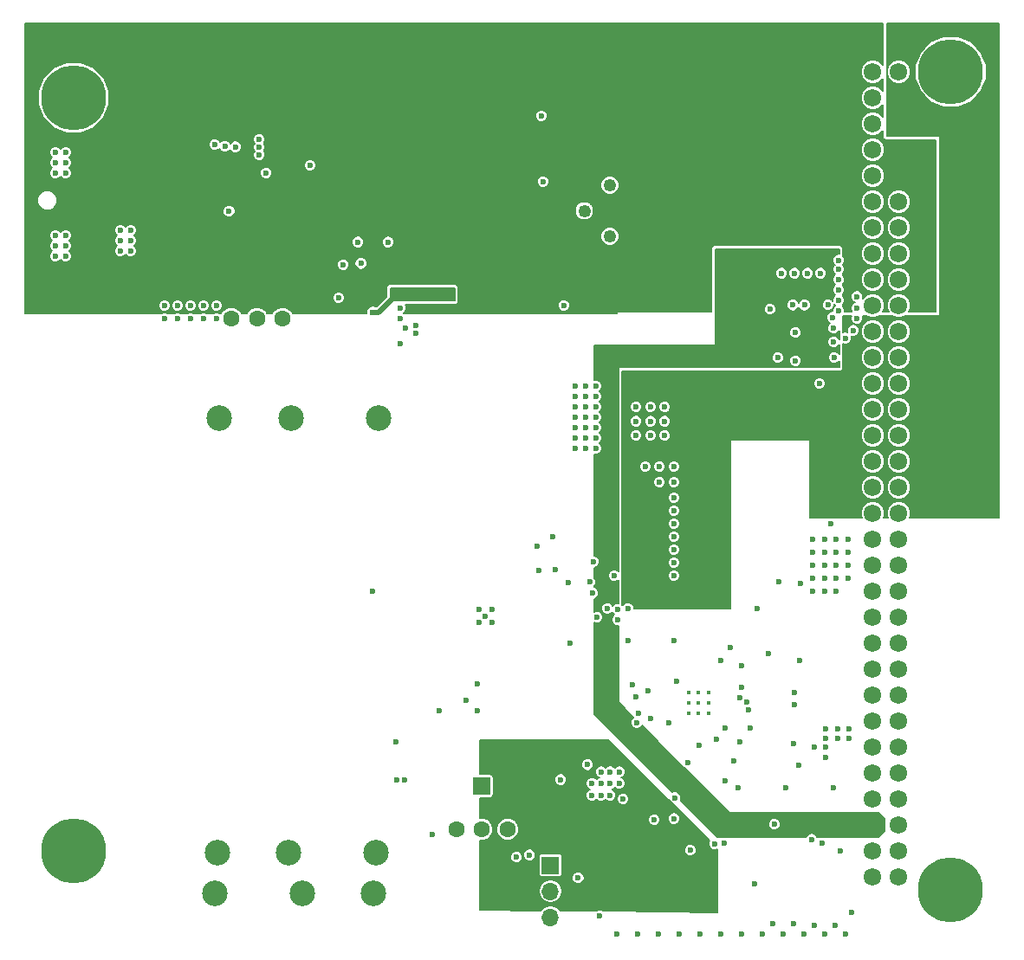
<source format=gbr>
G04 #@! TF.FileFunction,Copper,L3,Inr,Plane*
%FSLAX46Y46*%
G04 Gerber Fmt 4.6, Leading zero omitted, Abs format (unit mm)*
G04 Created by KiCad (PCBNEW 4.0.7-e2-6376~58~ubuntu16.04.1) date Tue May 15 20:14:31 2018*
%MOMM*%
%LPD*%
G01*
G04 APERTURE LIST*
%ADD10C,0.100000*%
%ADD11C,1.600000*%
%ADD12C,6.350000*%
%ADD13C,1.720000*%
%ADD14R,1.700000X1.700000*%
%ADD15O,1.700000X1.700000*%
%ADD16C,1.250000*%
%ADD17C,2.500000*%
%ADD18C,0.400000*%
%ADD19C,0.600000*%
%ADD20C,0.200000*%
%ADD21C,0.500000*%
G04 APERTURE END LIST*
D10*
D11*
X125500000Y-74000000D03*
X130500000Y-74000000D03*
X128000000Y-74000000D03*
D12*
X195810000Y-129920000D03*
X195810000Y-49910000D03*
X110080000Y-52450000D03*
X110080000Y-126110000D03*
D13*
X188190000Y-49910000D03*
X188190000Y-52450000D03*
X188190000Y-54990000D03*
X188190000Y-57530000D03*
X188190000Y-60070000D03*
X188190000Y-62610000D03*
X188190000Y-65150000D03*
X188190000Y-67690000D03*
X188190000Y-70230000D03*
X188190000Y-72770000D03*
X188190000Y-75310000D03*
X188190000Y-77850000D03*
X188190000Y-80390000D03*
X188190000Y-82930000D03*
X188190000Y-85470000D03*
X188190000Y-88010000D03*
X188190000Y-90550000D03*
X188190000Y-93090000D03*
X188190000Y-95630000D03*
X188190000Y-98170000D03*
X188190000Y-100710000D03*
X188190000Y-103250000D03*
X188190000Y-105790000D03*
X188190000Y-108330000D03*
X188190000Y-110870000D03*
X188190000Y-113410000D03*
X188190000Y-115950000D03*
X188190000Y-118490000D03*
X188190000Y-121030000D03*
X188190000Y-123570000D03*
X188190000Y-126110000D03*
X188190000Y-128650000D03*
X190730000Y-49910000D03*
X190730000Y-52450000D03*
X190730000Y-54990000D03*
X190730000Y-57530000D03*
X190730000Y-60070000D03*
X190730000Y-62610000D03*
X190730000Y-65150000D03*
X190730000Y-67690000D03*
X190730000Y-70230000D03*
X190730000Y-72770000D03*
X190730000Y-75310000D03*
X190730000Y-77850000D03*
X190730000Y-80390000D03*
X190730000Y-82930000D03*
X190730000Y-85470000D03*
X190730000Y-88010000D03*
X190730000Y-90550000D03*
X190730000Y-93090000D03*
X190730000Y-95630000D03*
X190730000Y-98170000D03*
X190730000Y-100710000D03*
X190730000Y-103250000D03*
X190730000Y-105790000D03*
X190730000Y-108330000D03*
X190730000Y-110870000D03*
X190730000Y-113410000D03*
X190730000Y-115950000D03*
X190730000Y-118490000D03*
X190730000Y-121030000D03*
X190730000Y-123570000D03*
X190730000Y-126110000D03*
X190730000Y-128650000D03*
D11*
X147500000Y-124000000D03*
X152500000Y-124000000D03*
X150000000Y-124000000D03*
D14*
X149958000Y-119760000D03*
D15*
X152498000Y-119760000D03*
D14*
X156689000Y-127507000D03*
D15*
X156689000Y-130047000D03*
X156689000Y-132587000D03*
D16*
X162500000Y-61000000D03*
X160000000Y-63500000D03*
X162500000Y-66000000D03*
D17*
X131300000Y-83750000D03*
X139850000Y-83750000D03*
X124350000Y-83750000D03*
X131050000Y-126250000D03*
X124100000Y-126250000D03*
X139600000Y-126250000D03*
X132450000Y-130250000D03*
X139400000Y-130250000D03*
X123900000Y-130250000D03*
D18*
X170167000Y-111632000D03*
X170167000Y-110632000D03*
X171167000Y-110632000D03*
X172167000Y-110632000D03*
X172167000Y-111632000D03*
X172167000Y-112632000D03*
X170167000Y-112632000D03*
X171167000Y-112632000D03*
X171167000Y-111632000D03*
D19*
X148429304Y-111413922D03*
X142000000Y-73000000D03*
X142000000Y-74000000D03*
X142500000Y-75000000D03*
X143500000Y-74750000D03*
X143500000Y-75500000D03*
X158000000Y-72750000D03*
X140814000Y-66547000D03*
X136435249Y-68767765D03*
X109318000Y-67944000D03*
X108302000Y-67944000D03*
X108302000Y-66928000D03*
X109318000Y-66928000D03*
X109318000Y-65912000D03*
X108302000Y-65912000D03*
X108302000Y-59816000D03*
X109318000Y-59816000D03*
X109318000Y-58800000D03*
X109318000Y-57784000D03*
X108302000Y-57784000D03*
X108302000Y-58800000D03*
X114652000Y-67436000D03*
X115668000Y-67436000D03*
X115668000Y-66420000D03*
X115668000Y-65404000D03*
X114652000Y-65404000D03*
X114652000Y-66420000D03*
X128241000Y-57276000D03*
X128241000Y-56514000D03*
X128241000Y-58038000D03*
X170345949Y-126032989D03*
X173646154Y-125373468D03*
X154657000Y-126491000D03*
X159102000Y-86740000D03*
X160118000Y-86740000D03*
X161134000Y-86740000D03*
X161134000Y-85724000D03*
X160118000Y-85724000D03*
X159102000Y-85724000D03*
X159102000Y-84708000D03*
X160118000Y-84708000D03*
X161134000Y-84708000D03*
X161134000Y-83692000D03*
X160118000Y-83692000D03*
X159102000Y-83692000D03*
X159102000Y-82676000D03*
X160118000Y-82676000D03*
X161134000Y-82676000D03*
X161134000Y-81660000D03*
X160118000Y-81660000D03*
X159102000Y-81660000D03*
X159102000Y-80644000D03*
X160118000Y-80644000D03*
X161134000Y-80644000D03*
X160868846Y-97794000D03*
X183810179Y-72708478D03*
X184349600Y-74979800D03*
X184400400Y-77850000D03*
X183105000Y-69595000D03*
X181835000Y-69595000D03*
X180565000Y-69595000D03*
X179295000Y-69595000D03*
X182216000Y-124967000D03*
X178571323Y-123509821D03*
X180565000Y-110616000D03*
X175035208Y-119955792D03*
X180569524Y-111792538D03*
X123854420Y-57019460D03*
X125284440Y-63549800D03*
X160796813Y-100887634D03*
X161250000Y-103250000D03*
X162250000Y-102368755D03*
X164250000Y-102368755D03*
X163250000Y-103500000D03*
X163250000Y-102500000D03*
X165013790Y-111050981D03*
X145106600Y-124459000D03*
X174250000Y-106250000D03*
X185518000Y-134238000D03*
X139290000Y-100710000D03*
X149704000Y-102488000D03*
X150974000Y-102488000D03*
X150974000Y-103758000D03*
X150339000Y-103123000D03*
X149704000Y-103758000D03*
X180438000Y-133222000D03*
X175231000Y-115442000D03*
X165960000Y-88518000D03*
X168754000Y-88518000D03*
X167357000Y-88518000D03*
X167357000Y-90042000D03*
X168754000Y-90042000D03*
X167865000Y-85470000D03*
X166468000Y-85470000D03*
X166468000Y-84073000D03*
X167865000Y-84073000D03*
X167865000Y-82676000D03*
X166468000Y-82676000D03*
X165071000Y-82676000D03*
X165071000Y-84073000D03*
X165071000Y-85470000D03*
X183613000Y-116966000D03*
X182470000Y-115950000D03*
X183613000Y-115950000D03*
X185899000Y-114172000D03*
X184756000Y-114172000D03*
X183613000Y-114172000D03*
X183613000Y-115061000D03*
X184756000Y-115061000D03*
X185899000Y-115061000D03*
X178406000Y-133222000D03*
X182470000Y-133349000D03*
X184502000Y-133349000D03*
X183486000Y-134238000D03*
X181454000Y-134238000D03*
X179422000Y-134238000D03*
X177390000Y-134238000D03*
X175358000Y-134238000D03*
X173326000Y-134238000D03*
X171294000Y-134238000D03*
X169262000Y-134238000D03*
X167230000Y-134238000D03*
X165198000Y-134238000D03*
X163166000Y-134238000D03*
X160753000Y-120649000D03*
X160753000Y-119506000D03*
X162531000Y-120649000D03*
X161642000Y-120649000D03*
X161642000Y-119506000D03*
X161642000Y-118363000D03*
X162531000Y-118363000D03*
X162531000Y-119506000D03*
X163420000Y-119506000D03*
X163420000Y-118363000D03*
X180935851Y-117697391D03*
X168754000Y-122935000D03*
X168754000Y-99186000D03*
X168754000Y-97916000D03*
X168754000Y-96646000D03*
X168754000Y-95376000D03*
X168754000Y-94106000D03*
X168754000Y-92836000D03*
X168754000Y-91566000D03*
X166849000Y-123062000D03*
X141631736Y-119175533D03*
X141616619Y-115471902D03*
X142431297Y-119148990D03*
X149577000Y-112394000D03*
X145788615Y-112394711D03*
X149577000Y-109727000D03*
X151355000Y-117093000D03*
X152244000Y-117093000D03*
X153133000Y-117093000D03*
X152498000Y-116331000D03*
X151609000Y-116331000D03*
X150720000Y-116331000D03*
X172056000Y-130047000D03*
X171167000Y-129158000D03*
X170278000Y-130047000D03*
X169389000Y-129158000D03*
X169389000Y-127380000D03*
X168500000Y-128269000D03*
X168500000Y-130047000D03*
X167611000Y-129158000D03*
X167611000Y-127380000D03*
X166722000Y-128269000D03*
X166722000Y-130047000D03*
X165833000Y-129158000D03*
X165833000Y-127380000D03*
X164944000Y-128269000D03*
X164944000Y-130047000D03*
X164055000Y-129158000D03*
X164055000Y-127380000D03*
X163166000Y-128269000D03*
X163166000Y-130047000D03*
X154657000Y-121538000D03*
X153133000Y-121538000D03*
X151609000Y-121538000D03*
X155165000Y-120649000D03*
X155165000Y-119125000D03*
X154403000Y-118363000D03*
X154403000Y-119887000D03*
X165115714Y-113560870D03*
X164690000Y-109854000D03*
X173795837Y-114120626D03*
X184354622Y-119916783D03*
X179676000Y-119887000D03*
X173309023Y-107446569D03*
X176907686Y-102435010D03*
X176247000Y-114045000D03*
X158467000Y-99821000D03*
X172945000Y-115188000D03*
X170073980Y-117456066D03*
X176628000Y-129285000D03*
X165256107Y-112619563D03*
X174621250Y-117296481D03*
X186153000Y-132098293D03*
X161515000Y-132460000D03*
X183199372Y-125341513D03*
X124050000Y-72770000D03*
X122780000Y-72770000D03*
X121510000Y-72770000D03*
X120240000Y-72770000D03*
X118970000Y-72770000D03*
X118970000Y-74040000D03*
X120240000Y-74040000D03*
X121510000Y-74040000D03*
X122780000Y-74040000D03*
X124050000Y-74040000D03*
X184121000Y-94106000D03*
X184629000Y-100710000D03*
X183486000Y-100710000D03*
X183486000Y-99440000D03*
X184629000Y-99440000D03*
X185772000Y-99440000D03*
X185772000Y-98170000D03*
X184629000Y-98170000D03*
X183486000Y-98170000D03*
X183486000Y-96900000D03*
X184629000Y-96900000D03*
X185772000Y-96900000D03*
X185772000Y-95630000D03*
X184629000Y-95630000D03*
X183486000Y-95630000D03*
X182343000Y-95630000D03*
X182343000Y-96900000D03*
X182343000Y-98170000D03*
X182343000Y-99440000D03*
X182343000Y-100710000D03*
X184978756Y-126119448D03*
X127860000Y-61340000D03*
X116684000Y-60832000D03*
X115922000Y-60070000D03*
X115922000Y-61594000D03*
X115160000Y-60832000D03*
X114398000Y-61594000D03*
X114398000Y-60070000D03*
X127860000Y-62610000D03*
X127860000Y-63880000D03*
X127860000Y-65150000D03*
X127860000Y-66420000D03*
X127860000Y-67690000D03*
X127860000Y-53720000D03*
X126590000Y-53720000D03*
X126590000Y-52450000D03*
X127860000Y-52450000D03*
X127860000Y-51180000D03*
X126590000Y-51180000D03*
X126590000Y-49910000D03*
X127860000Y-49910000D03*
X127860000Y-48640000D03*
X126590000Y-48640000D03*
X126590000Y-47370000D03*
X127860000Y-47370000D03*
X141449000Y-70484000D03*
X142084000Y-69854000D03*
X141449000Y-69214000D03*
X147799000Y-69849000D03*
X147164000Y-69214000D03*
X147164000Y-70484000D03*
X146529000Y-69849000D03*
X145894000Y-69214000D03*
X145894000Y-70484000D03*
X138161683Y-68655866D03*
X142000000Y-76500000D03*
X171675000Y-101726000D03*
X173961000Y-99567000D03*
X172818000Y-99567000D03*
X171675000Y-99567000D03*
X171675000Y-100583000D03*
X172818000Y-100583000D03*
X173961000Y-100583000D03*
X173961000Y-101726000D03*
X172818000Y-101726000D03*
X164029710Y-99000367D03*
X163928000Y-91566000D03*
X163928000Y-92836000D03*
X163928000Y-94106000D03*
X163928000Y-95376000D03*
X163928000Y-96646000D03*
X163928000Y-97916000D03*
X173580000Y-88518000D03*
X172183000Y-88518000D03*
X170786000Y-88518000D03*
X172183000Y-90042000D03*
X173580000Y-90042000D03*
X173580000Y-91566000D03*
X173580000Y-92836000D03*
X173580000Y-94106000D03*
X173580000Y-95376000D03*
X173580000Y-96646000D03*
X173580000Y-97916000D03*
X173580000Y-82676000D03*
X172183000Y-82676000D03*
X170786000Y-82676000D03*
X170786000Y-84073000D03*
X172183000Y-84073000D03*
X173580000Y-84073000D03*
X170786000Y-85470000D03*
X172183000Y-85470000D03*
X173580000Y-85470000D03*
X174723000Y-70738000D03*
X175358000Y-70103000D03*
X174088000Y-70103000D03*
X174723000Y-69468000D03*
X175358000Y-68833000D03*
X174088000Y-68833000D03*
X174723000Y-68198000D03*
X175358000Y-67563000D03*
X174088000Y-67563000D03*
X181454000Y-75564000D03*
X182343000Y-78388002D03*
X178914000Y-67944000D03*
X175215197Y-111112709D03*
X175906957Y-111514564D03*
X137893000Y-66547000D03*
X135988000Y-72008000D03*
X182978000Y-80390000D03*
X178148367Y-73139309D03*
X178907932Y-77866170D03*
X176073235Y-112346784D03*
X172733280Y-125417415D03*
X173780299Y-119281926D03*
X184883000Y-68325000D03*
X184883000Y-69214000D03*
X184883000Y-70230000D03*
X184883000Y-71246000D03*
X184883000Y-72262000D03*
X184883000Y-73278000D03*
X184248000Y-73913000D03*
X186661000Y-71881000D03*
X186661000Y-73024000D03*
X186661000Y-74040000D03*
X186280000Y-75183000D03*
X185518000Y-75945000D03*
X184375000Y-76326000D03*
X157197000Y-98551000D03*
X155546000Y-98678000D03*
X171236868Y-115751006D03*
X160305502Y-117676172D03*
X156943000Y-95376000D03*
X155419000Y-96265000D03*
X160520002Y-99790037D03*
X175402439Y-107960522D03*
X180438000Y-115569000D03*
X162912000Y-99186000D03*
X175358000Y-110108000D03*
X139290000Y-73405000D03*
X146402000Y-72008000D03*
X146402000Y-71373000D03*
X147037000Y-71373000D03*
X147037000Y-72008000D03*
X141957000Y-71373000D03*
X141957000Y-72008000D03*
X141322000Y-72008000D03*
X141322000Y-71373000D03*
X124862864Y-57194558D03*
X155949860Y-60636420D03*
X159401564Y-128760201D03*
X153364662Y-126722662D03*
X166449715Y-113174036D03*
X157705000Y-119125000D03*
X163801000Y-121030000D03*
X166195689Y-110414017D03*
X164309000Y-105536000D03*
X128906576Y-59798212D03*
X133194000Y-59054000D03*
X125896986Y-57232414D03*
X155800000Y-54200000D03*
X168232001Y-113607673D03*
X168881000Y-120903000D03*
X168752968Y-105536000D03*
X158594000Y-105790000D03*
X169013115Y-109503675D03*
X179021516Y-99768150D03*
X178025000Y-106806000D03*
X181089983Y-99982759D03*
X181073000Y-107441000D03*
X180637008Y-78164577D03*
X180387200Y-72719200D03*
X180623208Y-75404520D03*
X181504800Y-72719200D03*
D20*
X173580000Y-85470000D02*
X172183000Y-85470000D01*
D21*
X139290000Y-73405000D02*
X139925000Y-73405000D01*
X139925000Y-73405000D02*
X141322000Y-72008000D01*
D20*
G36*
X200515000Y-93498000D02*
X191816613Y-93498000D01*
X191889798Y-93321751D01*
X191890201Y-92860274D01*
X191713974Y-92433771D01*
X191387945Y-92107173D01*
X190961751Y-91930202D01*
X190500274Y-91929799D01*
X190073771Y-92106026D01*
X189747173Y-92432055D01*
X189570202Y-92858249D01*
X189569799Y-93319726D01*
X189643460Y-93498000D01*
X189276613Y-93498000D01*
X189349798Y-93321751D01*
X189350201Y-92860274D01*
X189173974Y-92433771D01*
X188847945Y-92107173D01*
X188421751Y-91930202D01*
X187960274Y-91929799D01*
X187533771Y-92106026D01*
X187207173Y-92432055D01*
X187030202Y-92858249D01*
X187029799Y-93319726D01*
X187103460Y-93498000D01*
X182062000Y-93498000D01*
X182062000Y-90779726D01*
X187029799Y-90779726D01*
X187206026Y-91206229D01*
X187532055Y-91532827D01*
X187958249Y-91709798D01*
X188419726Y-91710201D01*
X188846229Y-91533974D01*
X189172827Y-91207945D01*
X189349798Y-90781751D01*
X189349799Y-90779726D01*
X189569799Y-90779726D01*
X189746026Y-91206229D01*
X190072055Y-91532827D01*
X190498249Y-91709798D01*
X190959726Y-91710201D01*
X191386229Y-91533974D01*
X191712827Y-91207945D01*
X191889798Y-90781751D01*
X191890201Y-90320274D01*
X191713974Y-89893771D01*
X191387945Y-89567173D01*
X190961751Y-89390202D01*
X190500274Y-89389799D01*
X190073771Y-89566026D01*
X189747173Y-89892055D01*
X189570202Y-90318249D01*
X189569799Y-90779726D01*
X189349799Y-90779726D01*
X189350201Y-90320274D01*
X189173974Y-89893771D01*
X188847945Y-89567173D01*
X188421751Y-89390202D01*
X187960274Y-89389799D01*
X187533771Y-89566026D01*
X187207173Y-89892055D01*
X187030202Y-90318249D01*
X187029799Y-90779726D01*
X182062000Y-90779726D01*
X182062000Y-88239726D01*
X187029799Y-88239726D01*
X187206026Y-88666229D01*
X187532055Y-88992827D01*
X187958249Y-89169798D01*
X188419726Y-89170201D01*
X188846229Y-88993974D01*
X189172827Y-88667945D01*
X189349798Y-88241751D01*
X189349799Y-88239726D01*
X189569799Y-88239726D01*
X189746026Y-88666229D01*
X190072055Y-88992827D01*
X190498249Y-89169798D01*
X190959726Y-89170201D01*
X191386229Y-88993974D01*
X191712827Y-88667945D01*
X191889798Y-88241751D01*
X191890201Y-87780274D01*
X191713974Y-87353771D01*
X191387945Y-87027173D01*
X190961751Y-86850202D01*
X190500274Y-86849799D01*
X190073771Y-87026026D01*
X189747173Y-87352055D01*
X189570202Y-87778249D01*
X189569799Y-88239726D01*
X189349799Y-88239726D01*
X189350201Y-87780274D01*
X189173974Y-87353771D01*
X188847945Y-87027173D01*
X188421751Y-86850202D01*
X187960274Y-86849799D01*
X187533771Y-87026026D01*
X187207173Y-87352055D01*
X187030202Y-87778249D01*
X187029799Y-88239726D01*
X182062000Y-88239726D01*
X182062000Y-85978000D01*
X182054121Y-85939094D01*
X182031727Y-85906319D01*
X181998346Y-85884839D01*
X181962000Y-85878000D01*
X174342000Y-85878000D01*
X174303094Y-85885879D01*
X174270319Y-85908273D01*
X174248839Y-85941654D01*
X174242000Y-85978000D01*
X174242000Y-102388000D01*
X164849984Y-102388000D01*
X164850104Y-102249931D01*
X164758952Y-102029326D01*
X164590317Y-101860396D01*
X164369871Y-101768859D01*
X164131176Y-101768651D01*
X163910571Y-101859803D01*
X163741641Y-102028438D01*
X163720000Y-102080555D01*
X163720000Y-99304824D01*
X168153896Y-99304824D01*
X168245048Y-99525429D01*
X168413683Y-99694359D01*
X168634129Y-99785896D01*
X168872824Y-99786104D01*
X169093429Y-99694952D01*
X169262359Y-99526317D01*
X169353896Y-99305871D01*
X169354104Y-99067176D01*
X169262952Y-98846571D01*
X169094317Y-98677641D01*
X168873871Y-98586104D01*
X168635176Y-98585896D01*
X168414571Y-98677048D01*
X168245641Y-98845683D01*
X168154104Y-99066129D01*
X168153896Y-99304824D01*
X163720000Y-99304824D01*
X163720000Y-98034824D01*
X168153896Y-98034824D01*
X168245048Y-98255429D01*
X168413683Y-98424359D01*
X168634129Y-98515896D01*
X168872824Y-98516104D01*
X169093429Y-98424952D01*
X169262359Y-98256317D01*
X169353896Y-98035871D01*
X169354104Y-97797176D01*
X169262952Y-97576571D01*
X169094317Y-97407641D01*
X168873871Y-97316104D01*
X168635176Y-97315896D01*
X168414571Y-97407048D01*
X168245641Y-97575683D01*
X168154104Y-97796129D01*
X168153896Y-98034824D01*
X163720000Y-98034824D01*
X163720000Y-96764824D01*
X168153896Y-96764824D01*
X168245048Y-96985429D01*
X168413683Y-97154359D01*
X168634129Y-97245896D01*
X168872824Y-97246104D01*
X169093429Y-97154952D01*
X169262359Y-96986317D01*
X169353896Y-96765871D01*
X169354104Y-96527176D01*
X169262952Y-96306571D01*
X169094317Y-96137641D01*
X168873871Y-96046104D01*
X168635176Y-96045896D01*
X168414571Y-96137048D01*
X168245641Y-96305683D01*
X168154104Y-96526129D01*
X168153896Y-96764824D01*
X163720000Y-96764824D01*
X163720000Y-95494824D01*
X168153896Y-95494824D01*
X168245048Y-95715429D01*
X168413683Y-95884359D01*
X168634129Y-95975896D01*
X168872824Y-95976104D01*
X169093429Y-95884952D01*
X169262359Y-95716317D01*
X169353896Y-95495871D01*
X169354104Y-95257176D01*
X169262952Y-95036571D01*
X169094317Y-94867641D01*
X168873871Y-94776104D01*
X168635176Y-94775896D01*
X168414571Y-94867048D01*
X168245641Y-95035683D01*
X168154104Y-95256129D01*
X168153896Y-95494824D01*
X163720000Y-95494824D01*
X163720000Y-94224824D01*
X168153896Y-94224824D01*
X168245048Y-94445429D01*
X168413683Y-94614359D01*
X168634129Y-94705896D01*
X168872824Y-94706104D01*
X169093429Y-94614952D01*
X169262359Y-94446317D01*
X169353896Y-94225871D01*
X169354104Y-93987176D01*
X169262952Y-93766571D01*
X169094317Y-93597641D01*
X168873871Y-93506104D01*
X168635176Y-93505896D01*
X168414571Y-93597048D01*
X168245641Y-93765683D01*
X168154104Y-93986129D01*
X168153896Y-94224824D01*
X163720000Y-94224824D01*
X163720000Y-92954824D01*
X168153896Y-92954824D01*
X168245048Y-93175429D01*
X168413683Y-93344359D01*
X168634129Y-93435896D01*
X168872824Y-93436104D01*
X169093429Y-93344952D01*
X169262359Y-93176317D01*
X169353896Y-92955871D01*
X169354104Y-92717176D01*
X169262952Y-92496571D01*
X169094317Y-92327641D01*
X168873871Y-92236104D01*
X168635176Y-92235896D01*
X168414571Y-92327048D01*
X168245641Y-92495683D01*
X168154104Y-92716129D01*
X168153896Y-92954824D01*
X163720000Y-92954824D01*
X163720000Y-91684824D01*
X168153896Y-91684824D01*
X168245048Y-91905429D01*
X168413683Y-92074359D01*
X168634129Y-92165896D01*
X168872824Y-92166104D01*
X169093429Y-92074952D01*
X169262359Y-91906317D01*
X169353896Y-91685871D01*
X169354104Y-91447176D01*
X169262952Y-91226571D01*
X169094317Y-91057641D01*
X168873871Y-90966104D01*
X168635176Y-90965896D01*
X168414571Y-91057048D01*
X168245641Y-91225683D01*
X168154104Y-91446129D01*
X168153896Y-91684824D01*
X163720000Y-91684824D01*
X163720000Y-90160824D01*
X166756896Y-90160824D01*
X166848048Y-90381429D01*
X167016683Y-90550359D01*
X167237129Y-90641896D01*
X167475824Y-90642104D01*
X167696429Y-90550952D01*
X167865359Y-90382317D01*
X167956896Y-90161871D01*
X167956896Y-90160824D01*
X168153896Y-90160824D01*
X168245048Y-90381429D01*
X168413683Y-90550359D01*
X168634129Y-90641896D01*
X168872824Y-90642104D01*
X169093429Y-90550952D01*
X169262359Y-90382317D01*
X169353896Y-90161871D01*
X169354104Y-89923176D01*
X169262952Y-89702571D01*
X169094317Y-89533641D01*
X168873871Y-89442104D01*
X168635176Y-89441896D01*
X168414571Y-89533048D01*
X168245641Y-89701683D01*
X168154104Y-89922129D01*
X168153896Y-90160824D01*
X167956896Y-90160824D01*
X167957104Y-89923176D01*
X167865952Y-89702571D01*
X167697317Y-89533641D01*
X167476871Y-89442104D01*
X167238176Y-89441896D01*
X167017571Y-89533048D01*
X166848641Y-89701683D01*
X166757104Y-89922129D01*
X166756896Y-90160824D01*
X163720000Y-90160824D01*
X163720000Y-88636824D01*
X165359896Y-88636824D01*
X165451048Y-88857429D01*
X165619683Y-89026359D01*
X165840129Y-89117896D01*
X166078824Y-89118104D01*
X166299429Y-89026952D01*
X166468359Y-88858317D01*
X166559896Y-88637871D01*
X166559896Y-88636824D01*
X166756896Y-88636824D01*
X166848048Y-88857429D01*
X167016683Y-89026359D01*
X167237129Y-89117896D01*
X167475824Y-89118104D01*
X167696429Y-89026952D01*
X167865359Y-88858317D01*
X167956896Y-88637871D01*
X167956896Y-88636824D01*
X168153896Y-88636824D01*
X168245048Y-88857429D01*
X168413683Y-89026359D01*
X168634129Y-89117896D01*
X168872824Y-89118104D01*
X169093429Y-89026952D01*
X169262359Y-88858317D01*
X169353896Y-88637871D01*
X169354104Y-88399176D01*
X169262952Y-88178571D01*
X169094317Y-88009641D01*
X168873871Y-87918104D01*
X168635176Y-87917896D01*
X168414571Y-88009048D01*
X168245641Y-88177683D01*
X168154104Y-88398129D01*
X168153896Y-88636824D01*
X167956896Y-88636824D01*
X167957104Y-88399176D01*
X167865952Y-88178571D01*
X167697317Y-88009641D01*
X167476871Y-87918104D01*
X167238176Y-87917896D01*
X167017571Y-88009048D01*
X166848641Y-88177683D01*
X166757104Y-88398129D01*
X166756896Y-88636824D01*
X166559896Y-88636824D01*
X166560104Y-88399176D01*
X166468952Y-88178571D01*
X166300317Y-88009641D01*
X166079871Y-87918104D01*
X165841176Y-87917896D01*
X165620571Y-88009048D01*
X165451641Y-88177683D01*
X165360104Y-88398129D01*
X165359896Y-88636824D01*
X163720000Y-88636824D01*
X163720000Y-85588824D01*
X164470896Y-85588824D01*
X164562048Y-85809429D01*
X164730683Y-85978359D01*
X164951129Y-86069896D01*
X165189824Y-86070104D01*
X165410429Y-85978952D01*
X165579359Y-85810317D01*
X165670896Y-85589871D01*
X165670896Y-85588824D01*
X165867896Y-85588824D01*
X165959048Y-85809429D01*
X166127683Y-85978359D01*
X166348129Y-86069896D01*
X166586824Y-86070104D01*
X166807429Y-85978952D01*
X166976359Y-85810317D01*
X167067896Y-85589871D01*
X167067896Y-85588824D01*
X167264896Y-85588824D01*
X167356048Y-85809429D01*
X167524683Y-85978359D01*
X167745129Y-86069896D01*
X167983824Y-86070104D01*
X168204429Y-85978952D01*
X168373359Y-85810317D01*
X168419280Y-85699726D01*
X187029799Y-85699726D01*
X187206026Y-86126229D01*
X187532055Y-86452827D01*
X187958249Y-86629798D01*
X188419726Y-86630201D01*
X188846229Y-86453974D01*
X189172827Y-86127945D01*
X189349798Y-85701751D01*
X189349799Y-85699726D01*
X189569799Y-85699726D01*
X189746026Y-86126229D01*
X190072055Y-86452827D01*
X190498249Y-86629798D01*
X190959726Y-86630201D01*
X191386229Y-86453974D01*
X191712827Y-86127945D01*
X191889798Y-85701751D01*
X191890201Y-85240274D01*
X191713974Y-84813771D01*
X191387945Y-84487173D01*
X190961751Y-84310202D01*
X190500274Y-84309799D01*
X190073771Y-84486026D01*
X189747173Y-84812055D01*
X189570202Y-85238249D01*
X189569799Y-85699726D01*
X189349799Y-85699726D01*
X189350201Y-85240274D01*
X189173974Y-84813771D01*
X188847945Y-84487173D01*
X188421751Y-84310202D01*
X187960274Y-84309799D01*
X187533771Y-84486026D01*
X187207173Y-84812055D01*
X187030202Y-85238249D01*
X187029799Y-85699726D01*
X168419280Y-85699726D01*
X168464896Y-85589871D01*
X168465104Y-85351176D01*
X168373952Y-85130571D01*
X168205317Y-84961641D01*
X167984871Y-84870104D01*
X167746176Y-84869896D01*
X167525571Y-84961048D01*
X167356641Y-85129683D01*
X167265104Y-85350129D01*
X167264896Y-85588824D01*
X167067896Y-85588824D01*
X167068104Y-85351176D01*
X166976952Y-85130571D01*
X166808317Y-84961641D01*
X166587871Y-84870104D01*
X166349176Y-84869896D01*
X166128571Y-84961048D01*
X165959641Y-85129683D01*
X165868104Y-85350129D01*
X165867896Y-85588824D01*
X165670896Y-85588824D01*
X165671104Y-85351176D01*
X165579952Y-85130571D01*
X165411317Y-84961641D01*
X165190871Y-84870104D01*
X164952176Y-84869896D01*
X164731571Y-84961048D01*
X164562641Y-85129683D01*
X164471104Y-85350129D01*
X164470896Y-85588824D01*
X163720000Y-85588824D01*
X163720000Y-84191824D01*
X164470896Y-84191824D01*
X164562048Y-84412429D01*
X164730683Y-84581359D01*
X164951129Y-84672896D01*
X165189824Y-84673104D01*
X165410429Y-84581952D01*
X165579359Y-84413317D01*
X165670896Y-84192871D01*
X165670896Y-84191824D01*
X165867896Y-84191824D01*
X165959048Y-84412429D01*
X166127683Y-84581359D01*
X166348129Y-84672896D01*
X166586824Y-84673104D01*
X166807429Y-84581952D01*
X166976359Y-84413317D01*
X167067896Y-84192871D01*
X167067896Y-84191824D01*
X167264896Y-84191824D01*
X167356048Y-84412429D01*
X167524683Y-84581359D01*
X167745129Y-84672896D01*
X167983824Y-84673104D01*
X168204429Y-84581952D01*
X168373359Y-84413317D01*
X168464896Y-84192871D01*
X168465104Y-83954176D01*
X168373952Y-83733571D01*
X168205317Y-83564641D01*
X167984871Y-83473104D01*
X167746176Y-83472896D01*
X167525571Y-83564048D01*
X167356641Y-83732683D01*
X167265104Y-83953129D01*
X167264896Y-84191824D01*
X167067896Y-84191824D01*
X167068104Y-83954176D01*
X166976952Y-83733571D01*
X166808317Y-83564641D01*
X166587871Y-83473104D01*
X166349176Y-83472896D01*
X166128571Y-83564048D01*
X165959641Y-83732683D01*
X165868104Y-83953129D01*
X165867896Y-84191824D01*
X165670896Y-84191824D01*
X165671104Y-83954176D01*
X165579952Y-83733571D01*
X165411317Y-83564641D01*
X165190871Y-83473104D01*
X164952176Y-83472896D01*
X164731571Y-83564048D01*
X164562641Y-83732683D01*
X164471104Y-83953129D01*
X164470896Y-84191824D01*
X163720000Y-84191824D01*
X163720000Y-82794824D01*
X164470896Y-82794824D01*
X164562048Y-83015429D01*
X164730683Y-83184359D01*
X164951129Y-83275896D01*
X165189824Y-83276104D01*
X165410429Y-83184952D01*
X165579359Y-83016317D01*
X165670896Y-82795871D01*
X165670896Y-82794824D01*
X165867896Y-82794824D01*
X165959048Y-83015429D01*
X166127683Y-83184359D01*
X166348129Y-83275896D01*
X166586824Y-83276104D01*
X166807429Y-83184952D01*
X166976359Y-83016317D01*
X167067896Y-82795871D01*
X167067896Y-82794824D01*
X167264896Y-82794824D01*
X167356048Y-83015429D01*
X167524683Y-83184359D01*
X167745129Y-83275896D01*
X167983824Y-83276104D01*
X168204429Y-83184952D01*
X168229699Y-83159726D01*
X187029799Y-83159726D01*
X187206026Y-83586229D01*
X187532055Y-83912827D01*
X187958249Y-84089798D01*
X188419726Y-84090201D01*
X188846229Y-83913974D01*
X189172827Y-83587945D01*
X189349798Y-83161751D01*
X189349799Y-83159726D01*
X189569799Y-83159726D01*
X189746026Y-83586229D01*
X190072055Y-83912827D01*
X190498249Y-84089798D01*
X190959726Y-84090201D01*
X191386229Y-83913974D01*
X191712827Y-83587945D01*
X191889798Y-83161751D01*
X191890201Y-82700274D01*
X191713974Y-82273771D01*
X191387945Y-81947173D01*
X190961751Y-81770202D01*
X190500274Y-81769799D01*
X190073771Y-81946026D01*
X189747173Y-82272055D01*
X189570202Y-82698249D01*
X189569799Y-83159726D01*
X189349799Y-83159726D01*
X189350201Y-82700274D01*
X189173974Y-82273771D01*
X188847945Y-81947173D01*
X188421751Y-81770202D01*
X187960274Y-81769799D01*
X187533771Y-81946026D01*
X187207173Y-82272055D01*
X187030202Y-82698249D01*
X187029799Y-83159726D01*
X168229699Y-83159726D01*
X168373359Y-83016317D01*
X168464896Y-82795871D01*
X168465104Y-82557176D01*
X168373952Y-82336571D01*
X168205317Y-82167641D01*
X167984871Y-82076104D01*
X167746176Y-82075896D01*
X167525571Y-82167048D01*
X167356641Y-82335683D01*
X167265104Y-82556129D01*
X167264896Y-82794824D01*
X167067896Y-82794824D01*
X167068104Y-82557176D01*
X166976952Y-82336571D01*
X166808317Y-82167641D01*
X166587871Y-82076104D01*
X166349176Y-82075896D01*
X166128571Y-82167048D01*
X165959641Y-82335683D01*
X165868104Y-82556129D01*
X165867896Y-82794824D01*
X165670896Y-82794824D01*
X165671104Y-82557176D01*
X165579952Y-82336571D01*
X165411317Y-82167641D01*
X165190871Y-82076104D01*
X164952176Y-82075896D01*
X164731571Y-82167048D01*
X164562641Y-82335683D01*
X164471104Y-82556129D01*
X164470896Y-82794824D01*
X163720000Y-82794824D01*
X163720000Y-80508824D01*
X182377896Y-80508824D01*
X182469048Y-80729429D01*
X182637683Y-80898359D01*
X182858129Y-80989896D01*
X183096824Y-80990104D01*
X183317429Y-80898952D01*
X183486359Y-80730317D01*
X183532280Y-80619726D01*
X187029799Y-80619726D01*
X187206026Y-81046229D01*
X187532055Y-81372827D01*
X187958249Y-81549798D01*
X188419726Y-81550201D01*
X188846229Y-81373974D01*
X189172827Y-81047945D01*
X189349798Y-80621751D01*
X189349799Y-80619726D01*
X189569799Y-80619726D01*
X189746026Y-81046229D01*
X190072055Y-81372827D01*
X190498249Y-81549798D01*
X190959726Y-81550201D01*
X191386229Y-81373974D01*
X191712827Y-81047945D01*
X191889798Y-80621751D01*
X191890201Y-80160274D01*
X191713974Y-79733771D01*
X191387945Y-79407173D01*
X190961751Y-79230202D01*
X190500274Y-79229799D01*
X190073771Y-79406026D01*
X189747173Y-79732055D01*
X189570202Y-80158249D01*
X189569799Y-80619726D01*
X189349799Y-80619726D01*
X189350201Y-80160274D01*
X189173974Y-79733771D01*
X188847945Y-79407173D01*
X188421751Y-79230202D01*
X187960274Y-79229799D01*
X187533771Y-79406026D01*
X187207173Y-79732055D01*
X187030202Y-80158249D01*
X187029799Y-80619726D01*
X183532280Y-80619726D01*
X183577896Y-80509871D01*
X183578104Y-80271176D01*
X183486952Y-80050571D01*
X183318317Y-79881641D01*
X183097871Y-79790104D01*
X182859176Y-79789896D01*
X182638571Y-79881048D01*
X182469641Y-80049683D01*
X182378104Y-80270129D01*
X182377896Y-80508824D01*
X163720000Y-80508824D01*
X163720000Y-79166000D01*
X185010000Y-79166000D01*
X185119037Y-79145483D01*
X185219181Y-79081042D01*
X185286364Y-78982717D01*
X185310000Y-78866000D01*
X185310000Y-78079726D01*
X187029799Y-78079726D01*
X187206026Y-78506229D01*
X187532055Y-78832827D01*
X187958249Y-79009798D01*
X188419726Y-79010201D01*
X188846229Y-78833974D01*
X189172827Y-78507945D01*
X189349798Y-78081751D01*
X189349799Y-78079726D01*
X189569799Y-78079726D01*
X189746026Y-78506229D01*
X190072055Y-78832827D01*
X190498249Y-79009798D01*
X190959726Y-79010201D01*
X191386229Y-78833974D01*
X191712827Y-78507945D01*
X191889798Y-78081751D01*
X191890201Y-77620274D01*
X191713974Y-77193771D01*
X191387945Y-76867173D01*
X190961751Y-76690202D01*
X190500274Y-76689799D01*
X190073771Y-76866026D01*
X189747173Y-77192055D01*
X189570202Y-77618249D01*
X189569799Y-78079726D01*
X189349799Y-78079726D01*
X189350201Y-77620274D01*
X189173974Y-77193771D01*
X188847945Y-76867173D01*
X188421751Y-76690202D01*
X187960274Y-76689799D01*
X187533771Y-76866026D01*
X187207173Y-77192055D01*
X187030202Y-77618249D01*
X187029799Y-78079726D01*
X185310000Y-78079726D01*
X185310000Y-76508302D01*
X185398129Y-76544896D01*
X185636824Y-76545104D01*
X185857429Y-76453952D01*
X186026359Y-76285317D01*
X186117896Y-76064871D01*
X186118104Y-75826176D01*
X186087814Y-75752868D01*
X186160129Y-75782896D01*
X186398824Y-75783104D01*
X186619429Y-75691952D01*
X186771921Y-75539726D01*
X187029799Y-75539726D01*
X187206026Y-75966229D01*
X187532055Y-76292827D01*
X187958249Y-76469798D01*
X188419726Y-76470201D01*
X188846229Y-76293974D01*
X189172827Y-75967945D01*
X189349798Y-75541751D01*
X189349799Y-75539726D01*
X189569799Y-75539726D01*
X189746026Y-75966229D01*
X190072055Y-76292827D01*
X190498249Y-76469798D01*
X190959726Y-76470201D01*
X191386229Y-76293974D01*
X191712827Y-75967945D01*
X191889798Y-75541751D01*
X191890201Y-75080274D01*
X191713974Y-74653771D01*
X191387945Y-74327173D01*
X190961751Y-74150202D01*
X190500274Y-74149799D01*
X190073771Y-74326026D01*
X189747173Y-74652055D01*
X189570202Y-75078249D01*
X189569799Y-75539726D01*
X189349799Y-75539726D01*
X189350201Y-75080274D01*
X189173974Y-74653771D01*
X188847945Y-74327173D01*
X188421751Y-74150202D01*
X187960274Y-74149799D01*
X187533771Y-74326026D01*
X187207173Y-74652055D01*
X187030202Y-75078249D01*
X187029799Y-75539726D01*
X186771921Y-75539726D01*
X186788359Y-75523317D01*
X186879896Y-75302871D01*
X186880104Y-75064176D01*
X186788952Y-74843571D01*
X186620317Y-74674641D01*
X186399871Y-74583104D01*
X186161176Y-74582896D01*
X185940571Y-74674048D01*
X185771641Y-74842683D01*
X185680104Y-75063129D01*
X185679896Y-75301824D01*
X185710186Y-75375132D01*
X185637871Y-75345104D01*
X185399176Y-75344896D01*
X185310000Y-75381743D01*
X185310000Y-73759000D01*
X186128010Y-73759000D01*
X186061104Y-73920129D01*
X186060896Y-74158824D01*
X186152048Y-74379429D01*
X186320683Y-74548359D01*
X186541129Y-74639896D01*
X186779824Y-74640104D01*
X187000429Y-74548952D01*
X187169359Y-74380317D01*
X187260896Y-74159871D01*
X187261104Y-73921176D01*
X187194094Y-73759000D01*
X187546921Y-73759000D01*
X187958249Y-73929798D01*
X188419726Y-73930201D01*
X188834065Y-73759000D01*
X190086921Y-73759000D01*
X190498249Y-73929798D01*
X190959726Y-73930201D01*
X191374065Y-73759000D01*
X194662000Y-73759000D01*
X194700906Y-73751121D01*
X194733681Y-73728727D01*
X194755161Y-73695346D01*
X194762000Y-73659000D01*
X194762000Y-56260000D01*
X194754121Y-56221094D01*
X194731727Y-56188319D01*
X194698346Y-56166839D01*
X194662000Y-56160000D01*
X189555000Y-56160000D01*
X189555000Y-50139726D01*
X189569799Y-50139726D01*
X189746026Y-50566229D01*
X190072055Y-50892827D01*
X190498249Y-51069798D01*
X190959726Y-51070201D01*
X191386229Y-50893974D01*
X191682531Y-50598188D01*
X192334398Y-50598188D01*
X192862321Y-51875858D01*
X193839001Y-52854244D01*
X195115747Y-53384395D01*
X196498188Y-53385602D01*
X197775858Y-52857679D01*
X198754244Y-51880999D01*
X199284395Y-50604253D01*
X199285602Y-49221812D01*
X198757679Y-47944142D01*
X197780999Y-46965756D01*
X196504253Y-46435605D01*
X195121812Y-46434398D01*
X193844142Y-46962321D01*
X192865756Y-47939001D01*
X192335605Y-49215747D01*
X192334398Y-50598188D01*
X191682531Y-50598188D01*
X191712827Y-50567945D01*
X191889798Y-50141751D01*
X191890201Y-49680274D01*
X191713974Y-49253771D01*
X191387945Y-48927173D01*
X190961751Y-48750202D01*
X190500274Y-48749799D01*
X190073771Y-48926026D01*
X189747173Y-49252055D01*
X189570202Y-49678249D01*
X189569799Y-50139726D01*
X189555000Y-50139726D01*
X189555000Y-45205000D01*
X200515000Y-45205000D01*
X200515000Y-93498000D01*
X200515000Y-93498000D01*
G37*
X200515000Y-93498000D02*
X191816613Y-93498000D01*
X191889798Y-93321751D01*
X191890201Y-92860274D01*
X191713974Y-92433771D01*
X191387945Y-92107173D01*
X190961751Y-91930202D01*
X190500274Y-91929799D01*
X190073771Y-92106026D01*
X189747173Y-92432055D01*
X189570202Y-92858249D01*
X189569799Y-93319726D01*
X189643460Y-93498000D01*
X189276613Y-93498000D01*
X189349798Y-93321751D01*
X189350201Y-92860274D01*
X189173974Y-92433771D01*
X188847945Y-92107173D01*
X188421751Y-91930202D01*
X187960274Y-91929799D01*
X187533771Y-92106026D01*
X187207173Y-92432055D01*
X187030202Y-92858249D01*
X187029799Y-93319726D01*
X187103460Y-93498000D01*
X182062000Y-93498000D01*
X182062000Y-90779726D01*
X187029799Y-90779726D01*
X187206026Y-91206229D01*
X187532055Y-91532827D01*
X187958249Y-91709798D01*
X188419726Y-91710201D01*
X188846229Y-91533974D01*
X189172827Y-91207945D01*
X189349798Y-90781751D01*
X189349799Y-90779726D01*
X189569799Y-90779726D01*
X189746026Y-91206229D01*
X190072055Y-91532827D01*
X190498249Y-91709798D01*
X190959726Y-91710201D01*
X191386229Y-91533974D01*
X191712827Y-91207945D01*
X191889798Y-90781751D01*
X191890201Y-90320274D01*
X191713974Y-89893771D01*
X191387945Y-89567173D01*
X190961751Y-89390202D01*
X190500274Y-89389799D01*
X190073771Y-89566026D01*
X189747173Y-89892055D01*
X189570202Y-90318249D01*
X189569799Y-90779726D01*
X189349799Y-90779726D01*
X189350201Y-90320274D01*
X189173974Y-89893771D01*
X188847945Y-89567173D01*
X188421751Y-89390202D01*
X187960274Y-89389799D01*
X187533771Y-89566026D01*
X187207173Y-89892055D01*
X187030202Y-90318249D01*
X187029799Y-90779726D01*
X182062000Y-90779726D01*
X182062000Y-88239726D01*
X187029799Y-88239726D01*
X187206026Y-88666229D01*
X187532055Y-88992827D01*
X187958249Y-89169798D01*
X188419726Y-89170201D01*
X188846229Y-88993974D01*
X189172827Y-88667945D01*
X189349798Y-88241751D01*
X189349799Y-88239726D01*
X189569799Y-88239726D01*
X189746026Y-88666229D01*
X190072055Y-88992827D01*
X190498249Y-89169798D01*
X190959726Y-89170201D01*
X191386229Y-88993974D01*
X191712827Y-88667945D01*
X191889798Y-88241751D01*
X191890201Y-87780274D01*
X191713974Y-87353771D01*
X191387945Y-87027173D01*
X190961751Y-86850202D01*
X190500274Y-86849799D01*
X190073771Y-87026026D01*
X189747173Y-87352055D01*
X189570202Y-87778249D01*
X189569799Y-88239726D01*
X189349799Y-88239726D01*
X189350201Y-87780274D01*
X189173974Y-87353771D01*
X188847945Y-87027173D01*
X188421751Y-86850202D01*
X187960274Y-86849799D01*
X187533771Y-87026026D01*
X187207173Y-87352055D01*
X187030202Y-87778249D01*
X187029799Y-88239726D01*
X182062000Y-88239726D01*
X182062000Y-85978000D01*
X182054121Y-85939094D01*
X182031727Y-85906319D01*
X181998346Y-85884839D01*
X181962000Y-85878000D01*
X174342000Y-85878000D01*
X174303094Y-85885879D01*
X174270319Y-85908273D01*
X174248839Y-85941654D01*
X174242000Y-85978000D01*
X174242000Y-102388000D01*
X164849984Y-102388000D01*
X164850104Y-102249931D01*
X164758952Y-102029326D01*
X164590317Y-101860396D01*
X164369871Y-101768859D01*
X164131176Y-101768651D01*
X163910571Y-101859803D01*
X163741641Y-102028438D01*
X163720000Y-102080555D01*
X163720000Y-99304824D01*
X168153896Y-99304824D01*
X168245048Y-99525429D01*
X168413683Y-99694359D01*
X168634129Y-99785896D01*
X168872824Y-99786104D01*
X169093429Y-99694952D01*
X169262359Y-99526317D01*
X169353896Y-99305871D01*
X169354104Y-99067176D01*
X169262952Y-98846571D01*
X169094317Y-98677641D01*
X168873871Y-98586104D01*
X168635176Y-98585896D01*
X168414571Y-98677048D01*
X168245641Y-98845683D01*
X168154104Y-99066129D01*
X168153896Y-99304824D01*
X163720000Y-99304824D01*
X163720000Y-98034824D01*
X168153896Y-98034824D01*
X168245048Y-98255429D01*
X168413683Y-98424359D01*
X168634129Y-98515896D01*
X168872824Y-98516104D01*
X169093429Y-98424952D01*
X169262359Y-98256317D01*
X169353896Y-98035871D01*
X169354104Y-97797176D01*
X169262952Y-97576571D01*
X169094317Y-97407641D01*
X168873871Y-97316104D01*
X168635176Y-97315896D01*
X168414571Y-97407048D01*
X168245641Y-97575683D01*
X168154104Y-97796129D01*
X168153896Y-98034824D01*
X163720000Y-98034824D01*
X163720000Y-96764824D01*
X168153896Y-96764824D01*
X168245048Y-96985429D01*
X168413683Y-97154359D01*
X168634129Y-97245896D01*
X168872824Y-97246104D01*
X169093429Y-97154952D01*
X169262359Y-96986317D01*
X169353896Y-96765871D01*
X169354104Y-96527176D01*
X169262952Y-96306571D01*
X169094317Y-96137641D01*
X168873871Y-96046104D01*
X168635176Y-96045896D01*
X168414571Y-96137048D01*
X168245641Y-96305683D01*
X168154104Y-96526129D01*
X168153896Y-96764824D01*
X163720000Y-96764824D01*
X163720000Y-95494824D01*
X168153896Y-95494824D01*
X168245048Y-95715429D01*
X168413683Y-95884359D01*
X168634129Y-95975896D01*
X168872824Y-95976104D01*
X169093429Y-95884952D01*
X169262359Y-95716317D01*
X169353896Y-95495871D01*
X169354104Y-95257176D01*
X169262952Y-95036571D01*
X169094317Y-94867641D01*
X168873871Y-94776104D01*
X168635176Y-94775896D01*
X168414571Y-94867048D01*
X168245641Y-95035683D01*
X168154104Y-95256129D01*
X168153896Y-95494824D01*
X163720000Y-95494824D01*
X163720000Y-94224824D01*
X168153896Y-94224824D01*
X168245048Y-94445429D01*
X168413683Y-94614359D01*
X168634129Y-94705896D01*
X168872824Y-94706104D01*
X169093429Y-94614952D01*
X169262359Y-94446317D01*
X169353896Y-94225871D01*
X169354104Y-93987176D01*
X169262952Y-93766571D01*
X169094317Y-93597641D01*
X168873871Y-93506104D01*
X168635176Y-93505896D01*
X168414571Y-93597048D01*
X168245641Y-93765683D01*
X168154104Y-93986129D01*
X168153896Y-94224824D01*
X163720000Y-94224824D01*
X163720000Y-92954824D01*
X168153896Y-92954824D01*
X168245048Y-93175429D01*
X168413683Y-93344359D01*
X168634129Y-93435896D01*
X168872824Y-93436104D01*
X169093429Y-93344952D01*
X169262359Y-93176317D01*
X169353896Y-92955871D01*
X169354104Y-92717176D01*
X169262952Y-92496571D01*
X169094317Y-92327641D01*
X168873871Y-92236104D01*
X168635176Y-92235896D01*
X168414571Y-92327048D01*
X168245641Y-92495683D01*
X168154104Y-92716129D01*
X168153896Y-92954824D01*
X163720000Y-92954824D01*
X163720000Y-91684824D01*
X168153896Y-91684824D01*
X168245048Y-91905429D01*
X168413683Y-92074359D01*
X168634129Y-92165896D01*
X168872824Y-92166104D01*
X169093429Y-92074952D01*
X169262359Y-91906317D01*
X169353896Y-91685871D01*
X169354104Y-91447176D01*
X169262952Y-91226571D01*
X169094317Y-91057641D01*
X168873871Y-90966104D01*
X168635176Y-90965896D01*
X168414571Y-91057048D01*
X168245641Y-91225683D01*
X168154104Y-91446129D01*
X168153896Y-91684824D01*
X163720000Y-91684824D01*
X163720000Y-90160824D01*
X166756896Y-90160824D01*
X166848048Y-90381429D01*
X167016683Y-90550359D01*
X167237129Y-90641896D01*
X167475824Y-90642104D01*
X167696429Y-90550952D01*
X167865359Y-90382317D01*
X167956896Y-90161871D01*
X167956896Y-90160824D01*
X168153896Y-90160824D01*
X168245048Y-90381429D01*
X168413683Y-90550359D01*
X168634129Y-90641896D01*
X168872824Y-90642104D01*
X169093429Y-90550952D01*
X169262359Y-90382317D01*
X169353896Y-90161871D01*
X169354104Y-89923176D01*
X169262952Y-89702571D01*
X169094317Y-89533641D01*
X168873871Y-89442104D01*
X168635176Y-89441896D01*
X168414571Y-89533048D01*
X168245641Y-89701683D01*
X168154104Y-89922129D01*
X168153896Y-90160824D01*
X167956896Y-90160824D01*
X167957104Y-89923176D01*
X167865952Y-89702571D01*
X167697317Y-89533641D01*
X167476871Y-89442104D01*
X167238176Y-89441896D01*
X167017571Y-89533048D01*
X166848641Y-89701683D01*
X166757104Y-89922129D01*
X166756896Y-90160824D01*
X163720000Y-90160824D01*
X163720000Y-88636824D01*
X165359896Y-88636824D01*
X165451048Y-88857429D01*
X165619683Y-89026359D01*
X165840129Y-89117896D01*
X166078824Y-89118104D01*
X166299429Y-89026952D01*
X166468359Y-88858317D01*
X166559896Y-88637871D01*
X166559896Y-88636824D01*
X166756896Y-88636824D01*
X166848048Y-88857429D01*
X167016683Y-89026359D01*
X167237129Y-89117896D01*
X167475824Y-89118104D01*
X167696429Y-89026952D01*
X167865359Y-88858317D01*
X167956896Y-88637871D01*
X167956896Y-88636824D01*
X168153896Y-88636824D01*
X168245048Y-88857429D01*
X168413683Y-89026359D01*
X168634129Y-89117896D01*
X168872824Y-89118104D01*
X169093429Y-89026952D01*
X169262359Y-88858317D01*
X169353896Y-88637871D01*
X169354104Y-88399176D01*
X169262952Y-88178571D01*
X169094317Y-88009641D01*
X168873871Y-87918104D01*
X168635176Y-87917896D01*
X168414571Y-88009048D01*
X168245641Y-88177683D01*
X168154104Y-88398129D01*
X168153896Y-88636824D01*
X167956896Y-88636824D01*
X167957104Y-88399176D01*
X167865952Y-88178571D01*
X167697317Y-88009641D01*
X167476871Y-87918104D01*
X167238176Y-87917896D01*
X167017571Y-88009048D01*
X166848641Y-88177683D01*
X166757104Y-88398129D01*
X166756896Y-88636824D01*
X166559896Y-88636824D01*
X166560104Y-88399176D01*
X166468952Y-88178571D01*
X166300317Y-88009641D01*
X166079871Y-87918104D01*
X165841176Y-87917896D01*
X165620571Y-88009048D01*
X165451641Y-88177683D01*
X165360104Y-88398129D01*
X165359896Y-88636824D01*
X163720000Y-88636824D01*
X163720000Y-85588824D01*
X164470896Y-85588824D01*
X164562048Y-85809429D01*
X164730683Y-85978359D01*
X164951129Y-86069896D01*
X165189824Y-86070104D01*
X165410429Y-85978952D01*
X165579359Y-85810317D01*
X165670896Y-85589871D01*
X165670896Y-85588824D01*
X165867896Y-85588824D01*
X165959048Y-85809429D01*
X166127683Y-85978359D01*
X166348129Y-86069896D01*
X166586824Y-86070104D01*
X166807429Y-85978952D01*
X166976359Y-85810317D01*
X167067896Y-85589871D01*
X167067896Y-85588824D01*
X167264896Y-85588824D01*
X167356048Y-85809429D01*
X167524683Y-85978359D01*
X167745129Y-86069896D01*
X167983824Y-86070104D01*
X168204429Y-85978952D01*
X168373359Y-85810317D01*
X168419280Y-85699726D01*
X187029799Y-85699726D01*
X187206026Y-86126229D01*
X187532055Y-86452827D01*
X187958249Y-86629798D01*
X188419726Y-86630201D01*
X188846229Y-86453974D01*
X189172827Y-86127945D01*
X189349798Y-85701751D01*
X189349799Y-85699726D01*
X189569799Y-85699726D01*
X189746026Y-86126229D01*
X190072055Y-86452827D01*
X190498249Y-86629798D01*
X190959726Y-86630201D01*
X191386229Y-86453974D01*
X191712827Y-86127945D01*
X191889798Y-85701751D01*
X191890201Y-85240274D01*
X191713974Y-84813771D01*
X191387945Y-84487173D01*
X190961751Y-84310202D01*
X190500274Y-84309799D01*
X190073771Y-84486026D01*
X189747173Y-84812055D01*
X189570202Y-85238249D01*
X189569799Y-85699726D01*
X189349799Y-85699726D01*
X189350201Y-85240274D01*
X189173974Y-84813771D01*
X188847945Y-84487173D01*
X188421751Y-84310202D01*
X187960274Y-84309799D01*
X187533771Y-84486026D01*
X187207173Y-84812055D01*
X187030202Y-85238249D01*
X187029799Y-85699726D01*
X168419280Y-85699726D01*
X168464896Y-85589871D01*
X168465104Y-85351176D01*
X168373952Y-85130571D01*
X168205317Y-84961641D01*
X167984871Y-84870104D01*
X167746176Y-84869896D01*
X167525571Y-84961048D01*
X167356641Y-85129683D01*
X167265104Y-85350129D01*
X167264896Y-85588824D01*
X167067896Y-85588824D01*
X167068104Y-85351176D01*
X166976952Y-85130571D01*
X166808317Y-84961641D01*
X166587871Y-84870104D01*
X166349176Y-84869896D01*
X166128571Y-84961048D01*
X165959641Y-85129683D01*
X165868104Y-85350129D01*
X165867896Y-85588824D01*
X165670896Y-85588824D01*
X165671104Y-85351176D01*
X165579952Y-85130571D01*
X165411317Y-84961641D01*
X165190871Y-84870104D01*
X164952176Y-84869896D01*
X164731571Y-84961048D01*
X164562641Y-85129683D01*
X164471104Y-85350129D01*
X164470896Y-85588824D01*
X163720000Y-85588824D01*
X163720000Y-84191824D01*
X164470896Y-84191824D01*
X164562048Y-84412429D01*
X164730683Y-84581359D01*
X164951129Y-84672896D01*
X165189824Y-84673104D01*
X165410429Y-84581952D01*
X165579359Y-84413317D01*
X165670896Y-84192871D01*
X165670896Y-84191824D01*
X165867896Y-84191824D01*
X165959048Y-84412429D01*
X166127683Y-84581359D01*
X166348129Y-84672896D01*
X166586824Y-84673104D01*
X166807429Y-84581952D01*
X166976359Y-84413317D01*
X167067896Y-84192871D01*
X167067896Y-84191824D01*
X167264896Y-84191824D01*
X167356048Y-84412429D01*
X167524683Y-84581359D01*
X167745129Y-84672896D01*
X167983824Y-84673104D01*
X168204429Y-84581952D01*
X168373359Y-84413317D01*
X168464896Y-84192871D01*
X168465104Y-83954176D01*
X168373952Y-83733571D01*
X168205317Y-83564641D01*
X167984871Y-83473104D01*
X167746176Y-83472896D01*
X167525571Y-83564048D01*
X167356641Y-83732683D01*
X167265104Y-83953129D01*
X167264896Y-84191824D01*
X167067896Y-84191824D01*
X167068104Y-83954176D01*
X166976952Y-83733571D01*
X166808317Y-83564641D01*
X166587871Y-83473104D01*
X166349176Y-83472896D01*
X166128571Y-83564048D01*
X165959641Y-83732683D01*
X165868104Y-83953129D01*
X165867896Y-84191824D01*
X165670896Y-84191824D01*
X165671104Y-83954176D01*
X165579952Y-83733571D01*
X165411317Y-83564641D01*
X165190871Y-83473104D01*
X164952176Y-83472896D01*
X164731571Y-83564048D01*
X164562641Y-83732683D01*
X164471104Y-83953129D01*
X164470896Y-84191824D01*
X163720000Y-84191824D01*
X163720000Y-82794824D01*
X164470896Y-82794824D01*
X164562048Y-83015429D01*
X164730683Y-83184359D01*
X164951129Y-83275896D01*
X165189824Y-83276104D01*
X165410429Y-83184952D01*
X165579359Y-83016317D01*
X165670896Y-82795871D01*
X165670896Y-82794824D01*
X165867896Y-82794824D01*
X165959048Y-83015429D01*
X166127683Y-83184359D01*
X166348129Y-83275896D01*
X166586824Y-83276104D01*
X166807429Y-83184952D01*
X166976359Y-83016317D01*
X167067896Y-82795871D01*
X167067896Y-82794824D01*
X167264896Y-82794824D01*
X167356048Y-83015429D01*
X167524683Y-83184359D01*
X167745129Y-83275896D01*
X167983824Y-83276104D01*
X168204429Y-83184952D01*
X168229699Y-83159726D01*
X187029799Y-83159726D01*
X187206026Y-83586229D01*
X187532055Y-83912827D01*
X187958249Y-84089798D01*
X188419726Y-84090201D01*
X188846229Y-83913974D01*
X189172827Y-83587945D01*
X189349798Y-83161751D01*
X189349799Y-83159726D01*
X189569799Y-83159726D01*
X189746026Y-83586229D01*
X190072055Y-83912827D01*
X190498249Y-84089798D01*
X190959726Y-84090201D01*
X191386229Y-83913974D01*
X191712827Y-83587945D01*
X191889798Y-83161751D01*
X191890201Y-82700274D01*
X191713974Y-82273771D01*
X191387945Y-81947173D01*
X190961751Y-81770202D01*
X190500274Y-81769799D01*
X190073771Y-81946026D01*
X189747173Y-82272055D01*
X189570202Y-82698249D01*
X189569799Y-83159726D01*
X189349799Y-83159726D01*
X189350201Y-82700274D01*
X189173974Y-82273771D01*
X188847945Y-81947173D01*
X188421751Y-81770202D01*
X187960274Y-81769799D01*
X187533771Y-81946026D01*
X187207173Y-82272055D01*
X187030202Y-82698249D01*
X187029799Y-83159726D01*
X168229699Y-83159726D01*
X168373359Y-83016317D01*
X168464896Y-82795871D01*
X168465104Y-82557176D01*
X168373952Y-82336571D01*
X168205317Y-82167641D01*
X167984871Y-82076104D01*
X167746176Y-82075896D01*
X167525571Y-82167048D01*
X167356641Y-82335683D01*
X167265104Y-82556129D01*
X167264896Y-82794824D01*
X167067896Y-82794824D01*
X167068104Y-82557176D01*
X166976952Y-82336571D01*
X166808317Y-82167641D01*
X166587871Y-82076104D01*
X166349176Y-82075896D01*
X166128571Y-82167048D01*
X165959641Y-82335683D01*
X165868104Y-82556129D01*
X165867896Y-82794824D01*
X165670896Y-82794824D01*
X165671104Y-82557176D01*
X165579952Y-82336571D01*
X165411317Y-82167641D01*
X165190871Y-82076104D01*
X164952176Y-82075896D01*
X164731571Y-82167048D01*
X164562641Y-82335683D01*
X164471104Y-82556129D01*
X164470896Y-82794824D01*
X163720000Y-82794824D01*
X163720000Y-80508824D01*
X182377896Y-80508824D01*
X182469048Y-80729429D01*
X182637683Y-80898359D01*
X182858129Y-80989896D01*
X183096824Y-80990104D01*
X183317429Y-80898952D01*
X183486359Y-80730317D01*
X183532280Y-80619726D01*
X187029799Y-80619726D01*
X187206026Y-81046229D01*
X187532055Y-81372827D01*
X187958249Y-81549798D01*
X188419726Y-81550201D01*
X188846229Y-81373974D01*
X189172827Y-81047945D01*
X189349798Y-80621751D01*
X189349799Y-80619726D01*
X189569799Y-80619726D01*
X189746026Y-81046229D01*
X190072055Y-81372827D01*
X190498249Y-81549798D01*
X190959726Y-81550201D01*
X191386229Y-81373974D01*
X191712827Y-81047945D01*
X191889798Y-80621751D01*
X191890201Y-80160274D01*
X191713974Y-79733771D01*
X191387945Y-79407173D01*
X190961751Y-79230202D01*
X190500274Y-79229799D01*
X190073771Y-79406026D01*
X189747173Y-79732055D01*
X189570202Y-80158249D01*
X189569799Y-80619726D01*
X189349799Y-80619726D01*
X189350201Y-80160274D01*
X189173974Y-79733771D01*
X188847945Y-79407173D01*
X188421751Y-79230202D01*
X187960274Y-79229799D01*
X187533771Y-79406026D01*
X187207173Y-79732055D01*
X187030202Y-80158249D01*
X187029799Y-80619726D01*
X183532280Y-80619726D01*
X183577896Y-80509871D01*
X183578104Y-80271176D01*
X183486952Y-80050571D01*
X183318317Y-79881641D01*
X183097871Y-79790104D01*
X182859176Y-79789896D01*
X182638571Y-79881048D01*
X182469641Y-80049683D01*
X182378104Y-80270129D01*
X182377896Y-80508824D01*
X163720000Y-80508824D01*
X163720000Y-79166000D01*
X185010000Y-79166000D01*
X185119037Y-79145483D01*
X185219181Y-79081042D01*
X185286364Y-78982717D01*
X185310000Y-78866000D01*
X185310000Y-78079726D01*
X187029799Y-78079726D01*
X187206026Y-78506229D01*
X187532055Y-78832827D01*
X187958249Y-79009798D01*
X188419726Y-79010201D01*
X188846229Y-78833974D01*
X189172827Y-78507945D01*
X189349798Y-78081751D01*
X189349799Y-78079726D01*
X189569799Y-78079726D01*
X189746026Y-78506229D01*
X190072055Y-78832827D01*
X190498249Y-79009798D01*
X190959726Y-79010201D01*
X191386229Y-78833974D01*
X191712827Y-78507945D01*
X191889798Y-78081751D01*
X191890201Y-77620274D01*
X191713974Y-77193771D01*
X191387945Y-76867173D01*
X190961751Y-76690202D01*
X190500274Y-76689799D01*
X190073771Y-76866026D01*
X189747173Y-77192055D01*
X189570202Y-77618249D01*
X189569799Y-78079726D01*
X189349799Y-78079726D01*
X189350201Y-77620274D01*
X189173974Y-77193771D01*
X188847945Y-76867173D01*
X188421751Y-76690202D01*
X187960274Y-76689799D01*
X187533771Y-76866026D01*
X187207173Y-77192055D01*
X187030202Y-77618249D01*
X187029799Y-78079726D01*
X185310000Y-78079726D01*
X185310000Y-76508302D01*
X185398129Y-76544896D01*
X185636824Y-76545104D01*
X185857429Y-76453952D01*
X186026359Y-76285317D01*
X186117896Y-76064871D01*
X186118104Y-75826176D01*
X186087814Y-75752868D01*
X186160129Y-75782896D01*
X186398824Y-75783104D01*
X186619429Y-75691952D01*
X186771921Y-75539726D01*
X187029799Y-75539726D01*
X187206026Y-75966229D01*
X187532055Y-76292827D01*
X187958249Y-76469798D01*
X188419726Y-76470201D01*
X188846229Y-76293974D01*
X189172827Y-75967945D01*
X189349798Y-75541751D01*
X189349799Y-75539726D01*
X189569799Y-75539726D01*
X189746026Y-75966229D01*
X190072055Y-76292827D01*
X190498249Y-76469798D01*
X190959726Y-76470201D01*
X191386229Y-76293974D01*
X191712827Y-75967945D01*
X191889798Y-75541751D01*
X191890201Y-75080274D01*
X191713974Y-74653771D01*
X191387945Y-74327173D01*
X190961751Y-74150202D01*
X190500274Y-74149799D01*
X190073771Y-74326026D01*
X189747173Y-74652055D01*
X189570202Y-75078249D01*
X189569799Y-75539726D01*
X189349799Y-75539726D01*
X189350201Y-75080274D01*
X189173974Y-74653771D01*
X188847945Y-74327173D01*
X188421751Y-74150202D01*
X187960274Y-74149799D01*
X187533771Y-74326026D01*
X187207173Y-74652055D01*
X187030202Y-75078249D01*
X187029799Y-75539726D01*
X186771921Y-75539726D01*
X186788359Y-75523317D01*
X186879896Y-75302871D01*
X186880104Y-75064176D01*
X186788952Y-74843571D01*
X186620317Y-74674641D01*
X186399871Y-74583104D01*
X186161176Y-74582896D01*
X185940571Y-74674048D01*
X185771641Y-74842683D01*
X185680104Y-75063129D01*
X185679896Y-75301824D01*
X185710186Y-75375132D01*
X185637871Y-75345104D01*
X185399176Y-75344896D01*
X185310000Y-75381743D01*
X185310000Y-73759000D01*
X186128010Y-73759000D01*
X186061104Y-73920129D01*
X186060896Y-74158824D01*
X186152048Y-74379429D01*
X186320683Y-74548359D01*
X186541129Y-74639896D01*
X186779824Y-74640104D01*
X187000429Y-74548952D01*
X187169359Y-74380317D01*
X187260896Y-74159871D01*
X187261104Y-73921176D01*
X187194094Y-73759000D01*
X187546921Y-73759000D01*
X187958249Y-73929798D01*
X188419726Y-73930201D01*
X188834065Y-73759000D01*
X190086921Y-73759000D01*
X190498249Y-73929798D01*
X190959726Y-73930201D01*
X191374065Y-73759000D01*
X194662000Y-73759000D01*
X194700906Y-73751121D01*
X194733681Y-73728727D01*
X194755161Y-73695346D01*
X194762000Y-73659000D01*
X194762000Y-56260000D01*
X194754121Y-56221094D01*
X194731727Y-56188319D01*
X194698346Y-56166839D01*
X194662000Y-56160000D01*
X189555000Y-56160000D01*
X189555000Y-50139726D01*
X189569799Y-50139726D01*
X189746026Y-50566229D01*
X190072055Y-50892827D01*
X190498249Y-51069798D01*
X190959726Y-51070201D01*
X191386229Y-50893974D01*
X191682531Y-50598188D01*
X192334398Y-50598188D01*
X192862321Y-51875858D01*
X193839001Y-52854244D01*
X195115747Y-53384395D01*
X196498188Y-53385602D01*
X197775858Y-52857679D01*
X198754244Y-51880999D01*
X199284395Y-50604253D01*
X199285602Y-49221812D01*
X198757679Y-47944142D01*
X197780999Y-46965756D01*
X196504253Y-46435605D01*
X195121812Y-46434398D01*
X193844142Y-46962321D01*
X192865756Y-47939001D01*
X192335605Y-49215747D01*
X192334398Y-50598188D01*
X191682531Y-50598188D01*
X191712827Y-50567945D01*
X191889798Y-50141751D01*
X191890201Y-49680274D01*
X191713974Y-49253771D01*
X191387945Y-48927173D01*
X190961751Y-48750202D01*
X190500274Y-48749799D01*
X190073771Y-48926026D01*
X189747173Y-49252055D01*
X189570202Y-49678249D01*
X189569799Y-50139726D01*
X189555000Y-50139726D01*
X189555000Y-45205000D01*
X200515000Y-45205000D01*
X200515000Y-93498000D01*
G36*
X147318000Y-72289000D02*
X141041000Y-72289000D01*
X141041000Y-71092000D01*
X147318000Y-71092000D01*
X147318000Y-72289000D01*
X147318000Y-72289000D01*
G37*
X147318000Y-72289000D02*
X141041000Y-72289000D01*
X141041000Y-71092000D01*
X147318000Y-71092000D01*
X147318000Y-72289000D01*
G36*
X189155000Y-49234764D02*
X188847945Y-48927173D01*
X188421751Y-48750202D01*
X187960274Y-48749799D01*
X187533771Y-48926026D01*
X187207173Y-49252055D01*
X187030202Y-49678249D01*
X187029799Y-50139726D01*
X187206026Y-50566229D01*
X187532055Y-50892827D01*
X187958249Y-51069798D01*
X188419726Y-51070201D01*
X188846229Y-50893974D01*
X189155000Y-50585741D01*
X189155000Y-51774764D01*
X188847945Y-51467173D01*
X188421751Y-51290202D01*
X187960274Y-51289799D01*
X187533771Y-51466026D01*
X187207173Y-51792055D01*
X187030202Y-52218249D01*
X187029799Y-52679726D01*
X187206026Y-53106229D01*
X187532055Y-53432827D01*
X187958249Y-53609798D01*
X188419726Y-53610201D01*
X188846229Y-53433974D01*
X189155000Y-53125741D01*
X189155000Y-54314764D01*
X188847945Y-54007173D01*
X188421751Y-53830202D01*
X187960274Y-53829799D01*
X187533771Y-54006026D01*
X187207173Y-54332055D01*
X187030202Y-54758249D01*
X187029799Y-55219726D01*
X187206026Y-55646229D01*
X187532055Y-55972827D01*
X187958249Y-56149798D01*
X188419726Y-56150201D01*
X188846229Y-55973974D01*
X189155000Y-55665741D01*
X189155000Y-56260000D01*
X189175517Y-56369037D01*
X189239958Y-56469181D01*
X189338283Y-56536364D01*
X189455000Y-56560000D01*
X194362000Y-56560000D01*
X194362000Y-73359000D01*
X191741455Y-73359000D01*
X191889798Y-73001751D01*
X191890201Y-72540274D01*
X191713974Y-72113771D01*
X191387945Y-71787173D01*
X190961751Y-71610202D01*
X190500274Y-71609799D01*
X190073771Y-71786026D01*
X189747173Y-72112055D01*
X189570202Y-72538249D01*
X189569799Y-72999726D01*
X189718248Y-73359000D01*
X189201455Y-73359000D01*
X189349798Y-73001751D01*
X189350201Y-72540274D01*
X189173974Y-72113771D01*
X188847945Y-71787173D01*
X188421751Y-71610202D01*
X187960274Y-71609799D01*
X187533771Y-71786026D01*
X187220078Y-72099173D01*
X187260896Y-72000871D01*
X187261104Y-71762176D01*
X187169952Y-71541571D01*
X187001317Y-71372641D01*
X186780871Y-71281104D01*
X186542176Y-71280896D01*
X186321571Y-71372048D01*
X186152641Y-71540683D01*
X186061104Y-71761129D01*
X186060896Y-71999824D01*
X186152048Y-72220429D01*
X186320683Y-72389359D01*
X186472846Y-72452543D01*
X186321571Y-72515048D01*
X186152641Y-72683683D01*
X186061104Y-72904129D01*
X186060896Y-73142824D01*
X186150218Y-73359000D01*
X185482930Y-73359000D01*
X185483104Y-73159176D01*
X185391952Y-72938571D01*
X185310000Y-72856476D01*
X185310000Y-72683534D01*
X185391359Y-72602317D01*
X185482896Y-72381871D01*
X185483104Y-72143176D01*
X185391952Y-71922571D01*
X185310000Y-71840476D01*
X185310000Y-71667534D01*
X185391359Y-71586317D01*
X185482896Y-71365871D01*
X185483104Y-71127176D01*
X185391952Y-70906571D01*
X185310000Y-70824476D01*
X185310000Y-70651534D01*
X185391359Y-70570317D01*
X185437280Y-70459726D01*
X187029799Y-70459726D01*
X187206026Y-70886229D01*
X187532055Y-71212827D01*
X187958249Y-71389798D01*
X188419726Y-71390201D01*
X188846229Y-71213974D01*
X189172827Y-70887945D01*
X189349798Y-70461751D01*
X189349799Y-70459726D01*
X189569799Y-70459726D01*
X189746026Y-70886229D01*
X190072055Y-71212827D01*
X190498249Y-71389798D01*
X190959726Y-71390201D01*
X191386229Y-71213974D01*
X191712827Y-70887945D01*
X191889798Y-70461751D01*
X191890201Y-70000274D01*
X191713974Y-69573771D01*
X191387945Y-69247173D01*
X190961751Y-69070202D01*
X190500274Y-69069799D01*
X190073771Y-69246026D01*
X189747173Y-69572055D01*
X189570202Y-69998249D01*
X189569799Y-70459726D01*
X189349799Y-70459726D01*
X189350201Y-70000274D01*
X189173974Y-69573771D01*
X188847945Y-69247173D01*
X188421751Y-69070202D01*
X187960274Y-69069799D01*
X187533771Y-69246026D01*
X187207173Y-69572055D01*
X187030202Y-69998249D01*
X187029799Y-70459726D01*
X185437280Y-70459726D01*
X185482896Y-70349871D01*
X185483104Y-70111176D01*
X185391952Y-69890571D01*
X185310000Y-69808476D01*
X185310000Y-69635534D01*
X185391359Y-69554317D01*
X185482896Y-69333871D01*
X185483104Y-69095176D01*
X185391952Y-68874571D01*
X185310000Y-68792476D01*
X185310000Y-68746534D01*
X185391359Y-68665317D01*
X185482896Y-68444871D01*
X185483104Y-68206176D01*
X185391952Y-67985571D01*
X185326222Y-67919726D01*
X187029799Y-67919726D01*
X187206026Y-68346229D01*
X187532055Y-68672827D01*
X187958249Y-68849798D01*
X188419726Y-68850201D01*
X188846229Y-68673974D01*
X189172827Y-68347945D01*
X189349798Y-67921751D01*
X189349799Y-67919726D01*
X189569799Y-67919726D01*
X189746026Y-68346229D01*
X190072055Y-68672827D01*
X190498249Y-68849798D01*
X190959726Y-68850201D01*
X191386229Y-68673974D01*
X191712827Y-68347945D01*
X191889798Y-67921751D01*
X191890201Y-67460274D01*
X191713974Y-67033771D01*
X191387945Y-66707173D01*
X190961751Y-66530202D01*
X190500274Y-66529799D01*
X190073771Y-66706026D01*
X189747173Y-67032055D01*
X189570202Y-67458249D01*
X189569799Y-67919726D01*
X189349799Y-67919726D01*
X189350201Y-67460274D01*
X189173974Y-67033771D01*
X188847945Y-66707173D01*
X188421751Y-66530202D01*
X187960274Y-66529799D01*
X187533771Y-66706026D01*
X187207173Y-67032055D01*
X187030202Y-67458249D01*
X187029799Y-67919726D01*
X185326222Y-67919726D01*
X185310000Y-67903476D01*
X185310000Y-67182000D01*
X185289483Y-67072963D01*
X185225042Y-66972819D01*
X185126717Y-66905636D01*
X185010000Y-66882000D01*
X172691000Y-66882000D01*
X172581963Y-66902517D01*
X172481819Y-66966958D01*
X172414636Y-67065283D01*
X172391000Y-67182000D01*
X172391000Y-73359000D01*
X163420000Y-73359000D01*
X163310963Y-73379517D01*
X163210819Y-73443958D01*
X163143636Y-73542283D01*
X163140251Y-73559000D01*
X142407558Y-73559000D01*
X142348529Y-73499868D01*
X142508359Y-73340317D01*
X142599896Y-73119871D01*
X142600104Y-72881176D01*
X142595001Y-72868824D01*
X157399896Y-72868824D01*
X157491048Y-73089429D01*
X157659683Y-73258359D01*
X157880129Y-73349896D01*
X158118824Y-73350104D01*
X158339429Y-73258952D01*
X158508359Y-73090317D01*
X158599896Y-72869871D01*
X158600104Y-72631176D01*
X158508952Y-72410571D01*
X158340317Y-72241641D01*
X158119871Y-72150104D01*
X157881176Y-72149896D01*
X157660571Y-72241048D01*
X157491641Y-72409683D01*
X157400104Y-72630129D01*
X157399896Y-72868824D01*
X142595001Y-72868824D01*
X142520699Y-72689000D01*
X147418000Y-72689000D01*
X147527037Y-72668483D01*
X147627181Y-72604042D01*
X147694364Y-72505717D01*
X147718000Y-72389000D01*
X147718000Y-70992000D01*
X147697483Y-70882963D01*
X147633042Y-70782819D01*
X147534717Y-70715636D01*
X147418000Y-70692000D01*
X140941000Y-70692000D01*
X140831963Y-70712517D01*
X140731819Y-70776958D01*
X140664636Y-70875283D01*
X140641000Y-70992000D01*
X140641000Y-71911183D01*
X139697182Y-72855000D01*
X139530034Y-72855000D01*
X139409871Y-72805104D01*
X139171176Y-72804896D01*
X138950571Y-72896048D01*
X138781641Y-73064683D01*
X138690104Y-73285129D01*
X138689896Y-73523824D01*
X138704430Y-73559000D01*
X131507984Y-73559000D01*
X131433078Y-73377714D01*
X131123913Y-73068009D01*
X130719763Y-72900192D01*
X130282156Y-72899810D01*
X129877714Y-73066922D01*
X129568009Y-73376087D01*
X129492057Y-73559000D01*
X129007984Y-73559000D01*
X128933078Y-73377714D01*
X128623913Y-73068009D01*
X128219763Y-72900192D01*
X127782156Y-72899810D01*
X127377714Y-73066922D01*
X127068009Y-73376087D01*
X126992057Y-73559000D01*
X126507984Y-73559000D01*
X126433078Y-73377714D01*
X126123913Y-73068009D01*
X125719763Y-72900192D01*
X125282156Y-72899810D01*
X124877714Y-73066922D01*
X124568009Y-73376087D01*
X124492058Y-73559000D01*
X124417628Y-73559000D01*
X124390317Y-73531641D01*
X124169871Y-73440104D01*
X123931176Y-73439896D01*
X123710571Y-73531048D01*
X123682570Y-73559000D01*
X123147628Y-73559000D01*
X123120317Y-73531641D01*
X122899871Y-73440104D01*
X122661176Y-73439896D01*
X122440571Y-73531048D01*
X122412570Y-73559000D01*
X121877628Y-73559000D01*
X121850317Y-73531641D01*
X121629871Y-73440104D01*
X121391176Y-73439896D01*
X121170571Y-73531048D01*
X121142570Y-73559000D01*
X120607628Y-73559000D01*
X120580317Y-73531641D01*
X120359871Y-73440104D01*
X120121176Y-73439896D01*
X119900571Y-73531048D01*
X119872570Y-73559000D01*
X119337628Y-73559000D01*
X119310317Y-73531641D01*
X119089871Y-73440104D01*
X118851176Y-73439896D01*
X118630571Y-73531048D01*
X118602570Y-73559000D01*
X105375000Y-73559000D01*
X105375000Y-72888824D01*
X118369896Y-72888824D01*
X118461048Y-73109429D01*
X118629683Y-73278359D01*
X118850129Y-73369896D01*
X119088824Y-73370104D01*
X119309429Y-73278952D01*
X119478359Y-73110317D01*
X119569896Y-72889871D01*
X119569896Y-72888824D01*
X119639896Y-72888824D01*
X119731048Y-73109429D01*
X119899683Y-73278359D01*
X120120129Y-73369896D01*
X120358824Y-73370104D01*
X120579429Y-73278952D01*
X120748359Y-73110317D01*
X120839896Y-72889871D01*
X120839896Y-72888824D01*
X120909896Y-72888824D01*
X121001048Y-73109429D01*
X121169683Y-73278359D01*
X121390129Y-73369896D01*
X121628824Y-73370104D01*
X121849429Y-73278952D01*
X122018359Y-73110317D01*
X122109896Y-72889871D01*
X122109896Y-72888824D01*
X122179896Y-72888824D01*
X122271048Y-73109429D01*
X122439683Y-73278359D01*
X122660129Y-73369896D01*
X122898824Y-73370104D01*
X123119429Y-73278952D01*
X123288359Y-73110317D01*
X123379896Y-72889871D01*
X123379896Y-72888824D01*
X123449896Y-72888824D01*
X123541048Y-73109429D01*
X123709683Y-73278359D01*
X123930129Y-73369896D01*
X124168824Y-73370104D01*
X124389429Y-73278952D01*
X124558359Y-73110317D01*
X124649896Y-72889871D01*
X124650104Y-72651176D01*
X124558952Y-72430571D01*
X124390317Y-72261641D01*
X124169871Y-72170104D01*
X123931176Y-72169896D01*
X123710571Y-72261048D01*
X123541641Y-72429683D01*
X123450104Y-72650129D01*
X123449896Y-72888824D01*
X123379896Y-72888824D01*
X123380104Y-72651176D01*
X123288952Y-72430571D01*
X123120317Y-72261641D01*
X122899871Y-72170104D01*
X122661176Y-72169896D01*
X122440571Y-72261048D01*
X122271641Y-72429683D01*
X122180104Y-72650129D01*
X122179896Y-72888824D01*
X122109896Y-72888824D01*
X122110104Y-72651176D01*
X122018952Y-72430571D01*
X121850317Y-72261641D01*
X121629871Y-72170104D01*
X121391176Y-72169896D01*
X121170571Y-72261048D01*
X121001641Y-72429683D01*
X120910104Y-72650129D01*
X120909896Y-72888824D01*
X120839896Y-72888824D01*
X120840104Y-72651176D01*
X120748952Y-72430571D01*
X120580317Y-72261641D01*
X120359871Y-72170104D01*
X120121176Y-72169896D01*
X119900571Y-72261048D01*
X119731641Y-72429683D01*
X119640104Y-72650129D01*
X119639896Y-72888824D01*
X119569896Y-72888824D01*
X119570104Y-72651176D01*
X119478952Y-72430571D01*
X119310317Y-72261641D01*
X119089871Y-72170104D01*
X118851176Y-72169896D01*
X118630571Y-72261048D01*
X118461641Y-72429683D01*
X118370104Y-72650129D01*
X118369896Y-72888824D01*
X105375000Y-72888824D01*
X105375000Y-72126824D01*
X135387896Y-72126824D01*
X135479048Y-72347429D01*
X135647683Y-72516359D01*
X135868129Y-72607896D01*
X136106824Y-72608104D01*
X136327429Y-72516952D01*
X136496359Y-72348317D01*
X136587896Y-72127871D01*
X136588104Y-71889176D01*
X136496952Y-71668571D01*
X136328317Y-71499641D01*
X136107871Y-71408104D01*
X135869176Y-71407896D01*
X135648571Y-71499048D01*
X135479641Y-71667683D01*
X135388104Y-71888129D01*
X135387896Y-72126824D01*
X105375000Y-72126824D01*
X105375000Y-68886589D01*
X135835145Y-68886589D01*
X135926297Y-69107194D01*
X136094932Y-69276124D01*
X136315378Y-69367661D01*
X136554073Y-69367869D01*
X136774678Y-69276717D01*
X136943608Y-69108082D01*
X137035145Y-68887636D01*
X137035243Y-68774690D01*
X137561579Y-68774690D01*
X137652731Y-68995295D01*
X137821366Y-69164225D01*
X138041812Y-69255762D01*
X138280507Y-69255970D01*
X138501112Y-69164818D01*
X138670042Y-68996183D01*
X138761579Y-68775737D01*
X138761787Y-68537042D01*
X138670635Y-68316437D01*
X138502000Y-68147507D01*
X138281554Y-68055970D01*
X138042859Y-68055762D01*
X137822254Y-68146914D01*
X137653324Y-68315549D01*
X137561787Y-68535995D01*
X137561579Y-68774690D01*
X137035243Y-68774690D01*
X137035353Y-68648941D01*
X136944201Y-68428336D01*
X136775566Y-68259406D01*
X136555120Y-68167869D01*
X136316425Y-68167661D01*
X136095820Y-68258813D01*
X135926890Y-68427448D01*
X135835353Y-68647894D01*
X135835145Y-68886589D01*
X105375000Y-68886589D01*
X105375000Y-66030824D01*
X107701896Y-66030824D01*
X107793048Y-66251429D01*
X107961471Y-66420146D01*
X107793641Y-66587683D01*
X107702104Y-66808129D01*
X107701896Y-67046824D01*
X107793048Y-67267429D01*
X107961471Y-67436146D01*
X107793641Y-67603683D01*
X107702104Y-67824129D01*
X107701896Y-68062824D01*
X107793048Y-68283429D01*
X107961683Y-68452359D01*
X108182129Y-68543896D01*
X108420824Y-68544104D01*
X108641429Y-68452952D01*
X108810146Y-68284529D01*
X108977683Y-68452359D01*
X109198129Y-68543896D01*
X109436824Y-68544104D01*
X109657429Y-68452952D01*
X109826359Y-68284317D01*
X109917896Y-68063871D01*
X109918104Y-67825176D01*
X109826952Y-67604571D01*
X109658529Y-67435854D01*
X109826359Y-67268317D01*
X109917896Y-67047871D01*
X109918104Y-66809176D01*
X109826952Y-66588571D01*
X109658529Y-66419854D01*
X109826359Y-66252317D01*
X109917896Y-66031871D01*
X109918104Y-65793176D01*
X109826952Y-65572571D01*
X109777292Y-65522824D01*
X114051896Y-65522824D01*
X114143048Y-65743429D01*
X114311471Y-65912146D01*
X114143641Y-66079683D01*
X114052104Y-66300129D01*
X114051896Y-66538824D01*
X114143048Y-66759429D01*
X114311471Y-66928146D01*
X114143641Y-67095683D01*
X114052104Y-67316129D01*
X114051896Y-67554824D01*
X114143048Y-67775429D01*
X114311683Y-67944359D01*
X114532129Y-68035896D01*
X114770824Y-68036104D01*
X114991429Y-67944952D01*
X115160146Y-67776529D01*
X115327683Y-67944359D01*
X115548129Y-68035896D01*
X115786824Y-68036104D01*
X116007429Y-67944952D01*
X116176359Y-67776317D01*
X116267896Y-67555871D01*
X116268104Y-67317176D01*
X116176952Y-67096571D01*
X116008529Y-66927854D01*
X116176359Y-66760317D01*
X116215595Y-66665824D01*
X137292896Y-66665824D01*
X137384048Y-66886429D01*
X137552683Y-67055359D01*
X137773129Y-67146896D01*
X138011824Y-67147104D01*
X138232429Y-67055952D01*
X138401359Y-66887317D01*
X138492896Y-66666871D01*
X138492896Y-66665824D01*
X140213896Y-66665824D01*
X140305048Y-66886429D01*
X140473683Y-67055359D01*
X140694129Y-67146896D01*
X140932824Y-67147104D01*
X141153429Y-67055952D01*
X141322359Y-66887317D01*
X141413896Y-66666871D01*
X141414104Y-66428176D01*
X141322952Y-66207571D01*
X141298611Y-66183187D01*
X161574840Y-66183187D01*
X161715366Y-66523286D01*
X161975345Y-66783720D01*
X162315199Y-66924839D01*
X162683187Y-66925160D01*
X163023286Y-66784634D01*
X163283720Y-66524655D01*
X163424839Y-66184801D01*
X163425160Y-65816813D01*
X163284634Y-65476714D01*
X163187816Y-65379726D01*
X187029799Y-65379726D01*
X187206026Y-65806229D01*
X187532055Y-66132827D01*
X187958249Y-66309798D01*
X188419726Y-66310201D01*
X188846229Y-66133974D01*
X189172827Y-65807945D01*
X189349798Y-65381751D01*
X189349799Y-65379726D01*
X189569799Y-65379726D01*
X189746026Y-65806229D01*
X190072055Y-66132827D01*
X190498249Y-66309798D01*
X190959726Y-66310201D01*
X191386229Y-66133974D01*
X191712827Y-65807945D01*
X191889798Y-65381751D01*
X191890201Y-64920274D01*
X191713974Y-64493771D01*
X191387945Y-64167173D01*
X190961751Y-63990202D01*
X190500274Y-63989799D01*
X190073771Y-64166026D01*
X189747173Y-64492055D01*
X189570202Y-64918249D01*
X189569799Y-65379726D01*
X189349799Y-65379726D01*
X189350201Y-64920274D01*
X189173974Y-64493771D01*
X188847945Y-64167173D01*
X188421751Y-63990202D01*
X187960274Y-63989799D01*
X187533771Y-64166026D01*
X187207173Y-64492055D01*
X187030202Y-64918249D01*
X187029799Y-65379726D01*
X163187816Y-65379726D01*
X163024655Y-65216280D01*
X162684801Y-65075161D01*
X162316813Y-65074840D01*
X161976714Y-65215366D01*
X161716280Y-65475345D01*
X161575161Y-65815199D01*
X161574840Y-66183187D01*
X141298611Y-66183187D01*
X141154317Y-66038641D01*
X140933871Y-65947104D01*
X140695176Y-65946896D01*
X140474571Y-66038048D01*
X140305641Y-66206683D01*
X140214104Y-66427129D01*
X140213896Y-66665824D01*
X138492896Y-66665824D01*
X138493104Y-66428176D01*
X138401952Y-66207571D01*
X138233317Y-66038641D01*
X138012871Y-65947104D01*
X137774176Y-65946896D01*
X137553571Y-66038048D01*
X137384641Y-66206683D01*
X137293104Y-66427129D01*
X137292896Y-66665824D01*
X116215595Y-66665824D01*
X116267896Y-66539871D01*
X116268104Y-66301176D01*
X116176952Y-66080571D01*
X116008529Y-65911854D01*
X116176359Y-65744317D01*
X116267896Y-65523871D01*
X116268104Y-65285176D01*
X116176952Y-65064571D01*
X116008317Y-64895641D01*
X115787871Y-64804104D01*
X115549176Y-64803896D01*
X115328571Y-64895048D01*
X115159854Y-65063471D01*
X114992317Y-64895641D01*
X114771871Y-64804104D01*
X114533176Y-64803896D01*
X114312571Y-64895048D01*
X114143641Y-65063683D01*
X114052104Y-65284129D01*
X114051896Y-65522824D01*
X109777292Y-65522824D01*
X109658317Y-65403641D01*
X109437871Y-65312104D01*
X109199176Y-65311896D01*
X108978571Y-65403048D01*
X108809854Y-65571471D01*
X108642317Y-65403641D01*
X108421871Y-65312104D01*
X108183176Y-65311896D01*
X107962571Y-65403048D01*
X107793641Y-65571683D01*
X107702104Y-65792129D01*
X107701896Y-66030824D01*
X105375000Y-66030824D01*
X105375000Y-63668624D01*
X124684336Y-63668624D01*
X124775488Y-63889229D01*
X124944123Y-64058159D01*
X125164569Y-64149696D01*
X125403264Y-64149904D01*
X125623869Y-64058752D01*
X125792799Y-63890117D01*
X125878723Y-63683187D01*
X159074840Y-63683187D01*
X159215366Y-64023286D01*
X159475345Y-64283720D01*
X159815199Y-64424839D01*
X160183187Y-64425160D01*
X160523286Y-64284634D01*
X160783720Y-64024655D01*
X160924839Y-63684801D01*
X160925160Y-63316813D01*
X160784634Y-62976714D01*
X160647886Y-62839726D01*
X187029799Y-62839726D01*
X187206026Y-63266229D01*
X187532055Y-63592827D01*
X187958249Y-63769798D01*
X188419726Y-63770201D01*
X188846229Y-63593974D01*
X189172827Y-63267945D01*
X189349798Y-62841751D01*
X189349799Y-62839726D01*
X189569799Y-62839726D01*
X189746026Y-63266229D01*
X190072055Y-63592827D01*
X190498249Y-63769798D01*
X190959726Y-63770201D01*
X191386229Y-63593974D01*
X191712827Y-63267945D01*
X191889798Y-62841751D01*
X191890201Y-62380274D01*
X191713974Y-61953771D01*
X191387945Y-61627173D01*
X190961751Y-61450202D01*
X190500274Y-61449799D01*
X190073771Y-61626026D01*
X189747173Y-61952055D01*
X189570202Y-62378249D01*
X189569799Y-62839726D01*
X189349799Y-62839726D01*
X189350201Y-62380274D01*
X189173974Y-61953771D01*
X188847945Y-61627173D01*
X188421751Y-61450202D01*
X187960274Y-61449799D01*
X187533771Y-61626026D01*
X187207173Y-61952055D01*
X187030202Y-62378249D01*
X187029799Y-62839726D01*
X160647886Y-62839726D01*
X160524655Y-62716280D01*
X160184801Y-62575161D01*
X159816813Y-62574840D01*
X159476714Y-62715366D01*
X159216280Y-62975345D01*
X159075161Y-63315199D01*
X159074840Y-63683187D01*
X125878723Y-63683187D01*
X125884336Y-63669671D01*
X125884544Y-63430976D01*
X125793392Y-63210371D01*
X125624757Y-63041441D01*
X125404311Y-62949904D01*
X125165616Y-62949696D01*
X124945011Y-63040848D01*
X124776081Y-63209483D01*
X124684544Y-63429929D01*
X124684336Y-63668624D01*
X105375000Y-63668624D01*
X105375000Y-62693089D01*
X106524831Y-62693089D01*
X106672954Y-63051571D01*
X106946986Y-63326082D01*
X107305210Y-63474830D01*
X107693089Y-63475169D01*
X108051571Y-63327046D01*
X108326082Y-63053014D01*
X108474830Y-62694790D01*
X108475169Y-62306911D01*
X108327046Y-61948429D01*
X108053014Y-61673918D01*
X107694790Y-61525170D01*
X107306911Y-61524831D01*
X106948429Y-61672954D01*
X106673918Y-61946986D01*
X106525170Y-62305210D01*
X106524831Y-62693089D01*
X105375000Y-62693089D01*
X105375000Y-60755244D01*
X155349756Y-60755244D01*
X155440908Y-60975849D01*
X155609543Y-61144779D01*
X155829989Y-61236316D01*
X156068684Y-61236524D01*
X156197769Y-61183187D01*
X161574840Y-61183187D01*
X161715366Y-61523286D01*
X161975345Y-61783720D01*
X162315199Y-61924839D01*
X162683187Y-61925160D01*
X163023286Y-61784634D01*
X163283720Y-61524655D01*
X163424839Y-61184801D01*
X163425160Y-60816813D01*
X163284634Y-60476714D01*
X163107956Y-60299726D01*
X187029799Y-60299726D01*
X187206026Y-60726229D01*
X187532055Y-61052827D01*
X187958249Y-61229798D01*
X188419726Y-61230201D01*
X188846229Y-61053974D01*
X189172827Y-60727945D01*
X189349798Y-60301751D01*
X189350201Y-59840274D01*
X189173974Y-59413771D01*
X188847945Y-59087173D01*
X188421751Y-58910202D01*
X187960274Y-58909799D01*
X187533771Y-59086026D01*
X187207173Y-59412055D01*
X187030202Y-59838249D01*
X187029799Y-60299726D01*
X163107956Y-60299726D01*
X163024655Y-60216280D01*
X162684801Y-60075161D01*
X162316813Y-60074840D01*
X161976714Y-60215366D01*
X161716280Y-60475345D01*
X161575161Y-60815199D01*
X161574840Y-61183187D01*
X156197769Y-61183187D01*
X156289289Y-61145372D01*
X156458219Y-60976737D01*
X156549756Y-60756291D01*
X156549964Y-60517596D01*
X156458812Y-60296991D01*
X156290177Y-60128061D01*
X156069731Y-60036524D01*
X155831036Y-60036316D01*
X155610431Y-60127468D01*
X155441501Y-60296103D01*
X155349964Y-60516549D01*
X155349756Y-60755244D01*
X105375000Y-60755244D01*
X105375000Y-57902824D01*
X107701896Y-57902824D01*
X107793048Y-58123429D01*
X107961471Y-58292146D01*
X107793641Y-58459683D01*
X107702104Y-58680129D01*
X107701896Y-58918824D01*
X107793048Y-59139429D01*
X107961471Y-59308146D01*
X107793641Y-59475683D01*
X107702104Y-59696129D01*
X107701896Y-59934824D01*
X107793048Y-60155429D01*
X107961683Y-60324359D01*
X108182129Y-60415896D01*
X108420824Y-60416104D01*
X108641429Y-60324952D01*
X108810146Y-60156529D01*
X108977683Y-60324359D01*
X109198129Y-60415896D01*
X109436824Y-60416104D01*
X109657429Y-60324952D01*
X109826359Y-60156317D01*
X109917896Y-59935871D01*
X109917912Y-59917036D01*
X128306472Y-59917036D01*
X128397624Y-60137641D01*
X128566259Y-60306571D01*
X128786705Y-60398108D01*
X129025400Y-60398316D01*
X129246005Y-60307164D01*
X129414935Y-60138529D01*
X129506472Y-59918083D01*
X129506680Y-59679388D01*
X129415528Y-59458783D01*
X129246893Y-59289853D01*
X129026447Y-59198316D01*
X128787752Y-59198108D01*
X128567147Y-59289260D01*
X128398217Y-59457895D01*
X128306680Y-59678341D01*
X128306472Y-59917036D01*
X109917912Y-59917036D01*
X109918104Y-59697176D01*
X109826952Y-59476571D01*
X109658529Y-59307854D01*
X109793795Y-59172824D01*
X132593896Y-59172824D01*
X132685048Y-59393429D01*
X132853683Y-59562359D01*
X133074129Y-59653896D01*
X133312824Y-59654104D01*
X133533429Y-59562952D01*
X133702359Y-59394317D01*
X133793896Y-59173871D01*
X133794104Y-58935176D01*
X133702952Y-58714571D01*
X133534317Y-58545641D01*
X133313871Y-58454104D01*
X133075176Y-58453896D01*
X132854571Y-58545048D01*
X132685641Y-58713683D01*
X132594104Y-58934129D01*
X132593896Y-59172824D01*
X109793795Y-59172824D01*
X109826359Y-59140317D01*
X109917896Y-58919871D01*
X109918104Y-58681176D01*
X109826952Y-58460571D01*
X109658529Y-58291854D01*
X109826359Y-58124317D01*
X109917896Y-57903871D01*
X109918104Y-57665176D01*
X109826952Y-57444571D01*
X109658317Y-57275641D01*
X109437871Y-57184104D01*
X109199176Y-57183896D01*
X108978571Y-57275048D01*
X108809854Y-57443471D01*
X108642317Y-57275641D01*
X108421871Y-57184104D01*
X108183176Y-57183896D01*
X107962571Y-57275048D01*
X107793641Y-57443683D01*
X107702104Y-57664129D01*
X107701896Y-57902824D01*
X105375000Y-57902824D01*
X105375000Y-57138284D01*
X123254316Y-57138284D01*
X123345468Y-57358889D01*
X123514103Y-57527819D01*
X123734549Y-57619356D01*
X123973244Y-57619564D01*
X124193849Y-57528412D01*
X124305540Y-57416917D01*
X124353912Y-57533987D01*
X124522547Y-57702917D01*
X124742993Y-57794454D01*
X124981688Y-57794662D01*
X125202293Y-57703510D01*
X125371223Y-57534875D01*
X125371993Y-57533021D01*
X125388034Y-57571843D01*
X125556669Y-57740773D01*
X125777115Y-57832310D01*
X126015810Y-57832518D01*
X126236415Y-57741366D01*
X126405345Y-57572731D01*
X126496882Y-57352285D01*
X126497090Y-57113590D01*
X126405938Y-56892985D01*
X126237303Y-56724055D01*
X126017594Y-56632824D01*
X127640896Y-56632824D01*
X127732048Y-56853429D01*
X127773471Y-56894924D01*
X127732641Y-56935683D01*
X127641104Y-57156129D01*
X127640896Y-57394824D01*
X127732048Y-57615429D01*
X127773471Y-57656924D01*
X127732641Y-57697683D01*
X127641104Y-57918129D01*
X127640896Y-58156824D01*
X127732048Y-58377429D01*
X127900683Y-58546359D01*
X128121129Y-58637896D01*
X128359824Y-58638104D01*
X128580429Y-58546952D01*
X128749359Y-58378317D01*
X128840896Y-58157871D01*
X128841104Y-57919176D01*
X128775221Y-57759726D01*
X187029799Y-57759726D01*
X187206026Y-58186229D01*
X187532055Y-58512827D01*
X187958249Y-58689798D01*
X188419726Y-58690201D01*
X188846229Y-58513974D01*
X189172827Y-58187945D01*
X189349798Y-57761751D01*
X189350201Y-57300274D01*
X189173974Y-56873771D01*
X188847945Y-56547173D01*
X188421751Y-56370202D01*
X187960274Y-56369799D01*
X187533771Y-56546026D01*
X187207173Y-56872055D01*
X187030202Y-57298249D01*
X187029799Y-57759726D01*
X128775221Y-57759726D01*
X128749952Y-57698571D01*
X128708529Y-57657076D01*
X128749359Y-57616317D01*
X128840896Y-57395871D01*
X128841104Y-57157176D01*
X128749952Y-56936571D01*
X128708529Y-56895076D01*
X128749359Y-56854317D01*
X128840896Y-56633871D01*
X128841104Y-56395176D01*
X128749952Y-56174571D01*
X128581317Y-56005641D01*
X128360871Y-55914104D01*
X128122176Y-55913896D01*
X127901571Y-56005048D01*
X127732641Y-56173683D01*
X127641104Y-56394129D01*
X127640896Y-56632824D01*
X126017594Y-56632824D01*
X126016857Y-56632518D01*
X125778162Y-56632310D01*
X125557557Y-56723462D01*
X125388627Y-56892097D01*
X125387857Y-56893951D01*
X125371816Y-56855129D01*
X125203181Y-56686199D01*
X124982735Y-56594662D01*
X124744040Y-56594454D01*
X124523435Y-56685606D01*
X124411744Y-56797101D01*
X124363372Y-56680031D01*
X124194737Y-56511101D01*
X123974291Y-56419564D01*
X123735596Y-56419356D01*
X123514991Y-56510508D01*
X123346061Y-56679143D01*
X123254524Y-56899589D01*
X123254316Y-57138284D01*
X105375000Y-57138284D01*
X105375000Y-53138188D01*
X106604398Y-53138188D01*
X107132321Y-54415858D01*
X108109001Y-55394244D01*
X109385747Y-55924395D01*
X110768188Y-55925602D01*
X112045858Y-55397679D01*
X113024244Y-54420999D01*
X113066670Y-54318824D01*
X155199896Y-54318824D01*
X155291048Y-54539429D01*
X155459683Y-54708359D01*
X155680129Y-54799896D01*
X155918824Y-54800104D01*
X156139429Y-54708952D01*
X156308359Y-54540317D01*
X156399896Y-54319871D01*
X156400104Y-54081176D01*
X156308952Y-53860571D01*
X156140317Y-53691641D01*
X155919871Y-53600104D01*
X155681176Y-53599896D01*
X155460571Y-53691048D01*
X155291641Y-53859683D01*
X155200104Y-54080129D01*
X155199896Y-54318824D01*
X113066670Y-54318824D01*
X113554395Y-53144253D01*
X113555602Y-51761812D01*
X113027679Y-50484142D01*
X112050999Y-49505756D01*
X110774253Y-48975605D01*
X109391812Y-48974398D01*
X108114142Y-49502321D01*
X107135756Y-50479001D01*
X106605605Y-51755747D01*
X106604398Y-53138188D01*
X105375000Y-53138188D01*
X105375000Y-45205000D01*
X189155000Y-45205000D01*
X189155000Y-49234764D01*
X189155000Y-49234764D01*
G37*
X189155000Y-49234764D02*
X188847945Y-48927173D01*
X188421751Y-48750202D01*
X187960274Y-48749799D01*
X187533771Y-48926026D01*
X187207173Y-49252055D01*
X187030202Y-49678249D01*
X187029799Y-50139726D01*
X187206026Y-50566229D01*
X187532055Y-50892827D01*
X187958249Y-51069798D01*
X188419726Y-51070201D01*
X188846229Y-50893974D01*
X189155000Y-50585741D01*
X189155000Y-51774764D01*
X188847945Y-51467173D01*
X188421751Y-51290202D01*
X187960274Y-51289799D01*
X187533771Y-51466026D01*
X187207173Y-51792055D01*
X187030202Y-52218249D01*
X187029799Y-52679726D01*
X187206026Y-53106229D01*
X187532055Y-53432827D01*
X187958249Y-53609798D01*
X188419726Y-53610201D01*
X188846229Y-53433974D01*
X189155000Y-53125741D01*
X189155000Y-54314764D01*
X188847945Y-54007173D01*
X188421751Y-53830202D01*
X187960274Y-53829799D01*
X187533771Y-54006026D01*
X187207173Y-54332055D01*
X187030202Y-54758249D01*
X187029799Y-55219726D01*
X187206026Y-55646229D01*
X187532055Y-55972827D01*
X187958249Y-56149798D01*
X188419726Y-56150201D01*
X188846229Y-55973974D01*
X189155000Y-55665741D01*
X189155000Y-56260000D01*
X189175517Y-56369037D01*
X189239958Y-56469181D01*
X189338283Y-56536364D01*
X189455000Y-56560000D01*
X194362000Y-56560000D01*
X194362000Y-73359000D01*
X191741455Y-73359000D01*
X191889798Y-73001751D01*
X191890201Y-72540274D01*
X191713974Y-72113771D01*
X191387945Y-71787173D01*
X190961751Y-71610202D01*
X190500274Y-71609799D01*
X190073771Y-71786026D01*
X189747173Y-72112055D01*
X189570202Y-72538249D01*
X189569799Y-72999726D01*
X189718248Y-73359000D01*
X189201455Y-73359000D01*
X189349798Y-73001751D01*
X189350201Y-72540274D01*
X189173974Y-72113771D01*
X188847945Y-71787173D01*
X188421751Y-71610202D01*
X187960274Y-71609799D01*
X187533771Y-71786026D01*
X187220078Y-72099173D01*
X187260896Y-72000871D01*
X187261104Y-71762176D01*
X187169952Y-71541571D01*
X187001317Y-71372641D01*
X186780871Y-71281104D01*
X186542176Y-71280896D01*
X186321571Y-71372048D01*
X186152641Y-71540683D01*
X186061104Y-71761129D01*
X186060896Y-71999824D01*
X186152048Y-72220429D01*
X186320683Y-72389359D01*
X186472846Y-72452543D01*
X186321571Y-72515048D01*
X186152641Y-72683683D01*
X186061104Y-72904129D01*
X186060896Y-73142824D01*
X186150218Y-73359000D01*
X185482930Y-73359000D01*
X185483104Y-73159176D01*
X185391952Y-72938571D01*
X185310000Y-72856476D01*
X185310000Y-72683534D01*
X185391359Y-72602317D01*
X185482896Y-72381871D01*
X185483104Y-72143176D01*
X185391952Y-71922571D01*
X185310000Y-71840476D01*
X185310000Y-71667534D01*
X185391359Y-71586317D01*
X185482896Y-71365871D01*
X185483104Y-71127176D01*
X185391952Y-70906571D01*
X185310000Y-70824476D01*
X185310000Y-70651534D01*
X185391359Y-70570317D01*
X185437280Y-70459726D01*
X187029799Y-70459726D01*
X187206026Y-70886229D01*
X187532055Y-71212827D01*
X187958249Y-71389798D01*
X188419726Y-71390201D01*
X188846229Y-71213974D01*
X189172827Y-70887945D01*
X189349798Y-70461751D01*
X189349799Y-70459726D01*
X189569799Y-70459726D01*
X189746026Y-70886229D01*
X190072055Y-71212827D01*
X190498249Y-71389798D01*
X190959726Y-71390201D01*
X191386229Y-71213974D01*
X191712827Y-70887945D01*
X191889798Y-70461751D01*
X191890201Y-70000274D01*
X191713974Y-69573771D01*
X191387945Y-69247173D01*
X190961751Y-69070202D01*
X190500274Y-69069799D01*
X190073771Y-69246026D01*
X189747173Y-69572055D01*
X189570202Y-69998249D01*
X189569799Y-70459726D01*
X189349799Y-70459726D01*
X189350201Y-70000274D01*
X189173974Y-69573771D01*
X188847945Y-69247173D01*
X188421751Y-69070202D01*
X187960274Y-69069799D01*
X187533771Y-69246026D01*
X187207173Y-69572055D01*
X187030202Y-69998249D01*
X187029799Y-70459726D01*
X185437280Y-70459726D01*
X185482896Y-70349871D01*
X185483104Y-70111176D01*
X185391952Y-69890571D01*
X185310000Y-69808476D01*
X185310000Y-69635534D01*
X185391359Y-69554317D01*
X185482896Y-69333871D01*
X185483104Y-69095176D01*
X185391952Y-68874571D01*
X185310000Y-68792476D01*
X185310000Y-68746534D01*
X185391359Y-68665317D01*
X185482896Y-68444871D01*
X185483104Y-68206176D01*
X185391952Y-67985571D01*
X185326222Y-67919726D01*
X187029799Y-67919726D01*
X187206026Y-68346229D01*
X187532055Y-68672827D01*
X187958249Y-68849798D01*
X188419726Y-68850201D01*
X188846229Y-68673974D01*
X189172827Y-68347945D01*
X189349798Y-67921751D01*
X189349799Y-67919726D01*
X189569799Y-67919726D01*
X189746026Y-68346229D01*
X190072055Y-68672827D01*
X190498249Y-68849798D01*
X190959726Y-68850201D01*
X191386229Y-68673974D01*
X191712827Y-68347945D01*
X191889798Y-67921751D01*
X191890201Y-67460274D01*
X191713974Y-67033771D01*
X191387945Y-66707173D01*
X190961751Y-66530202D01*
X190500274Y-66529799D01*
X190073771Y-66706026D01*
X189747173Y-67032055D01*
X189570202Y-67458249D01*
X189569799Y-67919726D01*
X189349799Y-67919726D01*
X189350201Y-67460274D01*
X189173974Y-67033771D01*
X188847945Y-66707173D01*
X188421751Y-66530202D01*
X187960274Y-66529799D01*
X187533771Y-66706026D01*
X187207173Y-67032055D01*
X187030202Y-67458249D01*
X187029799Y-67919726D01*
X185326222Y-67919726D01*
X185310000Y-67903476D01*
X185310000Y-67182000D01*
X185289483Y-67072963D01*
X185225042Y-66972819D01*
X185126717Y-66905636D01*
X185010000Y-66882000D01*
X172691000Y-66882000D01*
X172581963Y-66902517D01*
X172481819Y-66966958D01*
X172414636Y-67065283D01*
X172391000Y-67182000D01*
X172391000Y-73359000D01*
X163420000Y-73359000D01*
X163310963Y-73379517D01*
X163210819Y-73443958D01*
X163143636Y-73542283D01*
X163140251Y-73559000D01*
X142407558Y-73559000D01*
X142348529Y-73499868D01*
X142508359Y-73340317D01*
X142599896Y-73119871D01*
X142600104Y-72881176D01*
X142595001Y-72868824D01*
X157399896Y-72868824D01*
X157491048Y-73089429D01*
X157659683Y-73258359D01*
X157880129Y-73349896D01*
X158118824Y-73350104D01*
X158339429Y-73258952D01*
X158508359Y-73090317D01*
X158599896Y-72869871D01*
X158600104Y-72631176D01*
X158508952Y-72410571D01*
X158340317Y-72241641D01*
X158119871Y-72150104D01*
X157881176Y-72149896D01*
X157660571Y-72241048D01*
X157491641Y-72409683D01*
X157400104Y-72630129D01*
X157399896Y-72868824D01*
X142595001Y-72868824D01*
X142520699Y-72689000D01*
X147418000Y-72689000D01*
X147527037Y-72668483D01*
X147627181Y-72604042D01*
X147694364Y-72505717D01*
X147718000Y-72389000D01*
X147718000Y-70992000D01*
X147697483Y-70882963D01*
X147633042Y-70782819D01*
X147534717Y-70715636D01*
X147418000Y-70692000D01*
X140941000Y-70692000D01*
X140831963Y-70712517D01*
X140731819Y-70776958D01*
X140664636Y-70875283D01*
X140641000Y-70992000D01*
X140641000Y-71911183D01*
X139697182Y-72855000D01*
X139530034Y-72855000D01*
X139409871Y-72805104D01*
X139171176Y-72804896D01*
X138950571Y-72896048D01*
X138781641Y-73064683D01*
X138690104Y-73285129D01*
X138689896Y-73523824D01*
X138704430Y-73559000D01*
X131507984Y-73559000D01*
X131433078Y-73377714D01*
X131123913Y-73068009D01*
X130719763Y-72900192D01*
X130282156Y-72899810D01*
X129877714Y-73066922D01*
X129568009Y-73376087D01*
X129492057Y-73559000D01*
X129007984Y-73559000D01*
X128933078Y-73377714D01*
X128623913Y-73068009D01*
X128219763Y-72900192D01*
X127782156Y-72899810D01*
X127377714Y-73066922D01*
X127068009Y-73376087D01*
X126992057Y-73559000D01*
X126507984Y-73559000D01*
X126433078Y-73377714D01*
X126123913Y-73068009D01*
X125719763Y-72900192D01*
X125282156Y-72899810D01*
X124877714Y-73066922D01*
X124568009Y-73376087D01*
X124492058Y-73559000D01*
X124417628Y-73559000D01*
X124390317Y-73531641D01*
X124169871Y-73440104D01*
X123931176Y-73439896D01*
X123710571Y-73531048D01*
X123682570Y-73559000D01*
X123147628Y-73559000D01*
X123120317Y-73531641D01*
X122899871Y-73440104D01*
X122661176Y-73439896D01*
X122440571Y-73531048D01*
X122412570Y-73559000D01*
X121877628Y-73559000D01*
X121850317Y-73531641D01*
X121629871Y-73440104D01*
X121391176Y-73439896D01*
X121170571Y-73531048D01*
X121142570Y-73559000D01*
X120607628Y-73559000D01*
X120580317Y-73531641D01*
X120359871Y-73440104D01*
X120121176Y-73439896D01*
X119900571Y-73531048D01*
X119872570Y-73559000D01*
X119337628Y-73559000D01*
X119310317Y-73531641D01*
X119089871Y-73440104D01*
X118851176Y-73439896D01*
X118630571Y-73531048D01*
X118602570Y-73559000D01*
X105375000Y-73559000D01*
X105375000Y-72888824D01*
X118369896Y-72888824D01*
X118461048Y-73109429D01*
X118629683Y-73278359D01*
X118850129Y-73369896D01*
X119088824Y-73370104D01*
X119309429Y-73278952D01*
X119478359Y-73110317D01*
X119569896Y-72889871D01*
X119569896Y-72888824D01*
X119639896Y-72888824D01*
X119731048Y-73109429D01*
X119899683Y-73278359D01*
X120120129Y-73369896D01*
X120358824Y-73370104D01*
X120579429Y-73278952D01*
X120748359Y-73110317D01*
X120839896Y-72889871D01*
X120839896Y-72888824D01*
X120909896Y-72888824D01*
X121001048Y-73109429D01*
X121169683Y-73278359D01*
X121390129Y-73369896D01*
X121628824Y-73370104D01*
X121849429Y-73278952D01*
X122018359Y-73110317D01*
X122109896Y-72889871D01*
X122109896Y-72888824D01*
X122179896Y-72888824D01*
X122271048Y-73109429D01*
X122439683Y-73278359D01*
X122660129Y-73369896D01*
X122898824Y-73370104D01*
X123119429Y-73278952D01*
X123288359Y-73110317D01*
X123379896Y-72889871D01*
X123379896Y-72888824D01*
X123449896Y-72888824D01*
X123541048Y-73109429D01*
X123709683Y-73278359D01*
X123930129Y-73369896D01*
X124168824Y-73370104D01*
X124389429Y-73278952D01*
X124558359Y-73110317D01*
X124649896Y-72889871D01*
X124650104Y-72651176D01*
X124558952Y-72430571D01*
X124390317Y-72261641D01*
X124169871Y-72170104D01*
X123931176Y-72169896D01*
X123710571Y-72261048D01*
X123541641Y-72429683D01*
X123450104Y-72650129D01*
X123449896Y-72888824D01*
X123379896Y-72888824D01*
X123380104Y-72651176D01*
X123288952Y-72430571D01*
X123120317Y-72261641D01*
X122899871Y-72170104D01*
X122661176Y-72169896D01*
X122440571Y-72261048D01*
X122271641Y-72429683D01*
X122180104Y-72650129D01*
X122179896Y-72888824D01*
X122109896Y-72888824D01*
X122110104Y-72651176D01*
X122018952Y-72430571D01*
X121850317Y-72261641D01*
X121629871Y-72170104D01*
X121391176Y-72169896D01*
X121170571Y-72261048D01*
X121001641Y-72429683D01*
X120910104Y-72650129D01*
X120909896Y-72888824D01*
X120839896Y-72888824D01*
X120840104Y-72651176D01*
X120748952Y-72430571D01*
X120580317Y-72261641D01*
X120359871Y-72170104D01*
X120121176Y-72169896D01*
X119900571Y-72261048D01*
X119731641Y-72429683D01*
X119640104Y-72650129D01*
X119639896Y-72888824D01*
X119569896Y-72888824D01*
X119570104Y-72651176D01*
X119478952Y-72430571D01*
X119310317Y-72261641D01*
X119089871Y-72170104D01*
X118851176Y-72169896D01*
X118630571Y-72261048D01*
X118461641Y-72429683D01*
X118370104Y-72650129D01*
X118369896Y-72888824D01*
X105375000Y-72888824D01*
X105375000Y-72126824D01*
X135387896Y-72126824D01*
X135479048Y-72347429D01*
X135647683Y-72516359D01*
X135868129Y-72607896D01*
X136106824Y-72608104D01*
X136327429Y-72516952D01*
X136496359Y-72348317D01*
X136587896Y-72127871D01*
X136588104Y-71889176D01*
X136496952Y-71668571D01*
X136328317Y-71499641D01*
X136107871Y-71408104D01*
X135869176Y-71407896D01*
X135648571Y-71499048D01*
X135479641Y-71667683D01*
X135388104Y-71888129D01*
X135387896Y-72126824D01*
X105375000Y-72126824D01*
X105375000Y-68886589D01*
X135835145Y-68886589D01*
X135926297Y-69107194D01*
X136094932Y-69276124D01*
X136315378Y-69367661D01*
X136554073Y-69367869D01*
X136774678Y-69276717D01*
X136943608Y-69108082D01*
X137035145Y-68887636D01*
X137035243Y-68774690D01*
X137561579Y-68774690D01*
X137652731Y-68995295D01*
X137821366Y-69164225D01*
X138041812Y-69255762D01*
X138280507Y-69255970D01*
X138501112Y-69164818D01*
X138670042Y-68996183D01*
X138761579Y-68775737D01*
X138761787Y-68537042D01*
X138670635Y-68316437D01*
X138502000Y-68147507D01*
X138281554Y-68055970D01*
X138042859Y-68055762D01*
X137822254Y-68146914D01*
X137653324Y-68315549D01*
X137561787Y-68535995D01*
X137561579Y-68774690D01*
X137035243Y-68774690D01*
X137035353Y-68648941D01*
X136944201Y-68428336D01*
X136775566Y-68259406D01*
X136555120Y-68167869D01*
X136316425Y-68167661D01*
X136095820Y-68258813D01*
X135926890Y-68427448D01*
X135835353Y-68647894D01*
X135835145Y-68886589D01*
X105375000Y-68886589D01*
X105375000Y-66030824D01*
X107701896Y-66030824D01*
X107793048Y-66251429D01*
X107961471Y-66420146D01*
X107793641Y-66587683D01*
X107702104Y-66808129D01*
X107701896Y-67046824D01*
X107793048Y-67267429D01*
X107961471Y-67436146D01*
X107793641Y-67603683D01*
X107702104Y-67824129D01*
X107701896Y-68062824D01*
X107793048Y-68283429D01*
X107961683Y-68452359D01*
X108182129Y-68543896D01*
X108420824Y-68544104D01*
X108641429Y-68452952D01*
X108810146Y-68284529D01*
X108977683Y-68452359D01*
X109198129Y-68543896D01*
X109436824Y-68544104D01*
X109657429Y-68452952D01*
X109826359Y-68284317D01*
X109917896Y-68063871D01*
X109918104Y-67825176D01*
X109826952Y-67604571D01*
X109658529Y-67435854D01*
X109826359Y-67268317D01*
X109917896Y-67047871D01*
X109918104Y-66809176D01*
X109826952Y-66588571D01*
X109658529Y-66419854D01*
X109826359Y-66252317D01*
X109917896Y-66031871D01*
X109918104Y-65793176D01*
X109826952Y-65572571D01*
X109777292Y-65522824D01*
X114051896Y-65522824D01*
X114143048Y-65743429D01*
X114311471Y-65912146D01*
X114143641Y-66079683D01*
X114052104Y-66300129D01*
X114051896Y-66538824D01*
X114143048Y-66759429D01*
X114311471Y-66928146D01*
X114143641Y-67095683D01*
X114052104Y-67316129D01*
X114051896Y-67554824D01*
X114143048Y-67775429D01*
X114311683Y-67944359D01*
X114532129Y-68035896D01*
X114770824Y-68036104D01*
X114991429Y-67944952D01*
X115160146Y-67776529D01*
X115327683Y-67944359D01*
X115548129Y-68035896D01*
X115786824Y-68036104D01*
X116007429Y-67944952D01*
X116176359Y-67776317D01*
X116267896Y-67555871D01*
X116268104Y-67317176D01*
X116176952Y-67096571D01*
X116008529Y-66927854D01*
X116176359Y-66760317D01*
X116215595Y-66665824D01*
X137292896Y-66665824D01*
X137384048Y-66886429D01*
X137552683Y-67055359D01*
X137773129Y-67146896D01*
X138011824Y-67147104D01*
X138232429Y-67055952D01*
X138401359Y-66887317D01*
X138492896Y-66666871D01*
X138492896Y-66665824D01*
X140213896Y-66665824D01*
X140305048Y-66886429D01*
X140473683Y-67055359D01*
X140694129Y-67146896D01*
X140932824Y-67147104D01*
X141153429Y-67055952D01*
X141322359Y-66887317D01*
X141413896Y-66666871D01*
X141414104Y-66428176D01*
X141322952Y-66207571D01*
X141298611Y-66183187D01*
X161574840Y-66183187D01*
X161715366Y-66523286D01*
X161975345Y-66783720D01*
X162315199Y-66924839D01*
X162683187Y-66925160D01*
X163023286Y-66784634D01*
X163283720Y-66524655D01*
X163424839Y-66184801D01*
X163425160Y-65816813D01*
X163284634Y-65476714D01*
X163187816Y-65379726D01*
X187029799Y-65379726D01*
X187206026Y-65806229D01*
X187532055Y-66132827D01*
X187958249Y-66309798D01*
X188419726Y-66310201D01*
X188846229Y-66133974D01*
X189172827Y-65807945D01*
X189349798Y-65381751D01*
X189349799Y-65379726D01*
X189569799Y-65379726D01*
X189746026Y-65806229D01*
X190072055Y-66132827D01*
X190498249Y-66309798D01*
X190959726Y-66310201D01*
X191386229Y-66133974D01*
X191712827Y-65807945D01*
X191889798Y-65381751D01*
X191890201Y-64920274D01*
X191713974Y-64493771D01*
X191387945Y-64167173D01*
X190961751Y-63990202D01*
X190500274Y-63989799D01*
X190073771Y-64166026D01*
X189747173Y-64492055D01*
X189570202Y-64918249D01*
X189569799Y-65379726D01*
X189349799Y-65379726D01*
X189350201Y-64920274D01*
X189173974Y-64493771D01*
X188847945Y-64167173D01*
X188421751Y-63990202D01*
X187960274Y-63989799D01*
X187533771Y-64166026D01*
X187207173Y-64492055D01*
X187030202Y-64918249D01*
X187029799Y-65379726D01*
X163187816Y-65379726D01*
X163024655Y-65216280D01*
X162684801Y-65075161D01*
X162316813Y-65074840D01*
X161976714Y-65215366D01*
X161716280Y-65475345D01*
X161575161Y-65815199D01*
X161574840Y-66183187D01*
X141298611Y-66183187D01*
X141154317Y-66038641D01*
X140933871Y-65947104D01*
X140695176Y-65946896D01*
X140474571Y-66038048D01*
X140305641Y-66206683D01*
X140214104Y-66427129D01*
X140213896Y-66665824D01*
X138492896Y-66665824D01*
X138493104Y-66428176D01*
X138401952Y-66207571D01*
X138233317Y-66038641D01*
X138012871Y-65947104D01*
X137774176Y-65946896D01*
X137553571Y-66038048D01*
X137384641Y-66206683D01*
X137293104Y-66427129D01*
X137292896Y-66665824D01*
X116215595Y-66665824D01*
X116267896Y-66539871D01*
X116268104Y-66301176D01*
X116176952Y-66080571D01*
X116008529Y-65911854D01*
X116176359Y-65744317D01*
X116267896Y-65523871D01*
X116268104Y-65285176D01*
X116176952Y-65064571D01*
X116008317Y-64895641D01*
X115787871Y-64804104D01*
X115549176Y-64803896D01*
X115328571Y-64895048D01*
X115159854Y-65063471D01*
X114992317Y-64895641D01*
X114771871Y-64804104D01*
X114533176Y-64803896D01*
X114312571Y-64895048D01*
X114143641Y-65063683D01*
X114052104Y-65284129D01*
X114051896Y-65522824D01*
X109777292Y-65522824D01*
X109658317Y-65403641D01*
X109437871Y-65312104D01*
X109199176Y-65311896D01*
X108978571Y-65403048D01*
X108809854Y-65571471D01*
X108642317Y-65403641D01*
X108421871Y-65312104D01*
X108183176Y-65311896D01*
X107962571Y-65403048D01*
X107793641Y-65571683D01*
X107702104Y-65792129D01*
X107701896Y-66030824D01*
X105375000Y-66030824D01*
X105375000Y-63668624D01*
X124684336Y-63668624D01*
X124775488Y-63889229D01*
X124944123Y-64058159D01*
X125164569Y-64149696D01*
X125403264Y-64149904D01*
X125623869Y-64058752D01*
X125792799Y-63890117D01*
X125878723Y-63683187D01*
X159074840Y-63683187D01*
X159215366Y-64023286D01*
X159475345Y-64283720D01*
X159815199Y-64424839D01*
X160183187Y-64425160D01*
X160523286Y-64284634D01*
X160783720Y-64024655D01*
X160924839Y-63684801D01*
X160925160Y-63316813D01*
X160784634Y-62976714D01*
X160647886Y-62839726D01*
X187029799Y-62839726D01*
X187206026Y-63266229D01*
X187532055Y-63592827D01*
X187958249Y-63769798D01*
X188419726Y-63770201D01*
X188846229Y-63593974D01*
X189172827Y-63267945D01*
X189349798Y-62841751D01*
X189349799Y-62839726D01*
X189569799Y-62839726D01*
X189746026Y-63266229D01*
X190072055Y-63592827D01*
X190498249Y-63769798D01*
X190959726Y-63770201D01*
X191386229Y-63593974D01*
X191712827Y-63267945D01*
X191889798Y-62841751D01*
X191890201Y-62380274D01*
X191713974Y-61953771D01*
X191387945Y-61627173D01*
X190961751Y-61450202D01*
X190500274Y-61449799D01*
X190073771Y-61626026D01*
X189747173Y-61952055D01*
X189570202Y-62378249D01*
X189569799Y-62839726D01*
X189349799Y-62839726D01*
X189350201Y-62380274D01*
X189173974Y-61953771D01*
X188847945Y-61627173D01*
X188421751Y-61450202D01*
X187960274Y-61449799D01*
X187533771Y-61626026D01*
X187207173Y-61952055D01*
X187030202Y-62378249D01*
X187029799Y-62839726D01*
X160647886Y-62839726D01*
X160524655Y-62716280D01*
X160184801Y-62575161D01*
X159816813Y-62574840D01*
X159476714Y-62715366D01*
X159216280Y-62975345D01*
X159075161Y-63315199D01*
X159074840Y-63683187D01*
X125878723Y-63683187D01*
X125884336Y-63669671D01*
X125884544Y-63430976D01*
X125793392Y-63210371D01*
X125624757Y-63041441D01*
X125404311Y-62949904D01*
X125165616Y-62949696D01*
X124945011Y-63040848D01*
X124776081Y-63209483D01*
X124684544Y-63429929D01*
X124684336Y-63668624D01*
X105375000Y-63668624D01*
X105375000Y-62693089D01*
X106524831Y-62693089D01*
X106672954Y-63051571D01*
X106946986Y-63326082D01*
X107305210Y-63474830D01*
X107693089Y-63475169D01*
X108051571Y-63327046D01*
X108326082Y-63053014D01*
X108474830Y-62694790D01*
X108475169Y-62306911D01*
X108327046Y-61948429D01*
X108053014Y-61673918D01*
X107694790Y-61525170D01*
X107306911Y-61524831D01*
X106948429Y-61672954D01*
X106673918Y-61946986D01*
X106525170Y-62305210D01*
X106524831Y-62693089D01*
X105375000Y-62693089D01*
X105375000Y-60755244D01*
X155349756Y-60755244D01*
X155440908Y-60975849D01*
X155609543Y-61144779D01*
X155829989Y-61236316D01*
X156068684Y-61236524D01*
X156197769Y-61183187D01*
X161574840Y-61183187D01*
X161715366Y-61523286D01*
X161975345Y-61783720D01*
X162315199Y-61924839D01*
X162683187Y-61925160D01*
X163023286Y-61784634D01*
X163283720Y-61524655D01*
X163424839Y-61184801D01*
X163425160Y-60816813D01*
X163284634Y-60476714D01*
X163107956Y-60299726D01*
X187029799Y-60299726D01*
X187206026Y-60726229D01*
X187532055Y-61052827D01*
X187958249Y-61229798D01*
X188419726Y-61230201D01*
X188846229Y-61053974D01*
X189172827Y-60727945D01*
X189349798Y-60301751D01*
X189350201Y-59840274D01*
X189173974Y-59413771D01*
X188847945Y-59087173D01*
X188421751Y-58910202D01*
X187960274Y-58909799D01*
X187533771Y-59086026D01*
X187207173Y-59412055D01*
X187030202Y-59838249D01*
X187029799Y-60299726D01*
X163107956Y-60299726D01*
X163024655Y-60216280D01*
X162684801Y-60075161D01*
X162316813Y-60074840D01*
X161976714Y-60215366D01*
X161716280Y-60475345D01*
X161575161Y-60815199D01*
X161574840Y-61183187D01*
X156197769Y-61183187D01*
X156289289Y-61145372D01*
X156458219Y-60976737D01*
X156549756Y-60756291D01*
X156549964Y-60517596D01*
X156458812Y-60296991D01*
X156290177Y-60128061D01*
X156069731Y-60036524D01*
X155831036Y-60036316D01*
X155610431Y-60127468D01*
X155441501Y-60296103D01*
X155349964Y-60516549D01*
X155349756Y-60755244D01*
X105375000Y-60755244D01*
X105375000Y-57902824D01*
X107701896Y-57902824D01*
X107793048Y-58123429D01*
X107961471Y-58292146D01*
X107793641Y-58459683D01*
X107702104Y-58680129D01*
X107701896Y-58918824D01*
X107793048Y-59139429D01*
X107961471Y-59308146D01*
X107793641Y-59475683D01*
X107702104Y-59696129D01*
X107701896Y-59934824D01*
X107793048Y-60155429D01*
X107961683Y-60324359D01*
X108182129Y-60415896D01*
X108420824Y-60416104D01*
X108641429Y-60324952D01*
X108810146Y-60156529D01*
X108977683Y-60324359D01*
X109198129Y-60415896D01*
X109436824Y-60416104D01*
X109657429Y-60324952D01*
X109826359Y-60156317D01*
X109917896Y-59935871D01*
X109917912Y-59917036D01*
X128306472Y-59917036D01*
X128397624Y-60137641D01*
X128566259Y-60306571D01*
X128786705Y-60398108D01*
X129025400Y-60398316D01*
X129246005Y-60307164D01*
X129414935Y-60138529D01*
X129506472Y-59918083D01*
X129506680Y-59679388D01*
X129415528Y-59458783D01*
X129246893Y-59289853D01*
X129026447Y-59198316D01*
X128787752Y-59198108D01*
X128567147Y-59289260D01*
X128398217Y-59457895D01*
X128306680Y-59678341D01*
X128306472Y-59917036D01*
X109917912Y-59917036D01*
X109918104Y-59697176D01*
X109826952Y-59476571D01*
X109658529Y-59307854D01*
X109793795Y-59172824D01*
X132593896Y-59172824D01*
X132685048Y-59393429D01*
X132853683Y-59562359D01*
X133074129Y-59653896D01*
X133312824Y-59654104D01*
X133533429Y-59562952D01*
X133702359Y-59394317D01*
X133793896Y-59173871D01*
X133794104Y-58935176D01*
X133702952Y-58714571D01*
X133534317Y-58545641D01*
X133313871Y-58454104D01*
X133075176Y-58453896D01*
X132854571Y-58545048D01*
X132685641Y-58713683D01*
X132594104Y-58934129D01*
X132593896Y-59172824D01*
X109793795Y-59172824D01*
X109826359Y-59140317D01*
X109917896Y-58919871D01*
X109918104Y-58681176D01*
X109826952Y-58460571D01*
X109658529Y-58291854D01*
X109826359Y-58124317D01*
X109917896Y-57903871D01*
X109918104Y-57665176D01*
X109826952Y-57444571D01*
X109658317Y-57275641D01*
X109437871Y-57184104D01*
X109199176Y-57183896D01*
X108978571Y-57275048D01*
X108809854Y-57443471D01*
X108642317Y-57275641D01*
X108421871Y-57184104D01*
X108183176Y-57183896D01*
X107962571Y-57275048D01*
X107793641Y-57443683D01*
X107702104Y-57664129D01*
X107701896Y-57902824D01*
X105375000Y-57902824D01*
X105375000Y-57138284D01*
X123254316Y-57138284D01*
X123345468Y-57358889D01*
X123514103Y-57527819D01*
X123734549Y-57619356D01*
X123973244Y-57619564D01*
X124193849Y-57528412D01*
X124305540Y-57416917D01*
X124353912Y-57533987D01*
X124522547Y-57702917D01*
X124742993Y-57794454D01*
X124981688Y-57794662D01*
X125202293Y-57703510D01*
X125371223Y-57534875D01*
X125371993Y-57533021D01*
X125388034Y-57571843D01*
X125556669Y-57740773D01*
X125777115Y-57832310D01*
X126015810Y-57832518D01*
X126236415Y-57741366D01*
X126405345Y-57572731D01*
X126496882Y-57352285D01*
X126497090Y-57113590D01*
X126405938Y-56892985D01*
X126237303Y-56724055D01*
X126017594Y-56632824D01*
X127640896Y-56632824D01*
X127732048Y-56853429D01*
X127773471Y-56894924D01*
X127732641Y-56935683D01*
X127641104Y-57156129D01*
X127640896Y-57394824D01*
X127732048Y-57615429D01*
X127773471Y-57656924D01*
X127732641Y-57697683D01*
X127641104Y-57918129D01*
X127640896Y-58156824D01*
X127732048Y-58377429D01*
X127900683Y-58546359D01*
X128121129Y-58637896D01*
X128359824Y-58638104D01*
X128580429Y-58546952D01*
X128749359Y-58378317D01*
X128840896Y-58157871D01*
X128841104Y-57919176D01*
X128775221Y-57759726D01*
X187029799Y-57759726D01*
X187206026Y-58186229D01*
X187532055Y-58512827D01*
X187958249Y-58689798D01*
X188419726Y-58690201D01*
X188846229Y-58513974D01*
X189172827Y-58187945D01*
X189349798Y-57761751D01*
X189350201Y-57300274D01*
X189173974Y-56873771D01*
X188847945Y-56547173D01*
X188421751Y-56370202D01*
X187960274Y-56369799D01*
X187533771Y-56546026D01*
X187207173Y-56872055D01*
X187030202Y-57298249D01*
X187029799Y-57759726D01*
X128775221Y-57759726D01*
X128749952Y-57698571D01*
X128708529Y-57657076D01*
X128749359Y-57616317D01*
X128840896Y-57395871D01*
X128841104Y-57157176D01*
X128749952Y-56936571D01*
X128708529Y-56895076D01*
X128749359Y-56854317D01*
X128840896Y-56633871D01*
X128841104Y-56395176D01*
X128749952Y-56174571D01*
X128581317Y-56005641D01*
X128360871Y-55914104D01*
X128122176Y-55913896D01*
X127901571Y-56005048D01*
X127732641Y-56173683D01*
X127641104Y-56394129D01*
X127640896Y-56632824D01*
X126017594Y-56632824D01*
X126016857Y-56632518D01*
X125778162Y-56632310D01*
X125557557Y-56723462D01*
X125388627Y-56892097D01*
X125387857Y-56893951D01*
X125371816Y-56855129D01*
X125203181Y-56686199D01*
X124982735Y-56594662D01*
X124744040Y-56594454D01*
X124523435Y-56685606D01*
X124411744Y-56797101D01*
X124363372Y-56680031D01*
X124194737Y-56511101D01*
X123974291Y-56419564D01*
X123735596Y-56419356D01*
X123514991Y-56510508D01*
X123346061Y-56679143D01*
X123254524Y-56899589D01*
X123254316Y-57138284D01*
X105375000Y-57138284D01*
X105375000Y-53138188D01*
X106604398Y-53138188D01*
X107132321Y-54415858D01*
X108109001Y-55394244D01*
X109385747Y-55924395D01*
X110768188Y-55925602D01*
X112045858Y-55397679D01*
X113024244Y-54420999D01*
X113066670Y-54318824D01*
X155199896Y-54318824D01*
X155291048Y-54539429D01*
X155459683Y-54708359D01*
X155680129Y-54799896D01*
X155918824Y-54800104D01*
X156139429Y-54708952D01*
X156308359Y-54540317D01*
X156399896Y-54319871D01*
X156400104Y-54081176D01*
X156308952Y-53860571D01*
X156140317Y-53691641D01*
X155919871Y-53600104D01*
X155681176Y-53599896D01*
X155460571Y-53691048D01*
X155291641Y-53859683D01*
X155200104Y-54080129D01*
X155199896Y-54318824D01*
X113066670Y-54318824D01*
X113554395Y-53144253D01*
X113555602Y-51761812D01*
X113027679Y-50484142D01*
X112050999Y-49505756D01*
X110774253Y-48975605D01*
X109391812Y-48974398D01*
X108114142Y-49502321D01*
X107135756Y-50479001D01*
X106605605Y-51755747D01*
X106604398Y-53138188D01*
X105375000Y-53138188D01*
X105375000Y-45205000D01*
X189155000Y-45205000D01*
X189155000Y-49234764D01*
G36*
X172203431Y-125128853D02*
X172133384Y-125297544D01*
X172133176Y-125536239D01*
X172224328Y-125756844D01*
X172392963Y-125925774D01*
X172613409Y-126017311D01*
X172852104Y-126017519D01*
X172972000Y-125967979D01*
X172972000Y-132104802D01*
X162405190Y-131979007D01*
X162405000Y-131979005D01*
X161877366Y-131973729D01*
X161855317Y-131951641D01*
X161634871Y-131860104D01*
X161396176Y-131859896D01*
X161175571Y-131951048D01*
X161160037Y-131966555D01*
X157629892Y-131931254D01*
X157524703Y-131773827D01*
X157151616Y-131524539D01*
X156711530Y-131437000D01*
X156666470Y-131437000D01*
X156226384Y-131524539D01*
X155853297Y-131773827D01*
X155760598Y-131912561D01*
X149804000Y-131852995D01*
X149804000Y-130047000D01*
X155516470Y-130047000D01*
X155604009Y-130487086D01*
X155853297Y-130860173D01*
X156226384Y-131109461D01*
X156666470Y-131197000D01*
X156711530Y-131197000D01*
X157151616Y-131109461D01*
X157524703Y-130860173D01*
X157773991Y-130487086D01*
X157861530Y-130047000D01*
X157773991Y-129606914D01*
X157524703Y-129233827D01*
X157151616Y-128984539D01*
X156711530Y-128897000D01*
X156666470Y-128897000D01*
X156226384Y-128984539D01*
X155853297Y-129233827D01*
X155604009Y-129606914D01*
X155516470Y-130047000D01*
X149804000Y-130047000D01*
X149804000Y-128879025D01*
X158801460Y-128879025D01*
X158892612Y-129099630D01*
X159061247Y-129268560D01*
X159281693Y-129360097D01*
X159520388Y-129360305D01*
X159740993Y-129269153D01*
X159909923Y-129100518D01*
X160001460Y-128880072D01*
X160001668Y-128641377D01*
X159910516Y-128420772D01*
X159741881Y-128251842D01*
X159521435Y-128160305D01*
X159282740Y-128160097D01*
X159062135Y-128251249D01*
X158893205Y-128419884D01*
X158801668Y-128640330D01*
X158801460Y-128879025D01*
X149804000Y-128879025D01*
X149804000Y-126841486D01*
X152764558Y-126841486D01*
X152855710Y-127062091D01*
X153024345Y-127231021D01*
X153244791Y-127322558D01*
X153483486Y-127322766D01*
X153704091Y-127231614D01*
X153873021Y-127062979D01*
X153964558Y-126842533D01*
X153964760Y-126609824D01*
X154056896Y-126609824D01*
X154148048Y-126830429D01*
X154316683Y-126999359D01*
X154537129Y-127090896D01*
X154775824Y-127091104D01*
X154996429Y-126999952D01*
X155165359Y-126831317D01*
X155237741Y-126657000D01*
X155533123Y-126657000D01*
X155533123Y-128357000D01*
X155554042Y-128468173D01*
X155619745Y-128570279D01*
X155719997Y-128638778D01*
X155839000Y-128662877D01*
X157539000Y-128662877D01*
X157650173Y-128641958D01*
X157752279Y-128576255D01*
X157820778Y-128476003D01*
X157844877Y-128357000D01*
X157844877Y-126657000D01*
X157823958Y-126545827D01*
X157758255Y-126443721D01*
X157658003Y-126375222D01*
X157539000Y-126351123D01*
X155839000Y-126351123D01*
X155727827Y-126372042D01*
X155625721Y-126437745D01*
X155557222Y-126537997D01*
X155533123Y-126657000D01*
X155237741Y-126657000D01*
X155256896Y-126610871D01*
X155257104Y-126372176D01*
X155166052Y-126151813D01*
X169745845Y-126151813D01*
X169836997Y-126372418D01*
X170005632Y-126541348D01*
X170226078Y-126632885D01*
X170464773Y-126633093D01*
X170685378Y-126541941D01*
X170854308Y-126373306D01*
X170945845Y-126152860D01*
X170946053Y-125914165D01*
X170854901Y-125693560D01*
X170686266Y-125524630D01*
X170465820Y-125433093D01*
X170227125Y-125432885D01*
X170006520Y-125524037D01*
X169837590Y-125692672D01*
X169746053Y-125913118D01*
X169745845Y-126151813D01*
X155166052Y-126151813D01*
X155165952Y-126151571D01*
X154997317Y-125982641D01*
X154776871Y-125891104D01*
X154538176Y-125890896D01*
X154317571Y-125982048D01*
X154148641Y-126150683D01*
X154057104Y-126371129D01*
X154056896Y-126609824D01*
X153964760Y-126609824D01*
X153964766Y-126603838D01*
X153873614Y-126383233D01*
X153704979Y-126214303D01*
X153484533Y-126122766D01*
X153245838Y-126122558D01*
X153025233Y-126213710D01*
X152856303Y-126382345D01*
X152764766Y-126602791D01*
X152764558Y-126841486D01*
X149804000Y-126841486D01*
X149804000Y-125099829D01*
X150217844Y-125100190D01*
X150622286Y-124933078D01*
X150931991Y-124623913D01*
X151099808Y-124219763D01*
X151099809Y-124217844D01*
X151399810Y-124217844D01*
X151566922Y-124622286D01*
X151876087Y-124931991D01*
X152280237Y-125099808D01*
X152717844Y-125100190D01*
X153122286Y-124933078D01*
X153431991Y-124623913D01*
X153599808Y-124219763D01*
X153600190Y-123782156D01*
X153433078Y-123377714D01*
X153236532Y-123180824D01*
X166248896Y-123180824D01*
X166340048Y-123401429D01*
X166508683Y-123570359D01*
X166729129Y-123661896D01*
X166967824Y-123662104D01*
X167188429Y-123570952D01*
X167357359Y-123402317D01*
X167448896Y-123181871D01*
X167449007Y-123053824D01*
X168153896Y-123053824D01*
X168245048Y-123274429D01*
X168413683Y-123443359D01*
X168634129Y-123534896D01*
X168872824Y-123535104D01*
X169093429Y-123443952D01*
X169262359Y-123275317D01*
X169353896Y-123054871D01*
X169354104Y-122816176D01*
X169262952Y-122595571D01*
X169094317Y-122426641D01*
X168873871Y-122335104D01*
X168635176Y-122334896D01*
X168414571Y-122426048D01*
X168245641Y-122594683D01*
X168154104Y-122815129D01*
X168153896Y-123053824D01*
X167449007Y-123053824D01*
X167449104Y-122943176D01*
X167357952Y-122722571D01*
X167189317Y-122553641D01*
X166968871Y-122462104D01*
X166730176Y-122461896D01*
X166509571Y-122553048D01*
X166340641Y-122721683D01*
X166249104Y-122942129D01*
X166248896Y-123180824D01*
X153236532Y-123180824D01*
X153123913Y-123068009D01*
X152719763Y-122900192D01*
X152282156Y-122899810D01*
X151877714Y-123066922D01*
X151568009Y-123376087D01*
X151400192Y-123780237D01*
X151399810Y-124217844D01*
X151099809Y-124217844D01*
X151100190Y-123782156D01*
X150933078Y-123377714D01*
X150623913Y-123068009D01*
X150219763Y-122900192D01*
X149804000Y-122899829D01*
X149804000Y-120915877D01*
X150808000Y-120915877D01*
X150919173Y-120894958D01*
X151021279Y-120829255D01*
X151089778Y-120729003D01*
X151113877Y-120610000D01*
X151113877Y-119243824D01*
X157104896Y-119243824D01*
X157196048Y-119464429D01*
X157364683Y-119633359D01*
X157585129Y-119724896D01*
X157823824Y-119725104D01*
X158044429Y-119633952D01*
X158053572Y-119624824D01*
X160152896Y-119624824D01*
X160244048Y-119845429D01*
X160412683Y-120014359D01*
X160564846Y-120077543D01*
X160413571Y-120140048D01*
X160244641Y-120308683D01*
X160153104Y-120529129D01*
X160152896Y-120767824D01*
X160244048Y-120988429D01*
X160412683Y-121157359D01*
X160633129Y-121248896D01*
X160871824Y-121249104D01*
X161092429Y-121157952D01*
X161197535Y-121053029D01*
X161301683Y-121157359D01*
X161522129Y-121248896D01*
X161760824Y-121249104D01*
X161981429Y-121157952D01*
X162086535Y-121053029D01*
X162190683Y-121157359D01*
X162411129Y-121248896D01*
X162649824Y-121249104D01*
X162870429Y-121157952D01*
X162879572Y-121148824D01*
X163200896Y-121148824D01*
X163292048Y-121369429D01*
X163460683Y-121538359D01*
X163681129Y-121629896D01*
X163919824Y-121630104D01*
X164140429Y-121538952D01*
X164309359Y-121370317D01*
X164400896Y-121149871D01*
X164401104Y-120911176D01*
X164309952Y-120690571D01*
X164141317Y-120521641D01*
X163920871Y-120430104D01*
X163682176Y-120429896D01*
X163461571Y-120521048D01*
X163292641Y-120689683D01*
X163201104Y-120910129D01*
X163200896Y-121148824D01*
X162879572Y-121148824D01*
X163039359Y-120989317D01*
X163130896Y-120768871D01*
X163131104Y-120530176D01*
X163039952Y-120309571D01*
X162871317Y-120140641D01*
X162719154Y-120077457D01*
X162870429Y-120014952D01*
X162975535Y-119910029D01*
X163079683Y-120014359D01*
X163300129Y-120105896D01*
X163538824Y-120106104D01*
X163759429Y-120014952D01*
X163928359Y-119846317D01*
X164019896Y-119625871D01*
X164020104Y-119387176D01*
X163928952Y-119166571D01*
X163760317Y-118997641D01*
X163608154Y-118934457D01*
X163759429Y-118871952D01*
X163928359Y-118703317D01*
X164019896Y-118482871D01*
X164020104Y-118244176D01*
X163928952Y-118023571D01*
X163760317Y-117854641D01*
X163539871Y-117763104D01*
X163301176Y-117762896D01*
X163080571Y-117854048D01*
X162975465Y-117958971D01*
X162871317Y-117854641D01*
X162650871Y-117763104D01*
X162412176Y-117762896D01*
X162191571Y-117854048D01*
X162086465Y-117958971D01*
X161982317Y-117854641D01*
X161761871Y-117763104D01*
X161523176Y-117762896D01*
X161302571Y-117854048D01*
X161133641Y-118022683D01*
X161042104Y-118243129D01*
X161041896Y-118481824D01*
X161133048Y-118702429D01*
X161301683Y-118871359D01*
X161453846Y-118934543D01*
X161302571Y-118997048D01*
X161197465Y-119101971D01*
X161093317Y-118997641D01*
X160872871Y-118906104D01*
X160634176Y-118905896D01*
X160413571Y-118997048D01*
X160244641Y-119165683D01*
X160153104Y-119386129D01*
X160152896Y-119624824D01*
X158053572Y-119624824D01*
X158213359Y-119465317D01*
X158304896Y-119244871D01*
X158305104Y-119006176D01*
X158213952Y-118785571D01*
X158045317Y-118616641D01*
X157824871Y-118525104D01*
X157586176Y-118524896D01*
X157365571Y-118616048D01*
X157196641Y-118784683D01*
X157105104Y-119005129D01*
X157104896Y-119243824D01*
X151113877Y-119243824D01*
X151113877Y-118910000D01*
X151092958Y-118798827D01*
X151027255Y-118696721D01*
X150927003Y-118628222D01*
X150808000Y-118604123D01*
X149804000Y-118604123D01*
X149804000Y-117794996D01*
X159705398Y-117794996D01*
X159796550Y-118015601D01*
X159965185Y-118184531D01*
X160185631Y-118276068D01*
X160424326Y-118276276D01*
X160644931Y-118185124D01*
X160813861Y-118016489D01*
X160905398Y-117796043D01*
X160905606Y-117557348D01*
X160814454Y-117336743D01*
X160645819Y-117167813D01*
X160425373Y-117076276D01*
X160186678Y-117076068D01*
X159966073Y-117167220D01*
X159797143Y-117335855D01*
X159705606Y-117556301D01*
X159705398Y-117794996D01*
X149804000Y-117794996D01*
X149804000Y-115288000D01*
X162362578Y-115288000D01*
X172203431Y-125128853D01*
X172203431Y-125128853D01*
G37*
X172203431Y-125128853D02*
X172133384Y-125297544D01*
X172133176Y-125536239D01*
X172224328Y-125756844D01*
X172392963Y-125925774D01*
X172613409Y-126017311D01*
X172852104Y-126017519D01*
X172972000Y-125967979D01*
X172972000Y-132104802D01*
X162405190Y-131979007D01*
X162405000Y-131979005D01*
X161877366Y-131973729D01*
X161855317Y-131951641D01*
X161634871Y-131860104D01*
X161396176Y-131859896D01*
X161175571Y-131951048D01*
X161160037Y-131966555D01*
X157629892Y-131931254D01*
X157524703Y-131773827D01*
X157151616Y-131524539D01*
X156711530Y-131437000D01*
X156666470Y-131437000D01*
X156226384Y-131524539D01*
X155853297Y-131773827D01*
X155760598Y-131912561D01*
X149804000Y-131852995D01*
X149804000Y-130047000D01*
X155516470Y-130047000D01*
X155604009Y-130487086D01*
X155853297Y-130860173D01*
X156226384Y-131109461D01*
X156666470Y-131197000D01*
X156711530Y-131197000D01*
X157151616Y-131109461D01*
X157524703Y-130860173D01*
X157773991Y-130487086D01*
X157861530Y-130047000D01*
X157773991Y-129606914D01*
X157524703Y-129233827D01*
X157151616Y-128984539D01*
X156711530Y-128897000D01*
X156666470Y-128897000D01*
X156226384Y-128984539D01*
X155853297Y-129233827D01*
X155604009Y-129606914D01*
X155516470Y-130047000D01*
X149804000Y-130047000D01*
X149804000Y-128879025D01*
X158801460Y-128879025D01*
X158892612Y-129099630D01*
X159061247Y-129268560D01*
X159281693Y-129360097D01*
X159520388Y-129360305D01*
X159740993Y-129269153D01*
X159909923Y-129100518D01*
X160001460Y-128880072D01*
X160001668Y-128641377D01*
X159910516Y-128420772D01*
X159741881Y-128251842D01*
X159521435Y-128160305D01*
X159282740Y-128160097D01*
X159062135Y-128251249D01*
X158893205Y-128419884D01*
X158801668Y-128640330D01*
X158801460Y-128879025D01*
X149804000Y-128879025D01*
X149804000Y-126841486D01*
X152764558Y-126841486D01*
X152855710Y-127062091D01*
X153024345Y-127231021D01*
X153244791Y-127322558D01*
X153483486Y-127322766D01*
X153704091Y-127231614D01*
X153873021Y-127062979D01*
X153964558Y-126842533D01*
X153964760Y-126609824D01*
X154056896Y-126609824D01*
X154148048Y-126830429D01*
X154316683Y-126999359D01*
X154537129Y-127090896D01*
X154775824Y-127091104D01*
X154996429Y-126999952D01*
X155165359Y-126831317D01*
X155237741Y-126657000D01*
X155533123Y-126657000D01*
X155533123Y-128357000D01*
X155554042Y-128468173D01*
X155619745Y-128570279D01*
X155719997Y-128638778D01*
X155839000Y-128662877D01*
X157539000Y-128662877D01*
X157650173Y-128641958D01*
X157752279Y-128576255D01*
X157820778Y-128476003D01*
X157844877Y-128357000D01*
X157844877Y-126657000D01*
X157823958Y-126545827D01*
X157758255Y-126443721D01*
X157658003Y-126375222D01*
X157539000Y-126351123D01*
X155839000Y-126351123D01*
X155727827Y-126372042D01*
X155625721Y-126437745D01*
X155557222Y-126537997D01*
X155533123Y-126657000D01*
X155237741Y-126657000D01*
X155256896Y-126610871D01*
X155257104Y-126372176D01*
X155166052Y-126151813D01*
X169745845Y-126151813D01*
X169836997Y-126372418D01*
X170005632Y-126541348D01*
X170226078Y-126632885D01*
X170464773Y-126633093D01*
X170685378Y-126541941D01*
X170854308Y-126373306D01*
X170945845Y-126152860D01*
X170946053Y-125914165D01*
X170854901Y-125693560D01*
X170686266Y-125524630D01*
X170465820Y-125433093D01*
X170227125Y-125432885D01*
X170006520Y-125524037D01*
X169837590Y-125692672D01*
X169746053Y-125913118D01*
X169745845Y-126151813D01*
X155166052Y-126151813D01*
X155165952Y-126151571D01*
X154997317Y-125982641D01*
X154776871Y-125891104D01*
X154538176Y-125890896D01*
X154317571Y-125982048D01*
X154148641Y-126150683D01*
X154057104Y-126371129D01*
X154056896Y-126609824D01*
X153964760Y-126609824D01*
X153964766Y-126603838D01*
X153873614Y-126383233D01*
X153704979Y-126214303D01*
X153484533Y-126122766D01*
X153245838Y-126122558D01*
X153025233Y-126213710D01*
X152856303Y-126382345D01*
X152764766Y-126602791D01*
X152764558Y-126841486D01*
X149804000Y-126841486D01*
X149804000Y-125099829D01*
X150217844Y-125100190D01*
X150622286Y-124933078D01*
X150931991Y-124623913D01*
X151099808Y-124219763D01*
X151099809Y-124217844D01*
X151399810Y-124217844D01*
X151566922Y-124622286D01*
X151876087Y-124931991D01*
X152280237Y-125099808D01*
X152717844Y-125100190D01*
X153122286Y-124933078D01*
X153431991Y-124623913D01*
X153599808Y-124219763D01*
X153600190Y-123782156D01*
X153433078Y-123377714D01*
X153236532Y-123180824D01*
X166248896Y-123180824D01*
X166340048Y-123401429D01*
X166508683Y-123570359D01*
X166729129Y-123661896D01*
X166967824Y-123662104D01*
X167188429Y-123570952D01*
X167357359Y-123402317D01*
X167448896Y-123181871D01*
X167449007Y-123053824D01*
X168153896Y-123053824D01*
X168245048Y-123274429D01*
X168413683Y-123443359D01*
X168634129Y-123534896D01*
X168872824Y-123535104D01*
X169093429Y-123443952D01*
X169262359Y-123275317D01*
X169353896Y-123054871D01*
X169354104Y-122816176D01*
X169262952Y-122595571D01*
X169094317Y-122426641D01*
X168873871Y-122335104D01*
X168635176Y-122334896D01*
X168414571Y-122426048D01*
X168245641Y-122594683D01*
X168154104Y-122815129D01*
X168153896Y-123053824D01*
X167449007Y-123053824D01*
X167449104Y-122943176D01*
X167357952Y-122722571D01*
X167189317Y-122553641D01*
X166968871Y-122462104D01*
X166730176Y-122461896D01*
X166509571Y-122553048D01*
X166340641Y-122721683D01*
X166249104Y-122942129D01*
X166248896Y-123180824D01*
X153236532Y-123180824D01*
X153123913Y-123068009D01*
X152719763Y-122900192D01*
X152282156Y-122899810D01*
X151877714Y-123066922D01*
X151568009Y-123376087D01*
X151400192Y-123780237D01*
X151399810Y-124217844D01*
X151099809Y-124217844D01*
X151100190Y-123782156D01*
X150933078Y-123377714D01*
X150623913Y-123068009D01*
X150219763Y-122900192D01*
X149804000Y-122899829D01*
X149804000Y-120915877D01*
X150808000Y-120915877D01*
X150919173Y-120894958D01*
X151021279Y-120829255D01*
X151089778Y-120729003D01*
X151113877Y-120610000D01*
X151113877Y-119243824D01*
X157104896Y-119243824D01*
X157196048Y-119464429D01*
X157364683Y-119633359D01*
X157585129Y-119724896D01*
X157823824Y-119725104D01*
X158044429Y-119633952D01*
X158053572Y-119624824D01*
X160152896Y-119624824D01*
X160244048Y-119845429D01*
X160412683Y-120014359D01*
X160564846Y-120077543D01*
X160413571Y-120140048D01*
X160244641Y-120308683D01*
X160153104Y-120529129D01*
X160152896Y-120767824D01*
X160244048Y-120988429D01*
X160412683Y-121157359D01*
X160633129Y-121248896D01*
X160871824Y-121249104D01*
X161092429Y-121157952D01*
X161197535Y-121053029D01*
X161301683Y-121157359D01*
X161522129Y-121248896D01*
X161760824Y-121249104D01*
X161981429Y-121157952D01*
X162086535Y-121053029D01*
X162190683Y-121157359D01*
X162411129Y-121248896D01*
X162649824Y-121249104D01*
X162870429Y-121157952D01*
X162879572Y-121148824D01*
X163200896Y-121148824D01*
X163292048Y-121369429D01*
X163460683Y-121538359D01*
X163681129Y-121629896D01*
X163919824Y-121630104D01*
X164140429Y-121538952D01*
X164309359Y-121370317D01*
X164400896Y-121149871D01*
X164401104Y-120911176D01*
X164309952Y-120690571D01*
X164141317Y-120521641D01*
X163920871Y-120430104D01*
X163682176Y-120429896D01*
X163461571Y-120521048D01*
X163292641Y-120689683D01*
X163201104Y-120910129D01*
X163200896Y-121148824D01*
X162879572Y-121148824D01*
X163039359Y-120989317D01*
X163130896Y-120768871D01*
X163131104Y-120530176D01*
X163039952Y-120309571D01*
X162871317Y-120140641D01*
X162719154Y-120077457D01*
X162870429Y-120014952D01*
X162975535Y-119910029D01*
X163079683Y-120014359D01*
X163300129Y-120105896D01*
X163538824Y-120106104D01*
X163759429Y-120014952D01*
X163928359Y-119846317D01*
X164019896Y-119625871D01*
X164020104Y-119387176D01*
X163928952Y-119166571D01*
X163760317Y-118997641D01*
X163608154Y-118934457D01*
X163759429Y-118871952D01*
X163928359Y-118703317D01*
X164019896Y-118482871D01*
X164020104Y-118244176D01*
X163928952Y-118023571D01*
X163760317Y-117854641D01*
X163539871Y-117763104D01*
X163301176Y-117762896D01*
X163080571Y-117854048D01*
X162975465Y-117958971D01*
X162871317Y-117854641D01*
X162650871Y-117763104D01*
X162412176Y-117762896D01*
X162191571Y-117854048D01*
X162086465Y-117958971D01*
X161982317Y-117854641D01*
X161761871Y-117763104D01*
X161523176Y-117762896D01*
X161302571Y-117854048D01*
X161133641Y-118022683D01*
X161042104Y-118243129D01*
X161041896Y-118481824D01*
X161133048Y-118702429D01*
X161301683Y-118871359D01*
X161453846Y-118934543D01*
X161302571Y-118997048D01*
X161197465Y-119101971D01*
X161093317Y-118997641D01*
X160872871Y-118906104D01*
X160634176Y-118905896D01*
X160413571Y-118997048D01*
X160244641Y-119165683D01*
X160153104Y-119386129D01*
X160152896Y-119624824D01*
X158053572Y-119624824D01*
X158213359Y-119465317D01*
X158304896Y-119244871D01*
X158305104Y-119006176D01*
X158213952Y-118785571D01*
X158045317Y-118616641D01*
X157824871Y-118525104D01*
X157586176Y-118524896D01*
X157365571Y-118616048D01*
X157196641Y-118784683D01*
X157105104Y-119005129D01*
X157104896Y-119243824D01*
X151113877Y-119243824D01*
X151113877Y-118910000D01*
X151092958Y-118798827D01*
X151027255Y-118696721D01*
X150927003Y-118628222D01*
X150808000Y-118604123D01*
X149804000Y-118604123D01*
X149804000Y-117794996D01*
X159705398Y-117794996D01*
X159796550Y-118015601D01*
X159965185Y-118184531D01*
X160185631Y-118276068D01*
X160424326Y-118276276D01*
X160644931Y-118185124D01*
X160813861Y-118016489D01*
X160905398Y-117796043D01*
X160905606Y-117557348D01*
X160814454Y-117336743D01*
X160645819Y-117167813D01*
X160425373Y-117076276D01*
X160186678Y-117076068D01*
X159966073Y-117167220D01*
X159797143Y-117335855D01*
X159705606Y-117556301D01*
X159705398Y-117794996D01*
X149804000Y-117794996D01*
X149804000Y-115288000D01*
X162362578Y-115288000D01*
X172203431Y-125128853D01*
G36*
X184910000Y-67725023D02*
X184764176Y-67724896D01*
X184543571Y-67816048D01*
X184374641Y-67984683D01*
X184283104Y-68205129D01*
X184282896Y-68443824D01*
X184374048Y-68664429D01*
X184478971Y-68769535D01*
X184374641Y-68873683D01*
X184283104Y-69094129D01*
X184282896Y-69332824D01*
X184374048Y-69553429D01*
X184542471Y-69722146D01*
X184374641Y-69889683D01*
X184283104Y-70110129D01*
X184282896Y-70348824D01*
X184374048Y-70569429D01*
X184542471Y-70738146D01*
X184374641Y-70905683D01*
X184283104Y-71126129D01*
X184282896Y-71364824D01*
X184374048Y-71585429D01*
X184542471Y-71754146D01*
X184374641Y-71921683D01*
X184283104Y-72142129D01*
X184282938Y-72332793D01*
X184150496Y-72200119D01*
X183930050Y-72108582D01*
X183691355Y-72108374D01*
X183470750Y-72199526D01*
X183301820Y-72368161D01*
X183210283Y-72588607D01*
X183210075Y-72827302D01*
X183301227Y-73047907D01*
X183469862Y-73216837D01*
X183690308Y-73308374D01*
X183929003Y-73308582D01*
X184149608Y-73217430D01*
X184318538Y-73048795D01*
X184410075Y-72828349D01*
X184410241Y-72637685D01*
X184542471Y-72770146D01*
X184374641Y-72937683D01*
X184283104Y-73158129D01*
X184282969Y-73313030D01*
X184129176Y-73312896D01*
X183908571Y-73404048D01*
X183739641Y-73572683D01*
X183648104Y-73793129D01*
X183647896Y-74031824D01*
X183739048Y-74252429D01*
X183907683Y-74421359D01*
X184018539Y-74467390D01*
X184010171Y-74470848D01*
X183841241Y-74639483D01*
X183749704Y-74859929D01*
X183749496Y-75098624D01*
X183840648Y-75319229D01*
X184009283Y-75488159D01*
X184229729Y-75579696D01*
X184468424Y-75579904D01*
X184689029Y-75488752D01*
X184857959Y-75320117D01*
X184910000Y-75194788D01*
X184910000Y-76049612D01*
X184883952Y-75986571D01*
X184715317Y-75817641D01*
X184494871Y-75726104D01*
X184256176Y-75725896D01*
X184035571Y-75817048D01*
X183866641Y-75985683D01*
X183775104Y-76206129D01*
X183774896Y-76444824D01*
X183866048Y-76665429D01*
X184034683Y-76834359D01*
X184255129Y-76925896D01*
X184493824Y-76926104D01*
X184714429Y-76834952D01*
X184883359Y-76666317D01*
X184910000Y-76602158D01*
X184910000Y-77512139D01*
X184909352Y-77510571D01*
X184740717Y-77341641D01*
X184520271Y-77250104D01*
X184281576Y-77249896D01*
X184060971Y-77341048D01*
X183892041Y-77509683D01*
X183800504Y-77730129D01*
X183800296Y-77968824D01*
X183891448Y-78189429D01*
X184060083Y-78358359D01*
X184280529Y-78449896D01*
X184519224Y-78450104D01*
X184739829Y-78358952D01*
X184908759Y-78190317D01*
X184910000Y-78187328D01*
X184910000Y-78766000D01*
X163420000Y-78766000D01*
X163381094Y-78773879D01*
X163348319Y-78796273D01*
X163326839Y-78829654D01*
X163320000Y-78866000D01*
X163320000Y-98745442D01*
X163252317Y-98677641D01*
X163031871Y-98586104D01*
X162793176Y-98585896D01*
X162572571Y-98677048D01*
X162403641Y-98845683D01*
X162312104Y-99066129D01*
X162311896Y-99304824D01*
X162403048Y-99525429D01*
X162571683Y-99694359D01*
X162792129Y-99785896D01*
X163030824Y-99786104D01*
X163251429Y-99694952D01*
X163320000Y-99626501D01*
X163320000Y-101900061D01*
X163131176Y-101899896D01*
X162910571Y-101991048D01*
X162792030Y-102109382D01*
X162758952Y-102029326D01*
X162590317Y-101860396D01*
X162369871Y-101768859D01*
X162131176Y-101768651D01*
X161910571Y-101859803D01*
X161741641Y-102028438D01*
X161650104Y-102248884D01*
X161649896Y-102487579D01*
X161741048Y-102708184D01*
X161909683Y-102877114D01*
X162130129Y-102968651D01*
X162368824Y-102968859D01*
X162589429Y-102877707D01*
X162707970Y-102759373D01*
X162741048Y-102839429D01*
X162901471Y-103000132D01*
X162741641Y-103159683D01*
X162650104Y-103380129D01*
X162649896Y-103618824D01*
X162741048Y-103839429D01*
X162909683Y-104008359D01*
X163130129Y-104099896D01*
X163320000Y-104100061D01*
X163320000Y-111505000D01*
X163327879Y-111543906D01*
X163349289Y-111575711D01*
X164811107Y-113037529D01*
X164776285Y-113051918D01*
X164607355Y-113220553D01*
X164515818Y-113440999D01*
X164515610Y-113679694D01*
X164606762Y-113900299D01*
X164775397Y-114069229D01*
X164995843Y-114160766D01*
X165234538Y-114160974D01*
X165455143Y-114069822D01*
X165624073Y-113901187D01*
X165638946Y-113865368D01*
X169562180Y-117788602D01*
X169565028Y-117795495D01*
X169733663Y-117964425D01*
X169741085Y-117967507D01*
X174144289Y-122370711D01*
X174177371Y-122392650D01*
X174215000Y-122400000D01*
X188778578Y-122400000D01*
X189355000Y-122976422D01*
X189355000Y-124163578D01*
X188778578Y-124740000D01*
X182771407Y-124740000D01*
X182724952Y-124627571D01*
X182556317Y-124458641D01*
X182335871Y-124367104D01*
X182097176Y-124366896D01*
X181876571Y-124458048D01*
X181707641Y-124626683D01*
X181660588Y-124740000D01*
X172986422Y-124740000D01*
X171875067Y-123628645D01*
X177971219Y-123628645D01*
X178062371Y-123849250D01*
X178231006Y-124018180D01*
X178451452Y-124109717D01*
X178690147Y-124109925D01*
X178910752Y-124018773D01*
X179079682Y-123850138D01*
X179171219Y-123629692D01*
X179171427Y-123390997D01*
X179080275Y-123170392D01*
X178911640Y-123001462D01*
X178691194Y-122909925D01*
X178452499Y-122909717D01*
X178231894Y-123000869D01*
X178062964Y-123169504D01*
X177971427Y-123389950D01*
X177971219Y-123628645D01*
X171875067Y-123628645D01*
X169418811Y-121172389D01*
X169480896Y-121022871D01*
X169481104Y-120784176D01*
X169389952Y-120563571D01*
X169221317Y-120394641D01*
X169000871Y-120303104D01*
X168762176Y-120302896D01*
X168611554Y-120365132D01*
X160980000Y-112733578D01*
X160980000Y-103787557D01*
X161130129Y-103849896D01*
X161368824Y-103850104D01*
X161589429Y-103758952D01*
X161758359Y-103590317D01*
X161849896Y-103369871D01*
X161850104Y-103131176D01*
X161758952Y-102910571D01*
X161590317Y-102741641D01*
X161369871Y-102650104D01*
X161131176Y-102649896D01*
X160980000Y-102712361D01*
X160980000Y-101461144D01*
X161136242Y-101396586D01*
X161305172Y-101227951D01*
X161396709Y-101007505D01*
X161396917Y-100768810D01*
X161305765Y-100548205D01*
X161137130Y-100379275D01*
X160980000Y-100314029D01*
X160980000Y-100178631D01*
X161028361Y-100130354D01*
X161119898Y-99909908D01*
X161120106Y-99671213D01*
X161028954Y-99450608D01*
X160980000Y-99401568D01*
X160980000Y-98394097D01*
X160987670Y-98394104D01*
X161208275Y-98302952D01*
X161377205Y-98134317D01*
X161468742Y-97913871D01*
X161468950Y-97675176D01*
X161377798Y-97454571D01*
X161209163Y-97285641D01*
X160988717Y-97194104D01*
X160980000Y-97194096D01*
X160980000Y-87325724D01*
X161014129Y-87339896D01*
X161252824Y-87340104D01*
X161473429Y-87248952D01*
X161642359Y-87080317D01*
X161733896Y-86859871D01*
X161734104Y-86621176D01*
X161642952Y-86400571D01*
X161474529Y-86231854D01*
X161642359Y-86064317D01*
X161733896Y-85843871D01*
X161734104Y-85605176D01*
X161642952Y-85384571D01*
X161474529Y-85215854D01*
X161642359Y-85048317D01*
X161733896Y-84827871D01*
X161734104Y-84589176D01*
X161642952Y-84368571D01*
X161474529Y-84199854D01*
X161642359Y-84032317D01*
X161733896Y-83811871D01*
X161734104Y-83573176D01*
X161642952Y-83352571D01*
X161474529Y-83183854D01*
X161642359Y-83016317D01*
X161733896Y-82795871D01*
X161734104Y-82557176D01*
X161642952Y-82336571D01*
X161474529Y-82167854D01*
X161642359Y-82000317D01*
X161733896Y-81779871D01*
X161734104Y-81541176D01*
X161642952Y-81320571D01*
X161474529Y-81151854D01*
X161642359Y-80984317D01*
X161733896Y-80763871D01*
X161734104Y-80525176D01*
X161642952Y-80304571D01*
X161474317Y-80135641D01*
X161253871Y-80044104D01*
X161015176Y-80043896D01*
X160980000Y-80058430D01*
X160980000Y-77984994D01*
X178307828Y-77984994D01*
X178398980Y-78205599D01*
X178567615Y-78374529D01*
X178788061Y-78466066D01*
X179026756Y-78466274D01*
X179247361Y-78375122D01*
X179339242Y-78283401D01*
X180036904Y-78283401D01*
X180128056Y-78504006D01*
X180296691Y-78672936D01*
X180517137Y-78764473D01*
X180755832Y-78764681D01*
X180976437Y-78673529D01*
X181145367Y-78504894D01*
X181236904Y-78284448D01*
X181237112Y-78045753D01*
X181145960Y-77825148D01*
X180977325Y-77656218D01*
X180756879Y-77564681D01*
X180518184Y-77564473D01*
X180297579Y-77655625D01*
X180128649Y-77824260D01*
X180037112Y-78044706D01*
X180036904Y-78283401D01*
X179339242Y-78283401D01*
X179416291Y-78206487D01*
X179507828Y-77986041D01*
X179508036Y-77747346D01*
X179416884Y-77526741D01*
X179248249Y-77357811D01*
X179027803Y-77266274D01*
X178789108Y-77266066D01*
X178568503Y-77357218D01*
X178399573Y-77525853D01*
X178308036Y-77746299D01*
X178307828Y-77984994D01*
X160980000Y-77984994D01*
X160980000Y-76680000D01*
X172691000Y-76680000D01*
X172729906Y-76672121D01*
X172762681Y-76649727D01*
X172784161Y-76616346D01*
X172791000Y-76580000D01*
X172791000Y-75523344D01*
X180023104Y-75523344D01*
X180114256Y-75743949D01*
X180282891Y-75912879D01*
X180503337Y-76004416D01*
X180742032Y-76004624D01*
X180962637Y-75913472D01*
X181131567Y-75744837D01*
X181223104Y-75524391D01*
X181223312Y-75285696D01*
X181132160Y-75065091D01*
X180963525Y-74896161D01*
X180743079Y-74804624D01*
X180504384Y-74804416D01*
X180283779Y-74895568D01*
X180114849Y-75064203D01*
X180023312Y-75284649D01*
X180023104Y-75523344D01*
X172791000Y-75523344D01*
X172791000Y-73258133D01*
X177548263Y-73258133D01*
X177639415Y-73478738D01*
X177808050Y-73647668D01*
X178028496Y-73739205D01*
X178267191Y-73739413D01*
X178487796Y-73648261D01*
X178656726Y-73479626D01*
X178748263Y-73259180D01*
X178748471Y-73020485D01*
X178673080Y-72838024D01*
X179787096Y-72838024D01*
X179878248Y-73058629D01*
X180046883Y-73227559D01*
X180267329Y-73319096D01*
X180506024Y-73319304D01*
X180726629Y-73228152D01*
X180895559Y-73059517D01*
X180946011Y-72938014D01*
X180995848Y-73058629D01*
X181164483Y-73227559D01*
X181384929Y-73319096D01*
X181623624Y-73319304D01*
X181844229Y-73228152D01*
X182013159Y-73059517D01*
X182104696Y-72839071D01*
X182104904Y-72600376D01*
X182013752Y-72379771D01*
X181845117Y-72210841D01*
X181624671Y-72119304D01*
X181385976Y-72119096D01*
X181165371Y-72210248D01*
X180996441Y-72378883D01*
X180945989Y-72500386D01*
X180896152Y-72379771D01*
X180727517Y-72210841D01*
X180507071Y-72119304D01*
X180268376Y-72119096D01*
X180047771Y-72210248D01*
X179878841Y-72378883D01*
X179787304Y-72599329D01*
X179787096Y-72838024D01*
X178673080Y-72838024D01*
X178657319Y-72799880D01*
X178488684Y-72630950D01*
X178268238Y-72539413D01*
X178029543Y-72539205D01*
X177808938Y-72630357D01*
X177640008Y-72798992D01*
X177548471Y-73019438D01*
X177548263Y-73258133D01*
X172791000Y-73258133D01*
X172791000Y-69713824D01*
X178694896Y-69713824D01*
X178786048Y-69934429D01*
X178954683Y-70103359D01*
X179175129Y-70194896D01*
X179413824Y-70195104D01*
X179634429Y-70103952D01*
X179803359Y-69935317D01*
X179894896Y-69714871D01*
X179894896Y-69713824D01*
X179964896Y-69713824D01*
X180056048Y-69934429D01*
X180224683Y-70103359D01*
X180445129Y-70194896D01*
X180683824Y-70195104D01*
X180904429Y-70103952D01*
X181073359Y-69935317D01*
X181164896Y-69714871D01*
X181164896Y-69713824D01*
X181234896Y-69713824D01*
X181326048Y-69934429D01*
X181494683Y-70103359D01*
X181715129Y-70194896D01*
X181953824Y-70195104D01*
X182174429Y-70103952D01*
X182343359Y-69935317D01*
X182434896Y-69714871D01*
X182434896Y-69713824D01*
X182504896Y-69713824D01*
X182596048Y-69934429D01*
X182764683Y-70103359D01*
X182985129Y-70194896D01*
X183223824Y-70195104D01*
X183444429Y-70103952D01*
X183613359Y-69935317D01*
X183704896Y-69714871D01*
X183705104Y-69476176D01*
X183613952Y-69255571D01*
X183445317Y-69086641D01*
X183224871Y-68995104D01*
X182986176Y-68994896D01*
X182765571Y-69086048D01*
X182596641Y-69254683D01*
X182505104Y-69475129D01*
X182504896Y-69713824D01*
X182434896Y-69713824D01*
X182435104Y-69476176D01*
X182343952Y-69255571D01*
X182175317Y-69086641D01*
X181954871Y-68995104D01*
X181716176Y-68994896D01*
X181495571Y-69086048D01*
X181326641Y-69254683D01*
X181235104Y-69475129D01*
X181234896Y-69713824D01*
X181164896Y-69713824D01*
X181165104Y-69476176D01*
X181073952Y-69255571D01*
X180905317Y-69086641D01*
X180684871Y-68995104D01*
X180446176Y-68994896D01*
X180225571Y-69086048D01*
X180056641Y-69254683D01*
X179965104Y-69475129D01*
X179964896Y-69713824D01*
X179894896Y-69713824D01*
X179895104Y-69476176D01*
X179803952Y-69255571D01*
X179635317Y-69086641D01*
X179414871Y-68995104D01*
X179176176Y-68994896D01*
X178955571Y-69086048D01*
X178786641Y-69254683D01*
X178695104Y-69475129D01*
X178694896Y-69713824D01*
X172791000Y-69713824D01*
X172791000Y-67282000D01*
X184910000Y-67282000D01*
X184910000Y-67725023D01*
X184910000Y-67725023D01*
G37*
X184910000Y-67725023D02*
X184764176Y-67724896D01*
X184543571Y-67816048D01*
X184374641Y-67984683D01*
X184283104Y-68205129D01*
X184282896Y-68443824D01*
X184374048Y-68664429D01*
X184478971Y-68769535D01*
X184374641Y-68873683D01*
X184283104Y-69094129D01*
X184282896Y-69332824D01*
X184374048Y-69553429D01*
X184542471Y-69722146D01*
X184374641Y-69889683D01*
X184283104Y-70110129D01*
X184282896Y-70348824D01*
X184374048Y-70569429D01*
X184542471Y-70738146D01*
X184374641Y-70905683D01*
X184283104Y-71126129D01*
X184282896Y-71364824D01*
X184374048Y-71585429D01*
X184542471Y-71754146D01*
X184374641Y-71921683D01*
X184283104Y-72142129D01*
X184282938Y-72332793D01*
X184150496Y-72200119D01*
X183930050Y-72108582D01*
X183691355Y-72108374D01*
X183470750Y-72199526D01*
X183301820Y-72368161D01*
X183210283Y-72588607D01*
X183210075Y-72827302D01*
X183301227Y-73047907D01*
X183469862Y-73216837D01*
X183690308Y-73308374D01*
X183929003Y-73308582D01*
X184149608Y-73217430D01*
X184318538Y-73048795D01*
X184410075Y-72828349D01*
X184410241Y-72637685D01*
X184542471Y-72770146D01*
X184374641Y-72937683D01*
X184283104Y-73158129D01*
X184282969Y-73313030D01*
X184129176Y-73312896D01*
X183908571Y-73404048D01*
X183739641Y-73572683D01*
X183648104Y-73793129D01*
X183647896Y-74031824D01*
X183739048Y-74252429D01*
X183907683Y-74421359D01*
X184018539Y-74467390D01*
X184010171Y-74470848D01*
X183841241Y-74639483D01*
X183749704Y-74859929D01*
X183749496Y-75098624D01*
X183840648Y-75319229D01*
X184009283Y-75488159D01*
X184229729Y-75579696D01*
X184468424Y-75579904D01*
X184689029Y-75488752D01*
X184857959Y-75320117D01*
X184910000Y-75194788D01*
X184910000Y-76049612D01*
X184883952Y-75986571D01*
X184715317Y-75817641D01*
X184494871Y-75726104D01*
X184256176Y-75725896D01*
X184035571Y-75817048D01*
X183866641Y-75985683D01*
X183775104Y-76206129D01*
X183774896Y-76444824D01*
X183866048Y-76665429D01*
X184034683Y-76834359D01*
X184255129Y-76925896D01*
X184493824Y-76926104D01*
X184714429Y-76834952D01*
X184883359Y-76666317D01*
X184910000Y-76602158D01*
X184910000Y-77512139D01*
X184909352Y-77510571D01*
X184740717Y-77341641D01*
X184520271Y-77250104D01*
X184281576Y-77249896D01*
X184060971Y-77341048D01*
X183892041Y-77509683D01*
X183800504Y-77730129D01*
X183800296Y-77968824D01*
X183891448Y-78189429D01*
X184060083Y-78358359D01*
X184280529Y-78449896D01*
X184519224Y-78450104D01*
X184739829Y-78358952D01*
X184908759Y-78190317D01*
X184910000Y-78187328D01*
X184910000Y-78766000D01*
X163420000Y-78766000D01*
X163381094Y-78773879D01*
X163348319Y-78796273D01*
X163326839Y-78829654D01*
X163320000Y-78866000D01*
X163320000Y-98745442D01*
X163252317Y-98677641D01*
X163031871Y-98586104D01*
X162793176Y-98585896D01*
X162572571Y-98677048D01*
X162403641Y-98845683D01*
X162312104Y-99066129D01*
X162311896Y-99304824D01*
X162403048Y-99525429D01*
X162571683Y-99694359D01*
X162792129Y-99785896D01*
X163030824Y-99786104D01*
X163251429Y-99694952D01*
X163320000Y-99626501D01*
X163320000Y-101900061D01*
X163131176Y-101899896D01*
X162910571Y-101991048D01*
X162792030Y-102109382D01*
X162758952Y-102029326D01*
X162590317Y-101860396D01*
X162369871Y-101768859D01*
X162131176Y-101768651D01*
X161910571Y-101859803D01*
X161741641Y-102028438D01*
X161650104Y-102248884D01*
X161649896Y-102487579D01*
X161741048Y-102708184D01*
X161909683Y-102877114D01*
X162130129Y-102968651D01*
X162368824Y-102968859D01*
X162589429Y-102877707D01*
X162707970Y-102759373D01*
X162741048Y-102839429D01*
X162901471Y-103000132D01*
X162741641Y-103159683D01*
X162650104Y-103380129D01*
X162649896Y-103618824D01*
X162741048Y-103839429D01*
X162909683Y-104008359D01*
X163130129Y-104099896D01*
X163320000Y-104100061D01*
X163320000Y-111505000D01*
X163327879Y-111543906D01*
X163349289Y-111575711D01*
X164811107Y-113037529D01*
X164776285Y-113051918D01*
X164607355Y-113220553D01*
X164515818Y-113440999D01*
X164515610Y-113679694D01*
X164606762Y-113900299D01*
X164775397Y-114069229D01*
X164995843Y-114160766D01*
X165234538Y-114160974D01*
X165455143Y-114069822D01*
X165624073Y-113901187D01*
X165638946Y-113865368D01*
X169562180Y-117788602D01*
X169565028Y-117795495D01*
X169733663Y-117964425D01*
X169741085Y-117967507D01*
X174144289Y-122370711D01*
X174177371Y-122392650D01*
X174215000Y-122400000D01*
X188778578Y-122400000D01*
X189355000Y-122976422D01*
X189355000Y-124163578D01*
X188778578Y-124740000D01*
X182771407Y-124740000D01*
X182724952Y-124627571D01*
X182556317Y-124458641D01*
X182335871Y-124367104D01*
X182097176Y-124366896D01*
X181876571Y-124458048D01*
X181707641Y-124626683D01*
X181660588Y-124740000D01*
X172986422Y-124740000D01*
X171875067Y-123628645D01*
X177971219Y-123628645D01*
X178062371Y-123849250D01*
X178231006Y-124018180D01*
X178451452Y-124109717D01*
X178690147Y-124109925D01*
X178910752Y-124018773D01*
X179079682Y-123850138D01*
X179171219Y-123629692D01*
X179171427Y-123390997D01*
X179080275Y-123170392D01*
X178911640Y-123001462D01*
X178691194Y-122909925D01*
X178452499Y-122909717D01*
X178231894Y-123000869D01*
X178062964Y-123169504D01*
X177971427Y-123389950D01*
X177971219Y-123628645D01*
X171875067Y-123628645D01*
X169418811Y-121172389D01*
X169480896Y-121022871D01*
X169481104Y-120784176D01*
X169389952Y-120563571D01*
X169221317Y-120394641D01*
X169000871Y-120303104D01*
X168762176Y-120302896D01*
X168611554Y-120365132D01*
X160980000Y-112733578D01*
X160980000Y-103787557D01*
X161130129Y-103849896D01*
X161368824Y-103850104D01*
X161589429Y-103758952D01*
X161758359Y-103590317D01*
X161849896Y-103369871D01*
X161850104Y-103131176D01*
X161758952Y-102910571D01*
X161590317Y-102741641D01*
X161369871Y-102650104D01*
X161131176Y-102649896D01*
X160980000Y-102712361D01*
X160980000Y-101461144D01*
X161136242Y-101396586D01*
X161305172Y-101227951D01*
X161396709Y-101007505D01*
X161396917Y-100768810D01*
X161305765Y-100548205D01*
X161137130Y-100379275D01*
X160980000Y-100314029D01*
X160980000Y-100178631D01*
X161028361Y-100130354D01*
X161119898Y-99909908D01*
X161120106Y-99671213D01*
X161028954Y-99450608D01*
X160980000Y-99401568D01*
X160980000Y-98394097D01*
X160987670Y-98394104D01*
X161208275Y-98302952D01*
X161377205Y-98134317D01*
X161468742Y-97913871D01*
X161468950Y-97675176D01*
X161377798Y-97454571D01*
X161209163Y-97285641D01*
X160988717Y-97194104D01*
X160980000Y-97194096D01*
X160980000Y-87325724D01*
X161014129Y-87339896D01*
X161252824Y-87340104D01*
X161473429Y-87248952D01*
X161642359Y-87080317D01*
X161733896Y-86859871D01*
X161734104Y-86621176D01*
X161642952Y-86400571D01*
X161474529Y-86231854D01*
X161642359Y-86064317D01*
X161733896Y-85843871D01*
X161734104Y-85605176D01*
X161642952Y-85384571D01*
X161474529Y-85215854D01*
X161642359Y-85048317D01*
X161733896Y-84827871D01*
X161734104Y-84589176D01*
X161642952Y-84368571D01*
X161474529Y-84199854D01*
X161642359Y-84032317D01*
X161733896Y-83811871D01*
X161734104Y-83573176D01*
X161642952Y-83352571D01*
X161474529Y-83183854D01*
X161642359Y-83016317D01*
X161733896Y-82795871D01*
X161734104Y-82557176D01*
X161642952Y-82336571D01*
X161474529Y-82167854D01*
X161642359Y-82000317D01*
X161733896Y-81779871D01*
X161734104Y-81541176D01*
X161642952Y-81320571D01*
X161474529Y-81151854D01*
X161642359Y-80984317D01*
X161733896Y-80763871D01*
X161734104Y-80525176D01*
X161642952Y-80304571D01*
X161474317Y-80135641D01*
X161253871Y-80044104D01*
X161015176Y-80043896D01*
X160980000Y-80058430D01*
X160980000Y-77984994D01*
X178307828Y-77984994D01*
X178398980Y-78205599D01*
X178567615Y-78374529D01*
X178788061Y-78466066D01*
X179026756Y-78466274D01*
X179247361Y-78375122D01*
X179339242Y-78283401D01*
X180036904Y-78283401D01*
X180128056Y-78504006D01*
X180296691Y-78672936D01*
X180517137Y-78764473D01*
X180755832Y-78764681D01*
X180976437Y-78673529D01*
X181145367Y-78504894D01*
X181236904Y-78284448D01*
X181237112Y-78045753D01*
X181145960Y-77825148D01*
X180977325Y-77656218D01*
X180756879Y-77564681D01*
X180518184Y-77564473D01*
X180297579Y-77655625D01*
X180128649Y-77824260D01*
X180037112Y-78044706D01*
X180036904Y-78283401D01*
X179339242Y-78283401D01*
X179416291Y-78206487D01*
X179507828Y-77986041D01*
X179508036Y-77747346D01*
X179416884Y-77526741D01*
X179248249Y-77357811D01*
X179027803Y-77266274D01*
X178789108Y-77266066D01*
X178568503Y-77357218D01*
X178399573Y-77525853D01*
X178308036Y-77746299D01*
X178307828Y-77984994D01*
X160980000Y-77984994D01*
X160980000Y-76680000D01*
X172691000Y-76680000D01*
X172729906Y-76672121D01*
X172762681Y-76649727D01*
X172784161Y-76616346D01*
X172791000Y-76580000D01*
X172791000Y-75523344D01*
X180023104Y-75523344D01*
X180114256Y-75743949D01*
X180282891Y-75912879D01*
X180503337Y-76004416D01*
X180742032Y-76004624D01*
X180962637Y-75913472D01*
X181131567Y-75744837D01*
X181223104Y-75524391D01*
X181223312Y-75285696D01*
X181132160Y-75065091D01*
X180963525Y-74896161D01*
X180743079Y-74804624D01*
X180504384Y-74804416D01*
X180283779Y-74895568D01*
X180114849Y-75064203D01*
X180023312Y-75284649D01*
X180023104Y-75523344D01*
X172791000Y-75523344D01*
X172791000Y-73258133D01*
X177548263Y-73258133D01*
X177639415Y-73478738D01*
X177808050Y-73647668D01*
X178028496Y-73739205D01*
X178267191Y-73739413D01*
X178487796Y-73648261D01*
X178656726Y-73479626D01*
X178748263Y-73259180D01*
X178748471Y-73020485D01*
X178673080Y-72838024D01*
X179787096Y-72838024D01*
X179878248Y-73058629D01*
X180046883Y-73227559D01*
X180267329Y-73319096D01*
X180506024Y-73319304D01*
X180726629Y-73228152D01*
X180895559Y-73059517D01*
X180946011Y-72938014D01*
X180995848Y-73058629D01*
X181164483Y-73227559D01*
X181384929Y-73319096D01*
X181623624Y-73319304D01*
X181844229Y-73228152D01*
X182013159Y-73059517D01*
X182104696Y-72839071D01*
X182104904Y-72600376D01*
X182013752Y-72379771D01*
X181845117Y-72210841D01*
X181624671Y-72119304D01*
X181385976Y-72119096D01*
X181165371Y-72210248D01*
X180996441Y-72378883D01*
X180945989Y-72500386D01*
X180896152Y-72379771D01*
X180727517Y-72210841D01*
X180507071Y-72119304D01*
X180268376Y-72119096D01*
X180047771Y-72210248D01*
X179878841Y-72378883D01*
X179787304Y-72599329D01*
X179787096Y-72838024D01*
X178673080Y-72838024D01*
X178657319Y-72799880D01*
X178488684Y-72630950D01*
X178268238Y-72539413D01*
X178029543Y-72539205D01*
X177808938Y-72630357D01*
X177640008Y-72798992D01*
X177548471Y-73019438D01*
X177548263Y-73258133D01*
X172791000Y-73258133D01*
X172791000Y-69713824D01*
X178694896Y-69713824D01*
X178786048Y-69934429D01*
X178954683Y-70103359D01*
X179175129Y-70194896D01*
X179413824Y-70195104D01*
X179634429Y-70103952D01*
X179803359Y-69935317D01*
X179894896Y-69714871D01*
X179894896Y-69713824D01*
X179964896Y-69713824D01*
X180056048Y-69934429D01*
X180224683Y-70103359D01*
X180445129Y-70194896D01*
X180683824Y-70195104D01*
X180904429Y-70103952D01*
X181073359Y-69935317D01*
X181164896Y-69714871D01*
X181164896Y-69713824D01*
X181234896Y-69713824D01*
X181326048Y-69934429D01*
X181494683Y-70103359D01*
X181715129Y-70194896D01*
X181953824Y-70195104D01*
X182174429Y-70103952D01*
X182343359Y-69935317D01*
X182434896Y-69714871D01*
X182434896Y-69713824D01*
X182504896Y-69713824D01*
X182596048Y-69934429D01*
X182764683Y-70103359D01*
X182985129Y-70194896D01*
X183223824Y-70195104D01*
X183444429Y-70103952D01*
X183613359Y-69935317D01*
X183704896Y-69714871D01*
X183705104Y-69476176D01*
X183613952Y-69255571D01*
X183445317Y-69086641D01*
X183224871Y-68995104D01*
X182986176Y-68994896D01*
X182765571Y-69086048D01*
X182596641Y-69254683D01*
X182505104Y-69475129D01*
X182504896Y-69713824D01*
X182434896Y-69713824D01*
X182435104Y-69476176D01*
X182343952Y-69255571D01*
X182175317Y-69086641D01*
X181954871Y-68995104D01*
X181716176Y-68994896D01*
X181495571Y-69086048D01*
X181326641Y-69254683D01*
X181235104Y-69475129D01*
X181234896Y-69713824D01*
X181164896Y-69713824D01*
X181165104Y-69476176D01*
X181073952Y-69255571D01*
X180905317Y-69086641D01*
X180684871Y-68995104D01*
X180446176Y-68994896D01*
X180225571Y-69086048D01*
X180056641Y-69254683D01*
X179965104Y-69475129D01*
X179964896Y-69713824D01*
X179894896Y-69713824D01*
X179895104Y-69476176D01*
X179803952Y-69255571D01*
X179635317Y-69086641D01*
X179414871Y-68995104D01*
X179176176Y-68994896D01*
X178955571Y-69086048D01*
X178786641Y-69254683D01*
X178695104Y-69475129D01*
X178694896Y-69713824D01*
X172791000Y-69713824D01*
X172791000Y-67282000D01*
X184910000Y-67282000D01*
X184910000Y-67725023D01*
M02*

</source>
